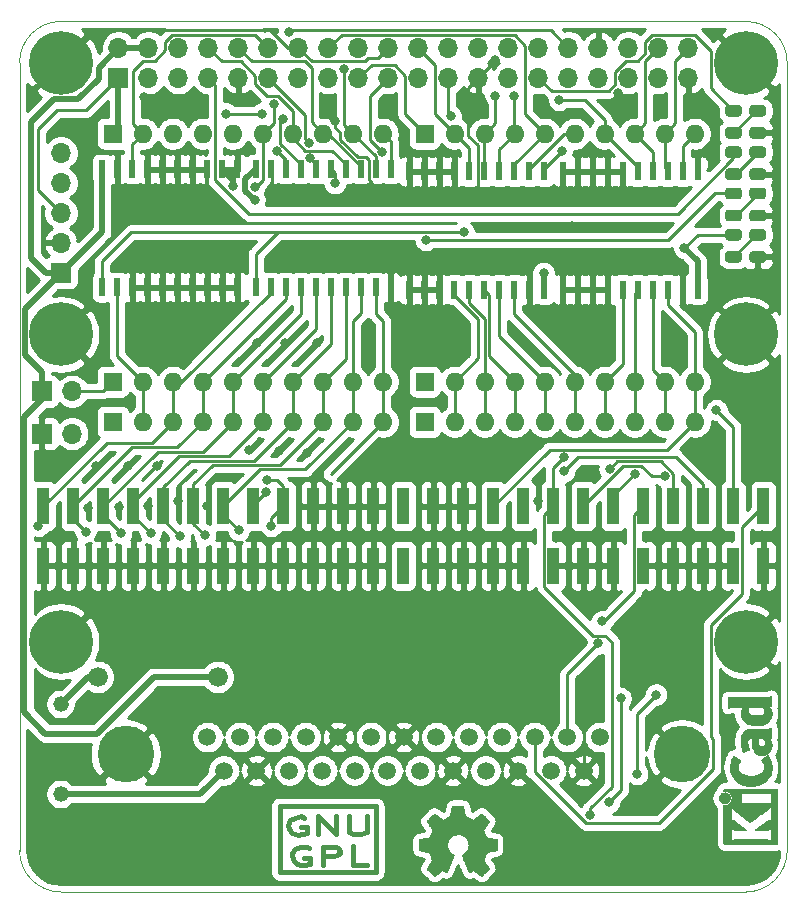
<source format=gbr>
%TF.GenerationSoftware,KiCad,Pcbnew,(5.1.6)-1*%
%TF.CreationDate,2020-06-27T22:48:14-05:00*%
%TF.ProjectId,rascsi_din,72617363-7369-45f6-9469-6e2e6b696361,rev?*%
%TF.SameCoordinates,Original*%
%TF.FileFunction,Copper,L1,Top*%
%TF.FilePolarity,Positive*%
%FSLAX46Y46*%
G04 Gerber Fmt 4.6, Leading zero omitted, Abs format (unit mm)*
G04 Created by KiCad (PCBNEW (5.1.6)-1) date 2020-06-27 22:48:14*
%MOMM*%
%LPD*%
G01*
G04 APERTURE LIST*
%TA.AperFunction,Profile*%
%ADD10C,0.050000*%
%TD*%
%TA.AperFunction,EtchedComponent*%
%ADD11C,0.010000*%
%TD*%
%TA.AperFunction,EtchedComponent*%
%ADD12C,0.381000*%
%TD*%
%TA.AperFunction,ComponentPad*%
%ADD13O,1.600000X1.600000*%
%TD*%
%TA.AperFunction,ComponentPad*%
%ADD14R,1.600000X1.600000*%
%TD*%
%TA.AperFunction,ComponentPad*%
%ADD15C,0.800000*%
%TD*%
%TA.AperFunction,ComponentPad*%
%ADD16C,5.400000*%
%TD*%
%TA.AperFunction,ComponentPad*%
%ADD17O,1.700000X1.700000*%
%TD*%
%TA.AperFunction,ComponentPad*%
%ADD18R,1.700000X1.700000*%
%TD*%
%TA.AperFunction,ComponentPad*%
%ADD19C,4.800000*%
%TD*%
%TA.AperFunction,ComponentPad*%
%ADD20C,1.500000*%
%TD*%
%TA.AperFunction,SMDPad,CuDef*%
%ADD21R,0.600000X1.500000*%
%TD*%
%TA.AperFunction,SMDPad,CuDef*%
%ADD22R,1.000000X3.150000*%
%TD*%
%TA.AperFunction,ComponentPad*%
%ADD23C,1.320800*%
%TD*%
%TA.AperFunction,ComponentPad*%
%ADD24C,1.676400*%
%TD*%
%TA.AperFunction,ViaPad*%
%ADD25C,0.800000*%
%TD*%
%TA.AperFunction,Conductor*%
%ADD26C,0.250000*%
%TD*%
%TA.AperFunction,Conductor*%
%ADD27C,0.500000*%
%TD*%
%TA.AperFunction,Conductor*%
%ADD28C,0.254000*%
%TD*%
G04 APERTURE END LIST*
D10*
X178000000Y-116200000D02*
X236000000Y-116200000D01*
X178000000Y-116200000D02*
G75*
G02*
X174500000Y-112700000I0J3500000D01*
G01*
X239500000Y-112700000D02*
G75*
G02*
X236000000Y-116200000I-3500000J0D01*
G01*
X174500000Y-46000000D02*
X174500000Y-112700000D01*
X239500000Y-46000000D02*
X239500000Y-112700000D01*
X178000000Y-42500000D02*
X236000000Y-42500000D01*
X174500000Y-46000000D02*
G75*
G02*
X178000000Y-42500000I3500000J0D01*
G01*
X236000000Y-42500000D02*
G75*
G02*
X239500000Y-46000000I0J-3500000D01*
G01*
D11*
%TO.C,REF\u002A\u002A*%
G36*
X234189054Y-108846400D02*
G01*
X234302993Y-108835535D01*
X234410616Y-108803918D01*
X234509615Y-108753015D01*
X234597684Y-108684293D01*
X234672516Y-108599219D01*
X234730384Y-108502232D01*
X234770005Y-108395964D01*
X234788573Y-108288950D01*
X234787434Y-108183300D01*
X234767930Y-108081125D01*
X234731406Y-107984534D01*
X234679205Y-107895638D01*
X234612673Y-107816546D01*
X234533152Y-107749369D01*
X234441987Y-107696217D01*
X234340523Y-107659199D01*
X234230102Y-107640427D01*
X234180206Y-107638489D01*
X234092267Y-107638489D01*
X234092267Y-107586560D01*
X234095111Y-107550253D01*
X234106911Y-107523355D01*
X234130649Y-107496249D01*
X234169031Y-107457867D01*
X236360602Y-107457867D01*
X236622739Y-107457876D01*
X236863241Y-107457908D01*
X237083048Y-107457972D01*
X237283101Y-107458076D01*
X237464344Y-107458227D01*
X237627716Y-107458434D01*
X237774160Y-107458706D01*
X237904617Y-107459050D01*
X238020029Y-107459474D01*
X238121338Y-107459987D01*
X238209484Y-107460597D01*
X238285410Y-107461312D01*
X238350057Y-107462140D01*
X238404367Y-107463089D01*
X238449280Y-107464167D01*
X238485740Y-107465383D01*
X238514687Y-107466745D01*
X238537063Y-107468261D01*
X238553809Y-107469938D01*
X238565868Y-107471786D01*
X238574180Y-107473813D01*
X238579687Y-107476025D01*
X238581537Y-107477108D01*
X238588549Y-107481271D01*
X238594996Y-107484805D01*
X238600900Y-107488635D01*
X238606286Y-107493682D01*
X238611178Y-107500871D01*
X238615598Y-107511123D01*
X238619572Y-107525364D01*
X238623121Y-107544514D01*
X238626270Y-107569499D01*
X238629042Y-107601240D01*
X238631461Y-107640662D01*
X238633551Y-107688686D01*
X238635335Y-107746237D01*
X238636837Y-107814237D01*
X238638080Y-107893610D01*
X238639089Y-107985279D01*
X238639885Y-108090166D01*
X238640494Y-108209196D01*
X238640939Y-108343290D01*
X238641243Y-108493373D01*
X238641430Y-108660367D01*
X238641524Y-108845196D01*
X238641548Y-109048783D01*
X238641525Y-109272050D01*
X238641480Y-109515922D01*
X238641437Y-109781321D01*
X238641432Y-109819704D01*
X238641389Y-110086682D01*
X238641318Y-110332002D01*
X238641213Y-110556583D01*
X238641066Y-110761345D01*
X238640869Y-110947206D01*
X238640616Y-111115088D01*
X238640300Y-111265908D01*
X238639913Y-111400587D01*
X238639447Y-111520044D01*
X238638897Y-111625199D01*
X238638253Y-111716971D01*
X238637511Y-111796279D01*
X238636661Y-111864043D01*
X238635697Y-111921182D01*
X238634611Y-111968617D01*
X238633397Y-112007266D01*
X238632047Y-112038049D01*
X238630555Y-112061885D01*
X238628911Y-112079694D01*
X238627111Y-112092395D01*
X238625145Y-112100908D01*
X238623477Y-112105266D01*
X238619906Y-112113728D01*
X238617270Y-112121497D01*
X238614634Y-112128602D01*
X238611062Y-112135073D01*
X238605621Y-112140939D01*
X238597375Y-112146229D01*
X238585390Y-112150974D01*
X238568731Y-112155202D01*
X238546463Y-112158943D01*
X238517652Y-112162227D01*
X238481363Y-112165083D01*
X238436661Y-112167540D01*
X238382611Y-112169629D01*
X238318279Y-112171378D01*
X238242730Y-112172817D01*
X238155030Y-112173976D01*
X238054243Y-112174883D01*
X237939434Y-112175569D01*
X237809670Y-112176063D01*
X237664015Y-112176395D01*
X237501535Y-112176593D01*
X237321295Y-112176687D01*
X237122360Y-112176708D01*
X236903796Y-112176685D01*
X236664668Y-112176646D01*
X236404040Y-112176622D01*
X236361889Y-112176622D01*
X236098992Y-112176636D01*
X235857732Y-112176661D01*
X235637165Y-112176671D01*
X235436352Y-112176642D01*
X235254349Y-112176548D01*
X235090216Y-112176362D01*
X234943011Y-112176059D01*
X234811792Y-112175614D01*
X234701867Y-112175034D01*
X234701867Y-111872197D01*
X234759711Y-111832407D01*
X234775479Y-111821236D01*
X234789441Y-111811166D01*
X234802784Y-111802138D01*
X234816693Y-111794097D01*
X234832356Y-111786986D01*
X234850958Y-111780747D01*
X234873686Y-111775325D01*
X234901727Y-111770662D01*
X234936267Y-111766701D01*
X234978492Y-111763385D01*
X235029589Y-111760659D01*
X235090744Y-111758464D01*
X235163144Y-111756745D01*
X235247975Y-111755444D01*
X235346422Y-111754505D01*
X235459674Y-111753870D01*
X235588916Y-111753484D01*
X235735334Y-111753288D01*
X235900116Y-111753227D01*
X236084447Y-111753243D01*
X236289513Y-111753280D01*
X236412133Y-111753289D01*
X236629082Y-111753265D01*
X236824642Y-111753231D01*
X236999999Y-111753243D01*
X237156341Y-111753358D01*
X237294857Y-111753630D01*
X237416734Y-111754118D01*
X237523160Y-111754876D01*
X237615322Y-111755962D01*
X237694409Y-111757431D01*
X237761608Y-111759340D01*
X237818107Y-111761744D01*
X237865093Y-111764701D01*
X237903755Y-111768266D01*
X237935280Y-111772495D01*
X237960855Y-111777446D01*
X237981670Y-111783173D01*
X237998911Y-111789733D01*
X238013765Y-111797183D01*
X238027422Y-111805579D01*
X238041069Y-111814976D01*
X238055893Y-111825432D01*
X238064783Y-111831523D01*
X238122400Y-111870296D01*
X238122400Y-111338732D01*
X238122365Y-111215483D01*
X238122215Y-111112987D01*
X238121878Y-111029420D01*
X238121286Y-110962956D01*
X238120367Y-110911771D01*
X238119051Y-110874041D01*
X238117269Y-110847940D01*
X238114951Y-110831644D01*
X238112026Y-110823328D01*
X238108424Y-110821168D01*
X238104075Y-110823339D01*
X238102645Y-110824535D01*
X238065573Y-110849685D01*
X238012772Y-110875583D01*
X237950770Y-110899192D01*
X237924357Y-110907461D01*
X237906416Y-110912078D01*
X237885355Y-110915979D01*
X237859089Y-110919248D01*
X237825532Y-110921966D01*
X237782599Y-110924215D01*
X237728204Y-110926077D01*
X237660262Y-110927636D01*
X237576688Y-110928972D01*
X237475395Y-110930169D01*
X237354300Y-110931308D01*
X237309600Y-110931685D01*
X237184449Y-110932702D01*
X237080082Y-110933460D01*
X236994707Y-110933903D01*
X236926533Y-110933970D01*
X236873765Y-110933605D01*
X236834614Y-110932748D01*
X236807285Y-110931341D01*
X236789986Y-110929325D01*
X236780926Y-110926643D01*
X236778312Y-110923236D01*
X236780351Y-110919044D01*
X236784667Y-110914571D01*
X236797602Y-110904216D01*
X236826676Y-110882158D01*
X236869759Y-110849957D01*
X236924718Y-110809174D01*
X236989423Y-110761370D01*
X237061742Y-110708105D01*
X237139544Y-110650940D01*
X237220698Y-110591437D01*
X237303072Y-110531155D01*
X237384536Y-110471655D01*
X237462957Y-110414498D01*
X237536204Y-110361245D01*
X237602147Y-110313457D01*
X237658654Y-110272693D01*
X237703593Y-110240516D01*
X237734834Y-110218485D01*
X237741466Y-110213917D01*
X237778369Y-110190996D01*
X237826359Y-110164188D01*
X237875897Y-110138789D01*
X237882577Y-110135568D01*
X237930772Y-110113890D01*
X237968334Y-110101304D01*
X238004160Y-110095574D01*
X238046200Y-110094456D01*
X238122400Y-110095090D01*
X238122400Y-108940651D01*
X238028669Y-109031815D01*
X237978775Y-109078612D01*
X237922295Y-109128899D01*
X237868026Y-109174944D01*
X237842673Y-109195369D01*
X237803128Y-109225807D01*
X237749916Y-109265862D01*
X237684667Y-109314361D01*
X237609011Y-109370135D01*
X237524577Y-109432011D01*
X237432994Y-109498819D01*
X237335892Y-109569387D01*
X237234901Y-109642545D01*
X237131650Y-109717121D01*
X237027768Y-109791944D01*
X236924885Y-109865843D01*
X236824631Y-109937646D01*
X236728636Y-110006184D01*
X236638527Y-110070284D01*
X236555936Y-110128775D01*
X236482492Y-110180486D01*
X236419824Y-110224247D01*
X236369561Y-110258885D01*
X236333334Y-110283230D01*
X236312771Y-110296111D01*
X236308668Y-110297869D01*
X236297342Y-110289910D01*
X236270162Y-110269115D01*
X236228829Y-110236847D01*
X236175044Y-110194470D01*
X236110506Y-110143347D01*
X236036918Y-110084841D01*
X235955978Y-110020314D01*
X235869388Y-109951131D01*
X235778848Y-109878653D01*
X235686060Y-109804246D01*
X235611702Y-109744517D01*
X235611702Y-108733511D01*
X235624659Y-108727602D01*
X235646908Y-108713272D01*
X235648391Y-108712225D01*
X235678544Y-108693438D01*
X235715375Y-108673791D01*
X235723511Y-108669892D01*
X235731940Y-108666356D01*
X235742059Y-108663230D01*
X235755260Y-108660486D01*
X235772938Y-108658092D01*
X235796484Y-108656019D01*
X235827293Y-108654235D01*
X235866757Y-108652712D01*
X235916269Y-108651419D01*
X235977223Y-108650326D01*
X236051011Y-108649403D01*
X236139028Y-108648619D01*
X236242665Y-108647945D01*
X236363316Y-108647350D01*
X236502374Y-108646805D01*
X236661232Y-108646279D01*
X236840089Y-108645745D01*
X237025207Y-108645206D01*
X237189145Y-108644772D01*
X237333303Y-108644509D01*
X237459079Y-108644484D01*
X237567871Y-108644765D01*
X237661077Y-108645419D01*
X237740097Y-108646514D01*
X237806328Y-108648118D01*
X237861170Y-108650297D01*
X237906021Y-108653119D01*
X237942278Y-108656651D01*
X237971341Y-108660961D01*
X237994609Y-108666117D01*
X238013479Y-108672185D01*
X238029351Y-108679233D01*
X238043622Y-108687329D01*
X238057691Y-108696540D01*
X238070158Y-108705040D01*
X238096452Y-108722176D01*
X238114037Y-108732322D01*
X238117257Y-108733511D01*
X238118334Y-108722604D01*
X238119335Y-108691411D01*
X238120235Y-108642223D01*
X238121010Y-108577333D01*
X238121637Y-108499030D01*
X238122091Y-108409607D01*
X238122349Y-108311356D01*
X238122400Y-108242445D01*
X238122180Y-108137452D01*
X238121548Y-108040610D01*
X238120549Y-107954107D01*
X238119227Y-107880132D01*
X238117626Y-107820874D01*
X238115791Y-107778520D01*
X238113765Y-107755260D01*
X238112493Y-107751378D01*
X238097591Y-107759076D01*
X238089560Y-107767074D01*
X238072434Y-107780246D01*
X238042183Y-107797485D01*
X238017622Y-107809407D01*
X237958711Y-107836045D01*
X236781845Y-107839120D01*
X235604978Y-107842195D01*
X235604978Y-108287853D01*
X235605142Y-108385670D01*
X235605611Y-108476064D01*
X235606347Y-108556630D01*
X235607316Y-108624962D01*
X235608480Y-108678656D01*
X235609803Y-108715305D01*
X235611249Y-108732504D01*
X235611702Y-108733511D01*
X235611702Y-109744517D01*
X235592722Y-109729270D01*
X235500537Y-109655090D01*
X235411204Y-109583069D01*
X235326424Y-109514569D01*
X235247898Y-109450955D01*
X235177326Y-109393588D01*
X235116409Y-109343833D01*
X235066847Y-109303052D01*
X235046178Y-109285888D01*
X234945516Y-109199596D01*
X234862259Y-109122997D01*
X234794438Y-109054183D01*
X234740089Y-108991248D01*
X234732722Y-108981867D01*
X234702117Y-108942356D01*
X234701867Y-110074116D01*
X234749844Y-110068827D01*
X234807188Y-110072130D01*
X234875463Y-110093661D01*
X234955212Y-110133635D01*
X235027495Y-110178943D01*
X235050140Y-110195161D01*
X235087696Y-110223214D01*
X235138021Y-110261430D01*
X235198973Y-110308137D01*
X235268411Y-110361661D01*
X235344194Y-110420331D01*
X235424180Y-110482475D01*
X235506228Y-110546421D01*
X235588196Y-110610495D01*
X235667943Y-110673027D01*
X235743327Y-110732343D01*
X235812207Y-110786771D01*
X235872442Y-110834639D01*
X235921889Y-110874275D01*
X235958408Y-110904006D01*
X235979858Y-110922161D01*
X235983156Y-110925220D01*
X235975149Y-110928079D01*
X235944855Y-110930293D01*
X235892556Y-110931857D01*
X235818531Y-110932767D01*
X235723063Y-110933020D01*
X235606434Y-110932613D01*
X235486445Y-110931704D01*
X235354333Y-110930382D01*
X235242594Y-110928857D01*
X235149025Y-110926881D01*
X235071419Y-110924206D01*
X235007574Y-110920582D01*
X234955283Y-110915761D01*
X234912344Y-110909494D01*
X234876551Y-110901532D01*
X234845700Y-110891627D01*
X234817586Y-110879531D01*
X234790005Y-110864993D01*
X234764966Y-110850311D01*
X234701867Y-110812314D01*
X234701867Y-111872197D01*
X234701867Y-112175034D01*
X234695617Y-112175001D01*
X234593544Y-112174195D01*
X234504633Y-112173170D01*
X234427941Y-112171900D01*
X234362527Y-112170360D01*
X234307449Y-112168524D01*
X234261765Y-112166367D01*
X234224534Y-112163863D01*
X234194813Y-112160987D01*
X234171662Y-112157713D01*
X234154139Y-112154015D01*
X234141301Y-112149869D01*
X234132208Y-112145247D01*
X234125918Y-112140126D01*
X234121488Y-112134478D01*
X234117978Y-112128279D01*
X234114445Y-112121504D01*
X234110876Y-112115508D01*
X234108300Y-112110275D01*
X234105972Y-112102099D01*
X234103878Y-112089886D01*
X234102007Y-112072541D01*
X234100347Y-112048969D01*
X234098884Y-112018077D01*
X234097608Y-111978768D01*
X234096504Y-111929950D01*
X234095561Y-111870527D01*
X234094767Y-111799404D01*
X234094109Y-111715488D01*
X234093575Y-111617683D01*
X234093153Y-111504894D01*
X234092829Y-111376029D01*
X234092592Y-111229991D01*
X234092430Y-111065686D01*
X234092330Y-110882020D01*
X234092280Y-110677897D01*
X234092267Y-110466753D01*
X234092267Y-108846400D01*
X234189054Y-108846400D01*
G37*
X234189054Y-108846400D02*
X234302993Y-108835535D01*
X234410616Y-108803918D01*
X234509615Y-108753015D01*
X234597684Y-108684293D01*
X234672516Y-108599219D01*
X234730384Y-108502232D01*
X234770005Y-108395964D01*
X234788573Y-108288950D01*
X234787434Y-108183300D01*
X234767930Y-108081125D01*
X234731406Y-107984534D01*
X234679205Y-107895638D01*
X234612673Y-107816546D01*
X234533152Y-107749369D01*
X234441987Y-107696217D01*
X234340523Y-107659199D01*
X234230102Y-107640427D01*
X234180206Y-107638489D01*
X234092267Y-107638489D01*
X234092267Y-107586560D01*
X234095111Y-107550253D01*
X234106911Y-107523355D01*
X234130649Y-107496249D01*
X234169031Y-107457867D01*
X236360602Y-107457867D01*
X236622739Y-107457876D01*
X236863241Y-107457908D01*
X237083048Y-107457972D01*
X237283101Y-107458076D01*
X237464344Y-107458227D01*
X237627716Y-107458434D01*
X237774160Y-107458706D01*
X237904617Y-107459050D01*
X238020029Y-107459474D01*
X238121338Y-107459987D01*
X238209484Y-107460597D01*
X238285410Y-107461312D01*
X238350057Y-107462140D01*
X238404367Y-107463089D01*
X238449280Y-107464167D01*
X238485740Y-107465383D01*
X238514687Y-107466745D01*
X238537063Y-107468261D01*
X238553809Y-107469938D01*
X238565868Y-107471786D01*
X238574180Y-107473813D01*
X238579687Y-107476025D01*
X238581537Y-107477108D01*
X238588549Y-107481271D01*
X238594996Y-107484805D01*
X238600900Y-107488635D01*
X238606286Y-107493682D01*
X238611178Y-107500871D01*
X238615598Y-107511123D01*
X238619572Y-107525364D01*
X238623121Y-107544514D01*
X238626270Y-107569499D01*
X238629042Y-107601240D01*
X238631461Y-107640662D01*
X238633551Y-107688686D01*
X238635335Y-107746237D01*
X238636837Y-107814237D01*
X238638080Y-107893610D01*
X238639089Y-107985279D01*
X238639885Y-108090166D01*
X238640494Y-108209196D01*
X238640939Y-108343290D01*
X238641243Y-108493373D01*
X238641430Y-108660367D01*
X238641524Y-108845196D01*
X238641548Y-109048783D01*
X238641525Y-109272050D01*
X238641480Y-109515922D01*
X238641437Y-109781321D01*
X238641432Y-109819704D01*
X238641389Y-110086682D01*
X238641318Y-110332002D01*
X238641213Y-110556583D01*
X238641066Y-110761345D01*
X238640869Y-110947206D01*
X238640616Y-111115088D01*
X238640300Y-111265908D01*
X238639913Y-111400587D01*
X238639447Y-111520044D01*
X238638897Y-111625199D01*
X238638253Y-111716971D01*
X238637511Y-111796279D01*
X238636661Y-111864043D01*
X238635697Y-111921182D01*
X238634611Y-111968617D01*
X238633397Y-112007266D01*
X238632047Y-112038049D01*
X238630555Y-112061885D01*
X238628911Y-112079694D01*
X238627111Y-112092395D01*
X238625145Y-112100908D01*
X238623477Y-112105266D01*
X238619906Y-112113728D01*
X238617270Y-112121497D01*
X238614634Y-112128602D01*
X238611062Y-112135073D01*
X238605621Y-112140939D01*
X238597375Y-112146229D01*
X238585390Y-112150974D01*
X238568731Y-112155202D01*
X238546463Y-112158943D01*
X238517652Y-112162227D01*
X238481363Y-112165083D01*
X238436661Y-112167540D01*
X238382611Y-112169629D01*
X238318279Y-112171378D01*
X238242730Y-112172817D01*
X238155030Y-112173976D01*
X238054243Y-112174883D01*
X237939434Y-112175569D01*
X237809670Y-112176063D01*
X237664015Y-112176395D01*
X237501535Y-112176593D01*
X237321295Y-112176687D01*
X237122360Y-112176708D01*
X236903796Y-112176685D01*
X236664668Y-112176646D01*
X236404040Y-112176622D01*
X236361889Y-112176622D01*
X236098992Y-112176636D01*
X235857732Y-112176661D01*
X235637165Y-112176671D01*
X235436352Y-112176642D01*
X235254349Y-112176548D01*
X235090216Y-112176362D01*
X234943011Y-112176059D01*
X234811792Y-112175614D01*
X234701867Y-112175034D01*
X234701867Y-111872197D01*
X234759711Y-111832407D01*
X234775479Y-111821236D01*
X234789441Y-111811166D01*
X234802784Y-111802138D01*
X234816693Y-111794097D01*
X234832356Y-111786986D01*
X234850958Y-111780747D01*
X234873686Y-111775325D01*
X234901727Y-111770662D01*
X234936267Y-111766701D01*
X234978492Y-111763385D01*
X235029589Y-111760659D01*
X235090744Y-111758464D01*
X235163144Y-111756745D01*
X235247975Y-111755444D01*
X235346422Y-111754505D01*
X235459674Y-111753870D01*
X235588916Y-111753484D01*
X235735334Y-111753288D01*
X235900116Y-111753227D01*
X236084447Y-111753243D01*
X236289513Y-111753280D01*
X236412133Y-111753289D01*
X236629082Y-111753265D01*
X236824642Y-111753231D01*
X236999999Y-111753243D01*
X237156341Y-111753358D01*
X237294857Y-111753630D01*
X237416734Y-111754118D01*
X237523160Y-111754876D01*
X237615322Y-111755962D01*
X237694409Y-111757431D01*
X237761608Y-111759340D01*
X237818107Y-111761744D01*
X237865093Y-111764701D01*
X237903755Y-111768266D01*
X237935280Y-111772495D01*
X237960855Y-111777446D01*
X237981670Y-111783173D01*
X237998911Y-111789733D01*
X238013765Y-111797183D01*
X238027422Y-111805579D01*
X238041069Y-111814976D01*
X238055893Y-111825432D01*
X238064783Y-111831523D01*
X238122400Y-111870296D01*
X238122400Y-111338732D01*
X238122365Y-111215483D01*
X238122215Y-111112987D01*
X238121878Y-111029420D01*
X238121286Y-110962956D01*
X238120367Y-110911771D01*
X238119051Y-110874041D01*
X238117269Y-110847940D01*
X238114951Y-110831644D01*
X238112026Y-110823328D01*
X238108424Y-110821168D01*
X238104075Y-110823339D01*
X238102645Y-110824535D01*
X238065573Y-110849685D01*
X238012772Y-110875583D01*
X237950770Y-110899192D01*
X237924357Y-110907461D01*
X237906416Y-110912078D01*
X237885355Y-110915979D01*
X237859089Y-110919248D01*
X237825532Y-110921966D01*
X237782599Y-110924215D01*
X237728204Y-110926077D01*
X237660262Y-110927636D01*
X237576688Y-110928972D01*
X237475395Y-110930169D01*
X237354300Y-110931308D01*
X237309600Y-110931685D01*
X237184449Y-110932702D01*
X237080082Y-110933460D01*
X236994707Y-110933903D01*
X236926533Y-110933970D01*
X236873765Y-110933605D01*
X236834614Y-110932748D01*
X236807285Y-110931341D01*
X236789986Y-110929325D01*
X236780926Y-110926643D01*
X236778312Y-110923236D01*
X236780351Y-110919044D01*
X236784667Y-110914571D01*
X236797602Y-110904216D01*
X236826676Y-110882158D01*
X236869759Y-110849957D01*
X236924718Y-110809174D01*
X236989423Y-110761370D01*
X237061742Y-110708105D01*
X237139544Y-110650940D01*
X237220698Y-110591437D01*
X237303072Y-110531155D01*
X237384536Y-110471655D01*
X237462957Y-110414498D01*
X237536204Y-110361245D01*
X237602147Y-110313457D01*
X237658654Y-110272693D01*
X237703593Y-110240516D01*
X237734834Y-110218485D01*
X237741466Y-110213917D01*
X237778369Y-110190996D01*
X237826359Y-110164188D01*
X237875897Y-110138789D01*
X237882577Y-110135568D01*
X237930772Y-110113890D01*
X237968334Y-110101304D01*
X238004160Y-110095574D01*
X238046200Y-110094456D01*
X238122400Y-110095090D01*
X238122400Y-108940651D01*
X238028669Y-109031815D01*
X237978775Y-109078612D01*
X237922295Y-109128899D01*
X237868026Y-109174944D01*
X237842673Y-109195369D01*
X237803128Y-109225807D01*
X237749916Y-109265862D01*
X237684667Y-109314361D01*
X237609011Y-109370135D01*
X237524577Y-109432011D01*
X237432994Y-109498819D01*
X237335892Y-109569387D01*
X237234901Y-109642545D01*
X237131650Y-109717121D01*
X237027768Y-109791944D01*
X236924885Y-109865843D01*
X236824631Y-109937646D01*
X236728636Y-110006184D01*
X236638527Y-110070284D01*
X236555936Y-110128775D01*
X236482492Y-110180486D01*
X236419824Y-110224247D01*
X236369561Y-110258885D01*
X236333334Y-110283230D01*
X236312771Y-110296111D01*
X236308668Y-110297869D01*
X236297342Y-110289910D01*
X236270162Y-110269115D01*
X236228829Y-110236847D01*
X236175044Y-110194470D01*
X236110506Y-110143347D01*
X236036918Y-110084841D01*
X235955978Y-110020314D01*
X235869388Y-109951131D01*
X235778848Y-109878653D01*
X235686060Y-109804246D01*
X235611702Y-109744517D01*
X235611702Y-108733511D01*
X235624659Y-108727602D01*
X235646908Y-108713272D01*
X235648391Y-108712225D01*
X235678544Y-108693438D01*
X235715375Y-108673791D01*
X235723511Y-108669892D01*
X235731940Y-108666356D01*
X235742059Y-108663230D01*
X235755260Y-108660486D01*
X235772938Y-108658092D01*
X235796484Y-108656019D01*
X235827293Y-108654235D01*
X235866757Y-108652712D01*
X235916269Y-108651419D01*
X235977223Y-108650326D01*
X236051011Y-108649403D01*
X236139028Y-108648619D01*
X236242665Y-108647945D01*
X236363316Y-108647350D01*
X236502374Y-108646805D01*
X236661232Y-108646279D01*
X236840089Y-108645745D01*
X237025207Y-108645206D01*
X237189145Y-108644772D01*
X237333303Y-108644509D01*
X237459079Y-108644484D01*
X237567871Y-108644765D01*
X237661077Y-108645419D01*
X237740097Y-108646514D01*
X237806328Y-108648118D01*
X237861170Y-108650297D01*
X237906021Y-108653119D01*
X237942278Y-108656651D01*
X237971341Y-108660961D01*
X237994609Y-108666117D01*
X238013479Y-108672185D01*
X238029351Y-108679233D01*
X238043622Y-108687329D01*
X238057691Y-108696540D01*
X238070158Y-108705040D01*
X238096452Y-108722176D01*
X238114037Y-108732322D01*
X238117257Y-108733511D01*
X238118334Y-108722604D01*
X238119335Y-108691411D01*
X238120235Y-108642223D01*
X238121010Y-108577333D01*
X238121637Y-108499030D01*
X238122091Y-108409607D01*
X238122349Y-108311356D01*
X238122400Y-108242445D01*
X238122180Y-108137452D01*
X238121548Y-108040610D01*
X238120549Y-107954107D01*
X238119227Y-107880132D01*
X238117626Y-107820874D01*
X238115791Y-107778520D01*
X238113765Y-107755260D01*
X238112493Y-107751378D01*
X238097591Y-107759076D01*
X238089560Y-107767074D01*
X238072434Y-107780246D01*
X238042183Y-107797485D01*
X238017622Y-107809407D01*
X237958711Y-107836045D01*
X236781845Y-107839120D01*
X235604978Y-107842195D01*
X235604978Y-108287853D01*
X235605142Y-108385670D01*
X235605611Y-108476064D01*
X235606347Y-108556630D01*
X235607316Y-108624962D01*
X235608480Y-108678656D01*
X235609803Y-108715305D01*
X235611249Y-108732504D01*
X235611702Y-108733511D01*
X235611702Y-109744517D01*
X235592722Y-109729270D01*
X235500537Y-109655090D01*
X235411204Y-109583069D01*
X235326424Y-109514569D01*
X235247898Y-109450955D01*
X235177326Y-109393588D01*
X235116409Y-109343833D01*
X235066847Y-109303052D01*
X235046178Y-109285888D01*
X234945516Y-109199596D01*
X234862259Y-109122997D01*
X234794438Y-109054183D01*
X234740089Y-108991248D01*
X234732722Y-108981867D01*
X234702117Y-108942356D01*
X234701867Y-110074116D01*
X234749844Y-110068827D01*
X234807188Y-110072130D01*
X234875463Y-110093661D01*
X234955212Y-110133635D01*
X235027495Y-110178943D01*
X235050140Y-110195161D01*
X235087696Y-110223214D01*
X235138021Y-110261430D01*
X235198973Y-110308137D01*
X235268411Y-110361661D01*
X235344194Y-110420331D01*
X235424180Y-110482475D01*
X235506228Y-110546421D01*
X235588196Y-110610495D01*
X235667943Y-110673027D01*
X235743327Y-110732343D01*
X235812207Y-110786771D01*
X235872442Y-110834639D01*
X235921889Y-110874275D01*
X235958408Y-110904006D01*
X235979858Y-110922161D01*
X235983156Y-110925220D01*
X235975149Y-110928079D01*
X235944855Y-110930293D01*
X235892556Y-110931857D01*
X235818531Y-110932767D01*
X235723063Y-110933020D01*
X235606434Y-110932613D01*
X235486445Y-110931704D01*
X235354333Y-110930382D01*
X235242594Y-110928857D01*
X235149025Y-110926881D01*
X235071419Y-110924206D01*
X235007574Y-110920582D01*
X234955283Y-110915761D01*
X234912344Y-110909494D01*
X234876551Y-110901532D01*
X234845700Y-110891627D01*
X234817586Y-110879531D01*
X234790005Y-110864993D01*
X234764966Y-110850311D01*
X234701867Y-110812314D01*
X234701867Y-111872197D01*
X234701867Y-112175034D01*
X234695617Y-112175001D01*
X234593544Y-112174195D01*
X234504633Y-112173170D01*
X234427941Y-112171900D01*
X234362527Y-112170360D01*
X234307449Y-112168524D01*
X234261765Y-112166367D01*
X234224534Y-112163863D01*
X234194813Y-112160987D01*
X234171662Y-112157713D01*
X234154139Y-112154015D01*
X234141301Y-112149869D01*
X234132208Y-112145247D01*
X234125918Y-112140126D01*
X234121488Y-112134478D01*
X234117978Y-112128279D01*
X234114445Y-112121504D01*
X234110876Y-112115508D01*
X234108300Y-112110275D01*
X234105972Y-112102099D01*
X234103878Y-112089886D01*
X234102007Y-112072541D01*
X234100347Y-112048969D01*
X234098884Y-112018077D01*
X234097608Y-111978768D01*
X234096504Y-111929950D01*
X234095561Y-111870527D01*
X234094767Y-111799404D01*
X234094109Y-111715488D01*
X234093575Y-111617683D01*
X234093153Y-111504894D01*
X234092829Y-111376029D01*
X234092592Y-111229991D01*
X234092430Y-111065686D01*
X234092330Y-110882020D01*
X234092280Y-110677897D01*
X234092267Y-110466753D01*
X234092267Y-108846400D01*
X234189054Y-108846400D01*
G36*
X234649071Y-105571571D02*
G01*
X234670245Y-105411430D01*
X234710385Y-105247490D01*
X234769889Y-105077687D01*
X234849154Y-104899957D01*
X234854699Y-104888690D01*
X234882725Y-104830995D01*
X234906802Y-104779448D01*
X234925249Y-104737809D01*
X234936386Y-104709838D01*
X234938933Y-104700267D01*
X234943941Y-104681050D01*
X234948147Y-104676439D01*
X234958580Y-104681542D01*
X234984868Y-104697582D01*
X235024257Y-104722712D01*
X235073991Y-104755086D01*
X235131315Y-104792857D01*
X235193476Y-104834178D01*
X235257718Y-104877202D01*
X235321285Y-104920083D01*
X235381425Y-104960974D01*
X235435380Y-104998029D01*
X235480397Y-105029400D01*
X235513721Y-105053241D01*
X235532597Y-105067706D01*
X235534787Y-105069691D01*
X235530138Y-105079809D01*
X235512962Y-105102150D01*
X235486440Y-105132720D01*
X235471964Y-105148464D01*
X235396682Y-105244953D01*
X235341241Y-105351664D01*
X235306141Y-105467168D01*
X235291880Y-105590038D01*
X235293051Y-105659439D01*
X235310212Y-105780577D01*
X235346094Y-105889795D01*
X235400959Y-105987418D01*
X235475070Y-106073772D01*
X235568688Y-106149185D01*
X235682076Y-106213982D01*
X235768667Y-106251399D01*
X235904366Y-106295252D01*
X236051850Y-106327572D01*
X236207314Y-106348443D01*
X236366956Y-106357949D01*
X236526973Y-106356173D01*
X236683561Y-106343197D01*
X236832918Y-106319106D01*
X236971240Y-106283982D01*
X237094724Y-106237908D01*
X237128978Y-106221627D01*
X237243064Y-106153380D01*
X237339557Y-106072921D01*
X237417670Y-105981430D01*
X237476617Y-105880089D01*
X237515612Y-105770080D01*
X237533868Y-105652585D01*
X237535211Y-105611117D01*
X237524290Y-105489559D01*
X237491474Y-105369122D01*
X237437439Y-105251334D01*
X237362865Y-105137723D01*
X237284539Y-105046315D01*
X237240008Y-104999785D01*
X237537271Y-104818517D01*
X237611433Y-104773420D01*
X237679646Y-104732181D01*
X237739459Y-104696265D01*
X237788420Y-104667134D01*
X237824079Y-104646250D01*
X237843984Y-104635076D01*
X237847079Y-104633625D01*
X237856718Y-104641854D01*
X237873999Y-104667433D01*
X237897283Y-104707127D01*
X237924934Y-104757703D01*
X237955315Y-104815926D01*
X237986790Y-104878563D01*
X238017722Y-104942379D01*
X238046473Y-105004140D01*
X238071408Y-105060612D01*
X238090889Y-105108562D01*
X238099318Y-105132014D01*
X238137133Y-105265779D01*
X238162136Y-105403673D01*
X238175140Y-105551378D01*
X238177468Y-105678167D01*
X238176373Y-105746122D01*
X238174275Y-105811723D01*
X238171434Y-105869153D01*
X238168106Y-105912597D01*
X238166422Y-105926702D01*
X238137587Y-106065716D01*
X238092468Y-106207243D01*
X238033750Y-106344725D01*
X237964120Y-106471606D01*
X237911441Y-106549111D01*
X237803239Y-106676519D01*
X237676671Y-106794822D01*
X237534866Y-106901828D01*
X237380951Y-106995348D01*
X237218053Y-107073190D01*
X237100756Y-107117044D01*
X236917128Y-107167292D01*
X236722581Y-107200791D01*
X236521325Y-107217551D01*
X236317568Y-107217584D01*
X236115521Y-107200899D01*
X235919392Y-107167507D01*
X235733391Y-107117420D01*
X235721803Y-107113603D01*
X235559750Y-107050719D01*
X235411832Y-106973972D01*
X235273865Y-106880758D01*
X235141661Y-106768473D01*
X235096399Y-106724608D01*
X234972457Y-106588466D01*
X234869915Y-106448509D01*
X234787656Y-106302589D01*
X234724564Y-106148558D01*
X234679523Y-105984268D01*
X234662033Y-105888711D01*
X234646466Y-105729977D01*
X234649071Y-105571571D01*
G37*
X234649071Y-105571571D02*
X234670245Y-105411430D01*
X234710385Y-105247490D01*
X234769889Y-105077687D01*
X234849154Y-104899957D01*
X234854699Y-104888690D01*
X234882725Y-104830995D01*
X234906802Y-104779448D01*
X234925249Y-104737809D01*
X234936386Y-104709838D01*
X234938933Y-104700267D01*
X234943941Y-104681050D01*
X234948147Y-104676439D01*
X234958580Y-104681542D01*
X234984868Y-104697582D01*
X235024257Y-104722712D01*
X235073991Y-104755086D01*
X235131315Y-104792857D01*
X235193476Y-104834178D01*
X235257718Y-104877202D01*
X235321285Y-104920083D01*
X235381425Y-104960974D01*
X235435380Y-104998029D01*
X235480397Y-105029400D01*
X235513721Y-105053241D01*
X235532597Y-105067706D01*
X235534787Y-105069691D01*
X235530138Y-105079809D01*
X235512962Y-105102150D01*
X235486440Y-105132720D01*
X235471964Y-105148464D01*
X235396682Y-105244953D01*
X235341241Y-105351664D01*
X235306141Y-105467168D01*
X235291880Y-105590038D01*
X235293051Y-105659439D01*
X235310212Y-105780577D01*
X235346094Y-105889795D01*
X235400959Y-105987418D01*
X235475070Y-106073772D01*
X235568688Y-106149185D01*
X235682076Y-106213982D01*
X235768667Y-106251399D01*
X235904366Y-106295252D01*
X236051850Y-106327572D01*
X236207314Y-106348443D01*
X236366956Y-106357949D01*
X236526973Y-106356173D01*
X236683561Y-106343197D01*
X236832918Y-106319106D01*
X236971240Y-106283982D01*
X237094724Y-106237908D01*
X237128978Y-106221627D01*
X237243064Y-106153380D01*
X237339557Y-106072921D01*
X237417670Y-105981430D01*
X237476617Y-105880089D01*
X237515612Y-105770080D01*
X237533868Y-105652585D01*
X237535211Y-105611117D01*
X237524290Y-105489559D01*
X237491474Y-105369122D01*
X237437439Y-105251334D01*
X237362865Y-105137723D01*
X237284539Y-105046315D01*
X237240008Y-104999785D01*
X237537271Y-104818517D01*
X237611433Y-104773420D01*
X237679646Y-104732181D01*
X237739459Y-104696265D01*
X237788420Y-104667134D01*
X237824079Y-104646250D01*
X237843984Y-104635076D01*
X237847079Y-104633625D01*
X237856718Y-104641854D01*
X237873999Y-104667433D01*
X237897283Y-104707127D01*
X237924934Y-104757703D01*
X237955315Y-104815926D01*
X237986790Y-104878563D01*
X238017722Y-104942379D01*
X238046473Y-105004140D01*
X238071408Y-105060612D01*
X238090889Y-105108562D01*
X238099318Y-105132014D01*
X238137133Y-105265779D01*
X238162136Y-105403673D01*
X238175140Y-105551378D01*
X238177468Y-105678167D01*
X238176373Y-105746122D01*
X238174275Y-105811723D01*
X238171434Y-105869153D01*
X238168106Y-105912597D01*
X238166422Y-105926702D01*
X238137587Y-106065716D01*
X238092468Y-106207243D01*
X238033750Y-106344725D01*
X237964120Y-106471606D01*
X237911441Y-106549111D01*
X237803239Y-106676519D01*
X237676671Y-106794822D01*
X237534866Y-106901828D01*
X237380951Y-106995348D01*
X237218053Y-107073190D01*
X237100756Y-107117044D01*
X236917128Y-107167292D01*
X236722581Y-107200791D01*
X236521325Y-107217551D01*
X236317568Y-107217584D01*
X236115521Y-107200899D01*
X235919392Y-107167507D01*
X235733391Y-107117420D01*
X235721803Y-107113603D01*
X235559750Y-107050719D01*
X235411832Y-106973972D01*
X235273865Y-106880758D01*
X235141661Y-106768473D01*
X235096399Y-106724608D01*
X234972457Y-106588466D01*
X234869915Y-106448509D01*
X234787656Y-106302589D01*
X234724564Y-106148558D01*
X234679523Y-105984268D01*
X234662033Y-105888711D01*
X234646466Y-105729977D01*
X234649071Y-105571571D01*
G36*
X235566552Y-103226426D02*
G01*
X235586567Y-103074508D01*
X235620202Y-102939244D01*
X235667725Y-102819761D01*
X235729405Y-102715185D01*
X235792965Y-102637576D01*
X235867099Y-102568735D01*
X235946871Y-102514994D01*
X236039091Y-102472090D01*
X236082161Y-102456616D01*
X236121142Y-102443756D01*
X236157289Y-102432554D01*
X236192434Y-102422880D01*
X236228410Y-102414604D01*
X236267050Y-102407597D01*
X236310185Y-102401728D01*
X236359649Y-102396869D01*
X236417273Y-102392890D01*
X236484891Y-102389660D01*
X236564334Y-102387051D01*
X236657436Y-102384933D01*
X236766027Y-102383176D01*
X236891942Y-102381651D01*
X237037012Y-102380228D01*
X237179778Y-102378975D01*
X237335968Y-102377649D01*
X237471239Y-102376444D01*
X237587246Y-102375234D01*
X237685645Y-102373894D01*
X237768093Y-102372300D01*
X237836246Y-102370325D01*
X237891760Y-102367844D01*
X237936292Y-102364731D01*
X237971498Y-102360862D01*
X237999034Y-102356111D01*
X238020556Y-102350352D01*
X238037722Y-102343461D01*
X238052186Y-102335311D01*
X238065606Y-102325777D01*
X238079638Y-102314734D01*
X238085071Y-102310434D01*
X238107910Y-102294614D01*
X238123463Y-102287578D01*
X238123922Y-102287556D01*
X238126121Y-102298433D01*
X238128147Y-102329418D01*
X238129942Y-102378043D01*
X238131451Y-102441837D01*
X238132616Y-102518331D01*
X238133380Y-102605056D01*
X238133686Y-102699543D01*
X238133689Y-102710450D01*
X238133689Y-103133343D01*
X238037622Y-103136605D01*
X237941556Y-103139867D01*
X237992543Y-103201956D01*
X238060057Y-103299286D01*
X238114749Y-103409187D01*
X238144978Y-103495651D01*
X238159666Y-103564722D01*
X238169659Y-103648075D01*
X238174646Y-103737841D01*
X238174313Y-103826155D01*
X238168351Y-103905149D01*
X238162638Y-103941378D01*
X238124776Y-104081397D01*
X238069932Y-104207822D01*
X237998924Y-104319740D01*
X237912568Y-104416238D01*
X237811679Y-104496400D01*
X237697076Y-104559313D01*
X237570984Y-104603688D01*
X237514401Y-104616022D01*
X237452202Y-104623632D01*
X237377363Y-104627261D01*
X237343467Y-104627755D01*
X237340282Y-104627690D01*
X237340282Y-103867752D01*
X237415333Y-103858459D01*
X237479160Y-103830272D01*
X237534798Y-103781803D01*
X237539211Y-103776746D01*
X237574037Y-103728452D01*
X237596620Y-103676743D01*
X237608540Y-103616011D01*
X237611383Y-103540648D01*
X237610978Y-103522541D01*
X237608325Y-103468722D01*
X237602909Y-103428692D01*
X237592745Y-103393676D01*
X237575850Y-103354897D01*
X237570672Y-103344255D01*
X237534844Y-103283604D01*
X237492212Y-103236785D01*
X237476973Y-103224048D01*
X237420462Y-103179378D01*
X237224586Y-103179378D01*
X237145939Y-103179914D01*
X237087988Y-103181604D01*
X237048875Y-103184572D01*
X237026741Y-103188943D01*
X237020274Y-103193028D01*
X237017111Y-103208953D01*
X237014488Y-103242736D01*
X237012655Y-103289660D01*
X237011857Y-103345007D01*
X237011842Y-103353894D01*
X237017096Y-103474670D01*
X237033263Y-103577340D01*
X237060961Y-103663894D01*
X237100808Y-103736319D01*
X237147758Y-103791249D01*
X237205645Y-103835796D01*
X237268693Y-103860520D01*
X237340282Y-103867752D01*
X237340282Y-104627690D01*
X237249712Y-104625822D01*
X237170812Y-104617478D01*
X237099590Y-104601232D01*
X237028864Y-104575595D01*
X236976493Y-104551599D01*
X236881196Y-104492980D01*
X236793170Y-104414883D01*
X236714017Y-104319685D01*
X236645340Y-104209762D01*
X236588741Y-104087490D01*
X236545821Y-103955245D01*
X236530882Y-103890578D01*
X236508777Y-103754396D01*
X236494194Y-103605951D01*
X236487813Y-103454495D01*
X236489445Y-103327936D01*
X236496224Y-103166050D01*
X236437245Y-103173470D01*
X236338092Y-103192762D01*
X236257372Y-103223896D01*
X236194466Y-103267731D01*
X236148756Y-103325129D01*
X236119622Y-103396952D01*
X236106447Y-103484059D01*
X236108611Y-103587314D01*
X236112612Y-103625289D01*
X236137780Y-103766480D01*
X236178814Y-103903293D01*
X236216815Y-103997822D01*
X236236190Y-104042982D01*
X236251760Y-104081415D01*
X236261405Y-104107766D01*
X236263452Y-104115454D01*
X236254374Y-104125198D01*
X236225405Y-104141917D01*
X236176217Y-104165768D01*
X236106484Y-104196907D01*
X236015879Y-104235493D01*
X236000089Y-104242090D01*
X235927772Y-104272147D01*
X235862425Y-104299126D01*
X235806906Y-104321864D01*
X235764072Y-104339194D01*
X235736781Y-104349952D01*
X235727942Y-104353059D01*
X235723187Y-104343060D01*
X235717910Y-104316783D01*
X235714231Y-104288511D01*
X235709474Y-104258354D01*
X235700028Y-104210567D01*
X235686820Y-104149388D01*
X235670776Y-104079054D01*
X235652820Y-104003806D01*
X235645797Y-103975245D01*
X235620209Y-103870184D01*
X235600147Y-103782520D01*
X235584969Y-103707932D01*
X235574035Y-103642097D01*
X235566704Y-103580693D01*
X235562335Y-103519398D01*
X235560287Y-103453890D01*
X235559889Y-103395872D01*
X235566552Y-103226426D01*
G37*
X235566552Y-103226426D02*
X235586567Y-103074508D01*
X235620202Y-102939244D01*
X235667725Y-102819761D01*
X235729405Y-102715185D01*
X235792965Y-102637576D01*
X235867099Y-102568735D01*
X235946871Y-102514994D01*
X236039091Y-102472090D01*
X236082161Y-102456616D01*
X236121142Y-102443756D01*
X236157289Y-102432554D01*
X236192434Y-102422880D01*
X236228410Y-102414604D01*
X236267050Y-102407597D01*
X236310185Y-102401728D01*
X236359649Y-102396869D01*
X236417273Y-102392890D01*
X236484891Y-102389660D01*
X236564334Y-102387051D01*
X236657436Y-102384933D01*
X236766027Y-102383176D01*
X236891942Y-102381651D01*
X237037012Y-102380228D01*
X237179778Y-102378975D01*
X237335968Y-102377649D01*
X237471239Y-102376444D01*
X237587246Y-102375234D01*
X237685645Y-102373894D01*
X237768093Y-102372300D01*
X237836246Y-102370325D01*
X237891760Y-102367844D01*
X237936292Y-102364731D01*
X237971498Y-102360862D01*
X237999034Y-102356111D01*
X238020556Y-102350352D01*
X238037722Y-102343461D01*
X238052186Y-102335311D01*
X238065606Y-102325777D01*
X238079638Y-102314734D01*
X238085071Y-102310434D01*
X238107910Y-102294614D01*
X238123463Y-102287578D01*
X238123922Y-102287556D01*
X238126121Y-102298433D01*
X238128147Y-102329418D01*
X238129942Y-102378043D01*
X238131451Y-102441837D01*
X238132616Y-102518331D01*
X238133380Y-102605056D01*
X238133686Y-102699543D01*
X238133689Y-102710450D01*
X238133689Y-103133343D01*
X238037622Y-103136605D01*
X237941556Y-103139867D01*
X237992543Y-103201956D01*
X238060057Y-103299286D01*
X238114749Y-103409187D01*
X238144978Y-103495651D01*
X238159666Y-103564722D01*
X238169659Y-103648075D01*
X238174646Y-103737841D01*
X238174313Y-103826155D01*
X238168351Y-103905149D01*
X238162638Y-103941378D01*
X238124776Y-104081397D01*
X238069932Y-104207822D01*
X237998924Y-104319740D01*
X237912568Y-104416238D01*
X237811679Y-104496400D01*
X237697076Y-104559313D01*
X237570984Y-104603688D01*
X237514401Y-104616022D01*
X237452202Y-104623632D01*
X237377363Y-104627261D01*
X237343467Y-104627755D01*
X237340282Y-104627690D01*
X237340282Y-103867752D01*
X237415333Y-103858459D01*
X237479160Y-103830272D01*
X237534798Y-103781803D01*
X237539211Y-103776746D01*
X237574037Y-103728452D01*
X237596620Y-103676743D01*
X237608540Y-103616011D01*
X237611383Y-103540648D01*
X237610978Y-103522541D01*
X237608325Y-103468722D01*
X237602909Y-103428692D01*
X237592745Y-103393676D01*
X237575850Y-103354897D01*
X237570672Y-103344255D01*
X237534844Y-103283604D01*
X237492212Y-103236785D01*
X237476973Y-103224048D01*
X237420462Y-103179378D01*
X237224586Y-103179378D01*
X237145939Y-103179914D01*
X237087988Y-103181604D01*
X237048875Y-103184572D01*
X237026741Y-103188943D01*
X237020274Y-103193028D01*
X237017111Y-103208953D01*
X237014488Y-103242736D01*
X237012655Y-103289660D01*
X237011857Y-103345007D01*
X237011842Y-103353894D01*
X237017096Y-103474670D01*
X237033263Y-103577340D01*
X237060961Y-103663894D01*
X237100808Y-103736319D01*
X237147758Y-103791249D01*
X237205645Y-103835796D01*
X237268693Y-103860520D01*
X237340282Y-103867752D01*
X237340282Y-104627690D01*
X237249712Y-104625822D01*
X237170812Y-104617478D01*
X237099590Y-104601232D01*
X237028864Y-104575595D01*
X236976493Y-104551599D01*
X236881196Y-104492980D01*
X236793170Y-104414883D01*
X236714017Y-104319685D01*
X236645340Y-104209762D01*
X236588741Y-104087490D01*
X236545821Y-103955245D01*
X236530882Y-103890578D01*
X236508777Y-103754396D01*
X236494194Y-103605951D01*
X236487813Y-103454495D01*
X236489445Y-103327936D01*
X236496224Y-103166050D01*
X236437245Y-103173470D01*
X236338092Y-103192762D01*
X236257372Y-103223896D01*
X236194466Y-103267731D01*
X236148756Y-103325129D01*
X236119622Y-103396952D01*
X236106447Y-103484059D01*
X236108611Y-103587314D01*
X236112612Y-103625289D01*
X236137780Y-103766480D01*
X236178814Y-103903293D01*
X236216815Y-103997822D01*
X236236190Y-104042982D01*
X236251760Y-104081415D01*
X236261405Y-104107766D01*
X236263452Y-104115454D01*
X236254374Y-104125198D01*
X236225405Y-104141917D01*
X236176217Y-104165768D01*
X236106484Y-104196907D01*
X236015879Y-104235493D01*
X236000089Y-104242090D01*
X235927772Y-104272147D01*
X235862425Y-104299126D01*
X235806906Y-104321864D01*
X235764072Y-104339194D01*
X235736781Y-104349952D01*
X235727942Y-104353059D01*
X235723187Y-104343060D01*
X235717910Y-104316783D01*
X235714231Y-104288511D01*
X235709474Y-104258354D01*
X235700028Y-104210567D01*
X235686820Y-104149388D01*
X235670776Y-104079054D01*
X235652820Y-104003806D01*
X235645797Y-103975245D01*
X235620209Y-103870184D01*
X235600147Y-103782520D01*
X235584969Y-103707932D01*
X235574035Y-103642097D01*
X235566704Y-103580693D01*
X235562335Y-103519398D01*
X235560287Y-103453890D01*
X235559889Y-103395872D01*
X235566552Y-103226426D01*
G36*
X236172245Y-99713493D02*
G01*
X236406662Y-99713474D01*
X236619603Y-99713448D01*
X236812168Y-99713375D01*
X236985459Y-99713218D01*
X237140576Y-99712936D01*
X237278620Y-99712491D01*
X237400692Y-99711844D01*
X237507894Y-99710955D01*
X237601326Y-99709787D01*
X237682090Y-99708299D01*
X237751286Y-99706454D01*
X237810015Y-99704211D01*
X237859379Y-99701531D01*
X237900478Y-99698377D01*
X237934413Y-99694708D01*
X237962286Y-99690487D01*
X237985198Y-99685673D01*
X238004249Y-99680227D01*
X238020540Y-99674112D01*
X238035173Y-99667288D01*
X238049249Y-99659715D01*
X238063868Y-99651355D01*
X238072974Y-99646161D01*
X238133689Y-99611896D01*
X238133689Y-100470045D01*
X238037733Y-100470045D01*
X237994370Y-100470776D01*
X237961205Y-100472728D01*
X237943424Y-100475537D01*
X237941778Y-100476779D01*
X237948662Y-100488201D01*
X237966505Y-100510916D01*
X237985879Y-100533615D01*
X238026614Y-100588200D01*
X238067617Y-100657679D01*
X238105123Y-100734730D01*
X238135364Y-100812035D01*
X238145012Y-100842887D01*
X238159578Y-100911384D01*
X238169539Y-100994236D01*
X238174583Y-101083629D01*
X238174396Y-101171752D01*
X238168666Y-101250793D01*
X238162858Y-101288489D01*
X238124797Y-101426586D01*
X238067073Y-101553887D01*
X237990211Y-101669708D01*
X237894739Y-101773363D01*
X237781179Y-101864167D01*
X237670381Y-101930969D01*
X237553625Y-101985836D01*
X237434276Y-102027837D01*
X237308283Y-102057833D01*
X237171594Y-102076689D01*
X237020158Y-102085268D01*
X236942711Y-102085994D01*
X236885934Y-102083900D01*
X236885934Y-101254783D01*
X236979002Y-101254576D01*
X237066692Y-101251663D01*
X237143772Y-101246000D01*
X237205009Y-101237545D01*
X237217350Y-101234962D01*
X237324633Y-101203160D01*
X237411658Y-101161502D01*
X237478642Y-101109637D01*
X237525805Y-101047219D01*
X237553365Y-100973900D01*
X237561541Y-100889331D01*
X237550551Y-100793165D01*
X237534829Y-100729689D01*
X237516639Y-100680546D01*
X237490791Y-100626417D01*
X237467089Y-100585756D01*
X237420721Y-100515200D01*
X236270530Y-100515200D01*
X236226962Y-100582608D01*
X236186040Y-100661133D01*
X236159389Y-100745319D01*
X236147465Y-100830443D01*
X236150722Y-100911784D01*
X236169615Y-100984620D01*
X236185184Y-101016574D01*
X236228181Y-101074499D01*
X236284953Y-101123456D01*
X236357575Y-101164610D01*
X236448121Y-101199126D01*
X236558666Y-101228167D01*
X236564533Y-101229448D01*
X236626788Y-101239619D01*
X236704594Y-101247261D01*
X236792720Y-101252330D01*
X236885934Y-101254783D01*
X236885934Y-102083900D01*
X236729895Y-102078143D01*
X236534059Y-102056198D01*
X236355332Y-102020214D01*
X236193845Y-101970241D01*
X236049726Y-101906332D01*
X235923106Y-101828538D01*
X235814115Y-101736911D01*
X235722883Y-101631503D01*
X235691932Y-101586338D01*
X235635785Y-101485389D01*
X235596174Y-101382099D01*
X235572014Y-101272011D01*
X235562219Y-101150670D01*
X235563265Y-101058164D01*
X235574231Y-100928510D01*
X235596046Y-100815916D01*
X235629714Y-100717125D01*
X235676236Y-100628879D01*
X235710448Y-100580014D01*
X235732362Y-100550647D01*
X235747333Y-100528957D01*
X235751733Y-100520747D01*
X235740904Y-100519132D01*
X235710251Y-100517841D01*
X235662526Y-100516862D01*
X235600479Y-100516183D01*
X235526862Y-100515790D01*
X235444427Y-100515670D01*
X235355925Y-100515812D01*
X235264107Y-100516203D01*
X235171724Y-100516829D01*
X235081528Y-100517680D01*
X234996271Y-100518740D01*
X234918703Y-100519999D01*
X234851576Y-100521444D01*
X234797641Y-100523062D01*
X234759650Y-100524839D01*
X234752667Y-100525331D01*
X234682251Y-100532908D01*
X234627102Y-100544469D01*
X234579981Y-100562208D01*
X234533647Y-100588318D01*
X234524067Y-100594585D01*
X234487378Y-100619017D01*
X234487378Y-99713689D01*
X236172245Y-99713493D01*
G37*
X236172245Y-99713493D02*
X236406662Y-99713474D01*
X236619603Y-99713448D01*
X236812168Y-99713375D01*
X236985459Y-99713218D01*
X237140576Y-99712936D01*
X237278620Y-99712491D01*
X237400692Y-99711844D01*
X237507894Y-99710955D01*
X237601326Y-99709787D01*
X237682090Y-99708299D01*
X237751286Y-99706454D01*
X237810015Y-99704211D01*
X237859379Y-99701531D01*
X237900478Y-99698377D01*
X237934413Y-99694708D01*
X237962286Y-99690487D01*
X237985198Y-99685673D01*
X238004249Y-99680227D01*
X238020540Y-99674112D01*
X238035173Y-99667288D01*
X238049249Y-99659715D01*
X238063868Y-99651355D01*
X238072974Y-99646161D01*
X238133689Y-99611896D01*
X238133689Y-100470045D01*
X238037733Y-100470045D01*
X237994370Y-100470776D01*
X237961205Y-100472728D01*
X237943424Y-100475537D01*
X237941778Y-100476779D01*
X237948662Y-100488201D01*
X237966505Y-100510916D01*
X237985879Y-100533615D01*
X238026614Y-100588200D01*
X238067617Y-100657679D01*
X238105123Y-100734730D01*
X238135364Y-100812035D01*
X238145012Y-100842887D01*
X238159578Y-100911384D01*
X238169539Y-100994236D01*
X238174583Y-101083629D01*
X238174396Y-101171752D01*
X238168666Y-101250793D01*
X238162858Y-101288489D01*
X238124797Y-101426586D01*
X238067073Y-101553887D01*
X237990211Y-101669708D01*
X237894739Y-101773363D01*
X237781179Y-101864167D01*
X237670381Y-101930969D01*
X237553625Y-101985836D01*
X237434276Y-102027837D01*
X237308283Y-102057833D01*
X237171594Y-102076689D01*
X237020158Y-102085268D01*
X236942711Y-102085994D01*
X236885934Y-102083900D01*
X236885934Y-101254783D01*
X236979002Y-101254576D01*
X237066692Y-101251663D01*
X237143772Y-101246000D01*
X237205009Y-101237545D01*
X237217350Y-101234962D01*
X237324633Y-101203160D01*
X237411658Y-101161502D01*
X237478642Y-101109637D01*
X237525805Y-101047219D01*
X237553365Y-100973900D01*
X237561541Y-100889331D01*
X237550551Y-100793165D01*
X237534829Y-100729689D01*
X237516639Y-100680546D01*
X237490791Y-100626417D01*
X237467089Y-100585756D01*
X237420721Y-100515200D01*
X236270530Y-100515200D01*
X236226962Y-100582608D01*
X236186040Y-100661133D01*
X236159389Y-100745319D01*
X236147465Y-100830443D01*
X236150722Y-100911784D01*
X236169615Y-100984620D01*
X236185184Y-101016574D01*
X236228181Y-101074499D01*
X236284953Y-101123456D01*
X236357575Y-101164610D01*
X236448121Y-101199126D01*
X236558666Y-101228167D01*
X236564533Y-101229448D01*
X236626788Y-101239619D01*
X236704594Y-101247261D01*
X236792720Y-101252330D01*
X236885934Y-101254783D01*
X236885934Y-102083900D01*
X236729895Y-102078143D01*
X236534059Y-102056198D01*
X236355332Y-102020214D01*
X236193845Y-101970241D01*
X236049726Y-101906332D01*
X235923106Y-101828538D01*
X235814115Y-101736911D01*
X235722883Y-101631503D01*
X235691932Y-101586338D01*
X235635785Y-101485389D01*
X235596174Y-101382099D01*
X235572014Y-101272011D01*
X235562219Y-101150670D01*
X235563265Y-101058164D01*
X235574231Y-100928510D01*
X235596046Y-100815916D01*
X235629714Y-100717125D01*
X235676236Y-100628879D01*
X235710448Y-100580014D01*
X235732362Y-100550647D01*
X235747333Y-100528957D01*
X235751733Y-100520747D01*
X235740904Y-100519132D01*
X235710251Y-100517841D01*
X235662526Y-100516862D01*
X235600479Y-100516183D01*
X235526862Y-100515790D01*
X235444427Y-100515670D01*
X235355925Y-100515812D01*
X235264107Y-100516203D01*
X235171724Y-100516829D01*
X235081528Y-100517680D01*
X234996271Y-100518740D01*
X234918703Y-100519999D01*
X234851576Y-100521444D01*
X234797641Y-100523062D01*
X234759650Y-100524839D01*
X234752667Y-100525331D01*
X234682251Y-100532908D01*
X234627102Y-100544469D01*
X234579981Y-100562208D01*
X234533647Y-100588318D01*
X234524067Y-100594585D01*
X234487378Y-100619017D01*
X234487378Y-99713689D01*
X236172245Y-99713493D01*
G36*
X233726571Y-108173043D02*
G01*
X233750809Y-108076768D01*
X233793641Y-107990184D01*
X233853419Y-107915373D01*
X233928494Y-107854418D01*
X234017220Y-107809399D01*
X234113530Y-107783136D01*
X234210795Y-107777286D01*
X234304654Y-107792140D01*
X234392511Y-107825840D01*
X234471770Y-107876528D01*
X234539836Y-107942345D01*
X234594112Y-108021434D01*
X234632002Y-108111934D01*
X234644426Y-108163200D01*
X234651947Y-108207698D01*
X234654919Y-108241999D01*
X234653094Y-108274960D01*
X234646225Y-108315434D01*
X234639250Y-108348531D01*
X234607741Y-108441947D01*
X234556617Y-108525619D01*
X234487429Y-108597665D01*
X234401728Y-108656200D01*
X234374489Y-108670148D01*
X234338122Y-108686586D01*
X234307582Y-108696894D01*
X234275450Y-108702460D01*
X234234307Y-108704669D01*
X234188222Y-108704948D01*
X234103865Y-108700861D01*
X234034586Y-108687446D01*
X233973961Y-108662256D01*
X233915567Y-108622846D01*
X233871302Y-108584298D01*
X233805484Y-108512406D01*
X233760053Y-108437313D01*
X233732850Y-108354562D01*
X233722576Y-108276928D01*
X233726571Y-108173043D01*
G37*
X233726571Y-108173043D02*
X233750809Y-108076768D01*
X233793641Y-107990184D01*
X233853419Y-107915373D01*
X233928494Y-107854418D01*
X234017220Y-107809399D01*
X234113530Y-107783136D01*
X234210795Y-107777286D01*
X234304654Y-107792140D01*
X234392511Y-107825840D01*
X234471770Y-107876528D01*
X234539836Y-107942345D01*
X234594112Y-108021434D01*
X234632002Y-108111934D01*
X234644426Y-108163200D01*
X234651947Y-108207698D01*
X234654919Y-108241999D01*
X234653094Y-108274960D01*
X234646225Y-108315434D01*
X234639250Y-108348531D01*
X234607741Y-108441947D01*
X234556617Y-108525619D01*
X234487429Y-108597665D01*
X234401728Y-108656200D01*
X234374489Y-108670148D01*
X234338122Y-108686586D01*
X234307582Y-108696894D01*
X234275450Y-108702460D01*
X234234307Y-108704669D01*
X234188222Y-108704948D01*
X234103865Y-108700861D01*
X234034586Y-108687446D01*
X233973961Y-108662256D01*
X233915567Y-108622846D01*
X233871302Y-108584298D01*
X233805484Y-108512406D01*
X233760053Y-108437313D01*
X233732850Y-108354562D01*
X233722576Y-108276928D01*
X233726571Y-108173043D01*
G36*
X212155814Y-109368931D02*
G01*
X212239635Y-109813555D01*
X212548920Y-109941053D01*
X212858206Y-110068551D01*
X213229246Y-109816246D01*
X213333157Y-109745996D01*
X213427087Y-109683272D01*
X213506652Y-109630938D01*
X213567470Y-109591857D01*
X213605157Y-109568893D01*
X213615421Y-109563942D01*
X213633910Y-109576676D01*
X213673420Y-109611882D01*
X213729522Y-109665062D01*
X213797787Y-109731718D01*
X213873786Y-109807354D01*
X213953092Y-109887472D01*
X214031275Y-109967574D01*
X214103907Y-110043164D01*
X214166559Y-110109745D01*
X214214803Y-110162818D01*
X214244210Y-110197887D01*
X214251241Y-110209623D01*
X214241123Y-110231260D01*
X214212759Y-110278662D01*
X214169129Y-110347193D01*
X214113218Y-110432215D01*
X214048006Y-110529093D01*
X214010219Y-110584350D01*
X213941343Y-110685248D01*
X213880140Y-110776299D01*
X213829578Y-110852970D01*
X213792628Y-110910728D01*
X213772258Y-110945043D01*
X213769197Y-110952254D01*
X213776136Y-110972748D01*
X213795051Y-111020513D01*
X213823087Y-111088832D01*
X213857391Y-111170989D01*
X213895109Y-111260270D01*
X213933387Y-111349958D01*
X213969370Y-111433338D01*
X214000206Y-111503694D01*
X214023039Y-111554310D01*
X214035017Y-111578471D01*
X214035724Y-111579422D01*
X214054531Y-111584036D01*
X214104618Y-111594328D01*
X214180793Y-111609287D01*
X214277865Y-111627901D01*
X214390643Y-111649159D01*
X214456442Y-111661418D01*
X214576950Y-111684362D01*
X214685797Y-111706195D01*
X214777476Y-111725722D01*
X214846481Y-111741748D01*
X214887304Y-111753079D01*
X214895511Y-111756674D01*
X214903548Y-111781006D01*
X214910033Y-111835959D01*
X214914970Y-111915108D01*
X214918364Y-112012026D01*
X214920218Y-112120287D01*
X214920538Y-112233465D01*
X214919327Y-112345135D01*
X214916590Y-112448868D01*
X214912331Y-112538241D01*
X214906555Y-112606826D01*
X214899267Y-112648197D01*
X214894895Y-112656810D01*
X214868764Y-112667133D01*
X214813393Y-112681892D01*
X214736107Y-112699352D01*
X214644230Y-112717780D01*
X214612158Y-112723741D01*
X214457524Y-112752066D01*
X214335375Y-112774876D01*
X214241673Y-112793080D01*
X214172384Y-112807583D01*
X214123471Y-112819292D01*
X214090897Y-112829115D01*
X214070628Y-112837956D01*
X214058626Y-112846724D01*
X214056947Y-112848457D01*
X214040184Y-112876371D01*
X214014614Y-112930695D01*
X213982788Y-113004777D01*
X213947260Y-113091965D01*
X213910583Y-113185608D01*
X213875311Y-113279052D01*
X213843996Y-113365647D01*
X213819193Y-113438740D01*
X213803454Y-113491678D01*
X213799332Y-113517811D01*
X213799676Y-113518726D01*
X213813641Y-113540086D01*
X213845322Y-113587084D01*
X213891391Y-113654827D01*
X213948518Y-113738423D01*
X214013373Y-113832982D01*
X214031843Y-113859854D01*
X214097699Y-113957275D01*
X214155650Y-114046163D01*
X214202538Y-114121412D01*
X214235207Y-114177920D01*
X214250500Y-114210581D01*
X214251241Y-114214593D01*
X214238392Y-114235684D01*
X214202888Y-114277464D01*
X214149293Y-114335445D01*
X214082171Y-114405135D01*
X214006087Y-114482045D01*
X213925604Y-114561683D01*
X213845287Y-114639561D01*
X213769699Y-114711186D01*
X213703405Y-114772070D01*
X213650969Y-114817721D01*
X213616955Y-114843650D01*
X213607545Y-114847883D01*
X213585643Y-114837912D01*
X213540800Y-114811020D01*
X213480321Y-114771736D01*
X213433789Y-114740117D01*
X213349475Y-114682098D01*
X213249626Y-114613784D01*
X213149473Y-114545579D01*
X213095627Y-114509075D01*
X212913371Y-114385800D01*
X212760381Y-114468520D01*
X212690682Y-114504759D01*
X212631414Y-114532926D01*
X212591311Y-114548991D01*
X212581103Y-114551226D01*
X212568829Y-114534722D01*
X212544613Y-114488082D01*
X212510263Y-114415609D01*
X212467588Y-114321606D01*
X212418394Y-114210374D01*
X212364490Y-114086215D01*
X212307684Y-113953432D01*
X212249782Y-113816327D01*
X212192593Y-113679202D01*
X212137924Y-113546358D01*
X212087584Y-113422098D01*
X212043380Y-113310725D01*
X212007119Y-113216539D01*
X211980609Y-113143844D01*
X211965658Y-113096941D01*
X211963254Y-113080833D01*
X211982311Y-113060286D01*
X212024036Y-113026933D01*
X212079706Y-112987702D01*
X212084378Y-112984599D01*
X212228264Y-112869423D01*
X212344283Y-112735053D01*
X212431430Y-112585784D01*
X212488699Y-112425913D01*
X212515086Y-112259737D01*
X212509585Y-112091552D01*
X212471190Y-111925655D01*
X212398895Y-111766342D01*
X212377626Y-111731487D01*
X212266996Y-111590737D01*
X212136302Y-111477714D01*
X211990064Y-111393003D01*
X211832808Y-111337194D01*
X211669057Y-111310874D01*
X211503333Y-111314630D01*
X211340162Y-111349050D01*
X211184065Y-111414723D01*
X211039567Y-111512235D01*
X210994869Y-111551813D01*
X210881112Y-111675703D01*
X210798218Y-111806124D01*
X210741356Y-111952315D01*
X210709687Y-112097088D01*
X210701869Y-112259860D01*
X210727938Y-112423440D01*
X210785245Y-112582298D01*
X210871144Y-112730906D01*
X210982986Y-112863735D01*
X211118123Y-112975256D01*
X211135883Y-112987011D01*
X211192150Y-113025508D01*
X211234923Y-113058863D01*
X211255372Y-113080160D01*
X211255669Y-113080833D01*
X211251279Y-113103871D01*
X211233876Y-113156157D01*
X211205268Y-113233390D01*
X211167265Y-113331268D01*
X211121674Y-113445491D01*
X211070303Y-113571758D01*
X211014962Y-113705767D01*
X210957458Y-113843218D01*
X210899601Y-113979808D01*
X210843198Y-114111237D01*
X210790058Y-114233205D01*
X210741990Y-114341409D01*
X210700801Y-114431549D01*
X210668301Y-114499323D01*
X210646297Y-114540430D01*
X210637436Y-114551226D01*
X210610360Y-114542819D01*
X210559697Y-114520272D01*
X210494183Y-114487613D01*
X210458159Y-114468520D01*
X210305168Y-114385800D01*
X210122912Y-114509075D01*
X210029875Y-114572228D01*
X209928015Y-114641727D01*
X209832562Y-114707165D01*
X209784750Y-114740117D01*
X209717505Y-114785273D01*
X209660564Y-114821057D01*
X209621354Y-114842938D01*
X209608619Y-114847563D01*
X209590083Y-114835085D01*
X209549059Y-114800252D01*
X209489525Y-114746678D01*
X209415458Y-114677983D01*
X209330835Y-114597781D01*
X209277315Y-114546286D01*
X209183681Y-114454286D01*
X209102759Y-114371999D01*
X209037823Y-114302945D01*
X208992142Y-114250644D01*
X208968989Y-114218616D01*
X208966768Y-114212116D01*
X208977076Y-114187394D01*
X209005561Y-114137405D01*
X209049063Y-114067212D01*
X209104423Y-113981875D01*
X209168480Y-113886456D01*
X209186697Y-113859854D01*
X209253073Y-113763167D01*
X209312622Y-113676117D01*
X209362016Y-113603595D01*
X209397925Y-113550493D01*
X209417019Y-113521703D01*
X209418864Y-113518726D01*
X209416105Y-113495782D01*
X209401462Y-113445336D01*
X209377487Y-113374041D01*
X209346734Y-113288547D01*
X209311756Y-113195507D01*
X209275107Y-113101574D01*
X209239339Y-113013399D01*
X209207006Y-112937634D01*
X209180662Y-112880931D01*
X209162858Y-112849943D01*
X209161593Y-112848457D01*
X209150706Y-112839601D01*
X209132318Y-112830843D01*
X209102394Y-112821277D01*
X209056897Y-112809996D01*
X208991791Y-112796093D01*
X208903039Y-112778663D01*
X208786607Y-112756798D01*
X208638458Y-112729591D01*
X208606382Y-112723741D01*
X208511314Y-112705374D01*
X208428435Y-112687405D01*
X208365070Y-112671569D01*
X208328542Y-112659600D01*
X208323644Y-112656810D01*
X208315573Y-112632072D01*
X208309013Y-112576790D01*
X208303967Y-112497389D01*
X208300441Y-112400296D01*
X208298439Y-112291938D01*
X208297964Y-112178740D01*
X208299023Y-112067128D01*
X208301618Y-111963529D01*
X208305754Y-111874368D01*
X208311437Y-111806072D01*
X208318669Y-111765066D01*
X208323029Y-111756674D01*
X208347302Y-111748208D01*
X208402574Y-111734435D01*
X208483338Y-111716550D01*
X208584088Y-111695748D01*
X208699317Y-111673223D01*
X208762098Y-111661418D01*
X208881213Y-111639151D01*
X208987435Y-111618979D01*
X209075573Y-111601915D01*
X209140434Y-111588969D01*
X209176826Y-111581155D01*
X209182816Y-111579422D01*
X209192939Y-111559890D01*
X209214338Y-111512843D01*
X209244161Y-111445003D01*
X209279555Y-111363091D01*
X209317668Y-111273828D01*
X209355647Y-111183935D01*
X209390640Y-111100135D01*
X209419794Y-111029147D01*
X209440257Y-110977694D01*
X209449177Y-110952497D01*
X209449343Y-110951396D01*
X209439231Y-110931519D01*
X209410883Y-110885777D01*
X209367277Y-110818717D01*
X209311394Y-110734884D01*
X209246213Y-110638826D01*
X209208321Y-110583650D01*
X209139275Y-110482481D01*
X209077950Y-110390630D01*
X209027337Y-110312744D01*
X208990429Y-110253469D01*
X208970218Y-110217451D01*
X208967299Y-110209377D01*
X208979847Y-110190584D01*
X209014537Y-110150457D01*
X209066937Y-110093493D01*
X209132616Y-110024185D01*
X209207144Y-109947031D01*
X209286087Y-109866525D01*
X209365017Y-109787163D01*
X209439500Y-109713440D01*
X209505106Y-109649852D01*
X209557404Y-109600894D01*
X209591961Y-109571061D01*
X209603522Y-109563942D01*
X209622346Y-109573953D01*
X209667369Y-109602078D01*
X209734213Y-109645454D01*
X209818501Y-109701218D01*
X209915856Y-109766506D01*
X209989293Y-109816246D01*
X210360333Y-110068551D01*
X210978905Y-109813555D01*
X211062725Y-109368931D01*
X211146546Y-108924307D01*
X212071994Y-108924307D01*
X212155814Y-109368931D01*
G37*
X212155814Y-109368931D02*
X212239635Y-109813555D01*
X212548920Y-109941053D01*
X212858206Y-110068551D01*
X213229246Y-109816246D01*
X213333157Y-109745996D01*
X213427087Y-109683272D01*
X213506652Y-109630938D01*
X213567470Y-109591857D01*
X213605157Y-109568893D01*
X213615421Y-109563942D01*
X213633910Y-109576676D01*
X213673420Y-109611882D01*
X213729522Y-109665062D01*
X213797787Y-109731718D01*
X213873786Y-109807354D01*
X213953092Y-109887472D01*
X214031275Y-109967574D01*
X214103907Y-110043164D01*
X214166559Y-110109745D01*
X214214803Y-110162818D01*
X214244210Y-110197887D01*
X214251241Y-110209623D01*
X214241123Y-110231260D01*
X214212759Y-110278662D01*
X214169129Y-110347193D01*
X214113218Y-110432215D01*
X214048006Y-110529093D01*
X214010219Y-110584350D01*
X213941343Y-110685248D01*
X213880140Y-110776299D01*
X213829578Y-110852970D01*
X213792628Y-110910728D01*
X213772258Y-110945043D01*
X213769197Y-110952254D01*
X213776136Y-110972748D01*
X213795051Y-111020513D01*
X213823087Y-111088832D01*
X213857391Y-111170989D01*
X213895109Y-111260270D01*
X213933387Y-111349958D01*
X213969370Y-111433338D01*
X214000206Y-111503694D01*
X214023039Y-111554310D01*
X214035017Y-111578471D01*
X214035724Y-111579422D01*
X214054531Y-111584036D01*
X214104618Y-111594328D01*
X214180793Y-111609287D01*
X214277865Y-111627901D01*
X214390643Y-111649159D01*
X214456442Y-111661418D01*
X214576950Y-111684362D01*
X214685797Y-111706195D01*
X214777476Y-111725722D01*
X214846481Y-111741748D01*
X214887304Y-111753079D01*
X214895511Y-111756674D01*
X214903548Y-111781006D01*
X214910033Y-111835959D01*
X214914970Y-111915108D01*
X214918364Y-112012026D01*
X214920218Y-112120287D01*
X214920538Y-112233465D01*
X214919327Y-112345135D01*
X214916590Y-112448868D01*
X214912331Y-112538241D01*
X214906555Y-112606826D01*
X214899267Y-112648197D01*
X214894895Y-112656810D01*
X214868764Y-112667133D01*
X214813393Y-112681892D01*
X214736107Y-112699352D01*
X214644230Y-112717780D01*
X214612158Y-112723741D01*
X214457524Y-112752066D01*
X214335375Y-112774876D01*
X214241673Y-112793080D01*
X214172384Y-112807583D01*
X214123471Y-112819292D01*
X214090897Y-112829115D01*
X214070628Y-112837956D01*
X214058626Y-112846724D01*
X214056947Y-112848457D01*
X214040184Y-112876371D01*
X214014614Y-112930695D01*
X213982788Y-113004777D01*
X213947260Y-113091965D01*
X213910583Y-113185608D01*
X213875311Y-113279052D01*
X213843996Y-113365647D01*
X213819193Y-113438740D01*
X213803454Y-113491678D01*
X213799332Y-113517811D01*
X213799676Y-113518726D01*
X213813641Y-113540086D01*
X213845322Y-113587084D01*
X213891391Y-113654827D01*
X213948518Y-113738423D01*
X214013373Y-113832982D01*
X214031843Y-113859854D01*
X214097699Y-113957275D01*
X214155650Y-114046163D01*
X214202538Y-114121412D01*
X214235207Y-114177920D01*
X214250500Y-114210581D01*
X214251241Y-114214593D01*
X214238392Y-114235684D01*
X214202888Y-114277464D01*
X214149293Y-114335445D01*
X214082171Y-114405135D01*
X214006087Y-114482045D01*
X213925604Y-114561683D01*
X213845287Y-114639561D01*
X213769699Y-114711186D01*
X213703405Y-114772070D01*
X213650969Y-114817721D01*
X213616955Y-114843650D01*
X213607545Y-114847883D01*
X213585643Y-114837912D01*
X213540800Y-114811020D01*
X213480321Y-114771736D01*
X213433789Y-114740117D01*
X213349475Y-114682098D01*
X213249626Y-114613784D01*
X213149473Y-114545579D01*
X213095627Y-114509075D01*
X212913371Y-114385800D01*
X212760381Y-114468520D01*
X212690682Y-114504759D01*
X212631414Y-114532926D01*
X212591311Y-114548991D01*
X212581103Y-114551226D01*
X212568829Y-114534722D01*
X212544613Y-114488082D01*
X212510263Y-114415609D01*
X212467588Y-114321606D01*
X212418394Y-114210374D01*
X212364490Y-114086215D01*
X212307684Y-113953432D01*
X212249782Y-113816327D01*
X212192593Y-113679202D01*
X212137924Y-113546358D01*
X212087584Y-113422098D01*
X212043380Y-113310725D01*
X212007119Y-113216539D01*
X211980609Y-113143844D01*
X211965658Y-113096941D01*
X211963254Y-113080833D01*
X211982311Y-113060286D01*
X212024036Y-113026933D01*
X212079706Y-112987702D01*
X212084378Y-112984599D01*
X212228264Y-112869423D01*
X212344283Y-112735053D01*
X212431430Y-112585784D01*
X212488699Y-112425913D01*
X212515086Y-112259737D01*
X212509585Y-112091552D01*
X212471190Y-111925655D01*
X212398895Y-111766342D01*
X212377626Y-111731487D01*
X212266996Y-111590737D01*
X212136302Y-111477714D01*
X211990064Y-111393003D01*
X211832808Y-111337194D01*
X211669057Y-111310874D01*
X211503333Y-111314630D01*
X211340162Y-111349050D01*
X211184065Y-111414723D01*
X211039567Y-111512235D01*
X210994869Y-111551813D01*
X210881112Y-111675703D01*
X210798218Y-111806124D01*
X210741356Y-111952315D01*
X210709687Y-112097088D01*
X210701869Y-112259860D01*
X210727938Y-112423440D01*
X210785245Y-112582298D01*
X210871144Y-112730906D01*
X210982986Y-112863735D01*
X211118123Y-112975256D01*
X211135883Y-112987011D01*
X211192150Y-113025508D01*
X211234923Y-113058863D01*
X211255372Y-113080160D01*
X211255669Y-113080833D01*
X211251279Y-113103871D01*
X211233876Y-113156157D01*
X211205268Y-113233390D01*
X211167265Y-113331268D01*
X211121674Y-113445491D01*
X211070303Y-113571758D01*
X211014962Y-113705767D01*
X210957458Y-113843218D01*
X210899601Y-113979808D01*
X210843198Y-114111237D01*
X210790058Y-114233205D01*
X210741990Y-114341409D01*
X210700801Y-114431549D01*
X210668301Y-114499323D01*
X210646297Y-114540430D01*
X210637436Y-114551226D01*
X210610360Y-114542819D01*
X210559697Y-114520272D01*
X210494183Y-114487613D01*
X210458159Y-114468520D01*
X210305168Y-114385800D01*
X210122912Y-114509075D01*
X210029875Y-114572228D01*
X209928015Y-114641727D01*
X209832562Y-114707165D01*
X209784750Y-114740117D01*
X209717505Y-114785273D01*
X209660564Y-114821057D01*
X209621354Y-114842938D01*
X209608619Y-114847563D01*
X209590083Y-114835085D01*
X209549059Y-114800252D01*
X209489525Y-114746678D01*
X209415458Y-114677983D01*
X209330835Y-114597781D01*
X209277315Y-114546286D01*
X209183681Y-114454286D01*
X209102759Y-114371999D01*
X209037823Y-114302945D01*
X208992142Y-114250644D01*
X208968989Y-114218616D01*
X208966768Y-114212116D01*
X208977076Y-114187394D01*
X209005561Y-114137405D01*
X209049063Y-114067212D01*
X209104423Y-113981875D01*
X209168480Y-113886456D01*
X209186697Y-113859854D01*
X209253073Y-113763167D01*
X209312622Y-113676117D01*
X209362016Y-113603595D01*
X209397925Y-113550493D01*
X209417019Y-113521703D01*
X209418864Y-113518726D01*
X209416105Y-113495782D01*
X209401462Y-113445336D01*
X209377487Y-113374041D01*
X209346734Y-113288547D01*
X209311756Y-113195507D01*
X209275107Y-113101574D01*
X209239339Y-113013399D01*
X209207006Y-112937634D01*
X209180662Y-112880931D01*
X209162858Y-112849943D01*
X209161593Y-112848457D01*
X209150706Y-112839601D01*
X209132318Y-112830843D01*
X209102394Y-112821277D01*
X209056897Y-112809996D01*
X208991791Y-112796093D01*
X208903039Y-112778663D01*
X208786607Y-112756798D01*
X208638458Y-112729591D01*
X208606382Y-112723741D01*
X208511314Y-112705374D01*
X208428435Y-112687405D01*
X208365070Y-112671569D01*
X208328542Y-112659600D01*
X208323644Y-112656810D01*
X208315573Y-112632072D01*
X208309013Y-112576790D01*
X208303967Y-112497389D01*
X208300441Y-112400296D01*
X208298439Y-112291938D01*
X208297964Y-112178740D01*
X208299023Y-112067128D01*
X208301618Y-111963529D01*
X208305754Y-111874368D01*
X208311437Y-111806072D01*
X208318669Y-111765066D01*
X208323029Y-111756674D01*
X208347302Y-111748208D01*
X208402574Y-111734435D01*
X208483338Y-111716550D01*
X208584088Y-111695748D01*
X208699317Y-111673223D01*
X208762098Y-111661418D01*
X208881213Y-111639151D01*
X208987435Y-111618979D01*
X209075573Y-111601915D01*
X209140434Y-111588969D01*
X209176826Y-111581155D01*
X209182816Y-111579422D01*
X209192939Y-111559890D01*
X209214338Y-111512843D01*
X209244161Y-111445003D01*
X209279555Y-111363091D01*
X209317668Y-111273828D01*
X209355647Y-111183935D01*
X209390640Y-111100135D01*
X209419794Y-111029147D01*
X209440257Y-110977694D01*
X209449177Y-110952497D01*
X209449343Y-110951396D01*
X209439231Y-110931519D01*
X209410883Y-110885777D01*
X209367277Y-110818717D01*
X209311394Y-110734884D01*
X209246213Y-110638826D01*
X209208321Y-110583650D01*
X209139275Y-110482481D01*
X209077950Y-110390630D01*
X209027337Y-110312744D01*
X208990429Y-110253469D01*
X208970218Y-110217451D01*
X208967299Y-110209377D01*
X208979847Y-110190584D01*
X209014537Y-110150457D01*
X209066937Y-110093493D01*
X209132616Y-110024185D01*
X209207144Y-109947031D01*
X209286087Y-109866525D01*
X209365017Y-109787163D01*
X209439500Y-109713440D01*
X209505106Y-109649852D01*
X209557404Y-109600894D01*
X209591961Y-109571061D01*
X209603522Y-109563942D01*
X209622346Y-109573953D01*
X209667369Y-109602078D01*
X209734213Y-109645454D01*
X209818501Y-109701218D01*
X209915856Y-109766506D01*
X209989293Y-109816246D01*
X210360333Y-110068551D01*
X210978905Y-109813555D01*
X211062725Y-109368931D01*
X211146546Y-108924307D01*
X212071994Y-108924307D01*
X212155814Y-109368931D01*
D12*
X202700580Y-112299720D02*
X202700580Y-113899920D01*
X202700580Y-113899920D02*
X203899460Y-113899920D01*
X200201220Y-113899920D02*
X200201220Y-112398780D01*
X200201220Y-112398780D02*
X201100380Y-112398780D01*
X201100380Y-112398780D02*
X201301040Y-112398780D01*
X201301040Y-112398780D02*
X201499160Y-112500380D01*
X201499160Y-112500380D02*
X201600760Y-112701040D01*
X201600760Y-112701040D02*
X201600760Y-112899160D01*
X201600760Y-112899160D02*
X201400100Y-113099820D01*
X201400100Y-113099820D02*
X201100380Y-113198880D01*
X201100380Y-113198880D02*
X200201220Y-113198880D01*
X198999800Y-112500380D02*
X198799140Y-112398780D01*
X198799140Y-112398780D02*
X198298760Y-112398780D01*
X198298760Y-112398780D02*
X197999040Y-112500380D01*
X197999040Y-112500380D02*
X197800920Y-112599440D01*
X197800920Y-112599440D02*
X197600260Y-112899160D01*
X197600260Y-112899160D02*
X197600260Y-113198880D01*
X197600260Y-113198880D02*
X197699320Y-113600200D01*
X197699320Y-113600200D02*
X197999040Y-113800860D01*
X197999040Y-113800860D02*
X198298760Y-113899920D01*
X198298760Y-113899920D02*
X198601020Y-113899920D01*
X198601020Y-113899920D02*
X199098860Y-113800860D01*
X199098860Y-113800860D02*
X199098860Y-113300480D01*
X199098860Y-113300480D02*
X198601020Y-113300480D01*
X202400860Y-109800360D02*
X202400860Y-111100840D01*
X202400860Y-111100840D02*
X202700580Y-111298960D01*
X202700580Y-111298960D02*
X203000300Y-111298960D01*
X203000300Y-111298960D02*
X203399080Y-111298960D01*
X203399080Y-111298960D02*
X203698800Y-111199900D01*
X203698800Y-111199900D02*
X203899460Y-111100840D01*
X203899460Y-111100840D02*
X203899460Y-109800360D01*
X199799900Y-111298960D02*
X199799900Y-109800360D01*
X199799900Y-109800360D02*
X201301040Y-111298960D01*
X201301040Y-111298960D02*
X201301040Y-109800360D01*
X198601020Y-109899420D02*
X198298760Y-109800360D01*
X198298760Y-109800360D02*
X197800920Y-109899420D01*
X197800920Y-109899420D02*
X197399600Y-110100080D01*
X197399600Y-110100080D02*
X197198940Y-110498860D01*
X197198940Y-110498860D02*
X197300540Y-110900180D01*
X197300540Y-110900180D02*
X197600260Y-111199900D01*
X197600260Y-111199900D02*
X198100640Y-111400560D01*
X198100640Y-111400560D02*
X198799140Y-111199900D01*
X198799140Y-111199900D02*
X198799140Y-110699520D01*
X198799140Y-110699520D02*
X198298760Y-110699520D01*
X196536000Y-108952000D02*
X204664000Y-108952000D01*
X204664000Y-108952000D02*
X204664000Y-114540000D01*
X204664000Y-114540000D02*
X196536000Y-114540000D01*
X196536000Y-114540000D02*
X196536000Y-108952000D01*
%TD*%
D13*
%TO.P,RN5,10*%
%TO.N,C-ATN*%
X231660000Y-72990000D03*
%TO.P,RN5,9*%
%TO.N,C-ACK*%
X229120000Y-72990000D03*
%TO.P,RN5,8*%
%TO.N,C-RST*%
X226580000Y-72990000D03*
%TO.P,RN5,7*%
%TO.N,C-SEL*%
X224040000Y-72990000D03*
%TO.P,RN5,6*%
%TO.N,C-BSY*%
X221500000Y-72990000D03*
%TO.P,RN5,5*%
%TO.N,C-MSG*%
X218960000Y-72990000D03*
%TO.P,RN5,4*%
%TO.N,C-C_D*%
X216420000Y-72990000D03*
%TO.P,RN5,3*%
%TO.N,C-REQ*%
X213880000Y-72990000D03*
%TO.P,RN5,2*%
%TO.N,C-I_O*%
X211340000Y-72990000D03*
D14*
%TO.P,RN5,1*%
%TO.N,Net-(JP2-Pad2)*%
X208800000Y-72990000D03*
%TD*%
D15*
%TO.P,H2,1*%
%TO.N,GND*%
X237431891Y-44568109D03*
X236000000Y-43975000D03*
X234568109Y-44568109D03*
X233975000Y-46000000D03*
X234568109Y-47431891D03*
X236000000Y-48025000D03*
X237431891Y-47431891D03*
X238025000Y-46000000D03*
D16*
X236000000Y-46000000D03*
%TD*%
D15*
%TO.P,H1,1*%
%TO.N,GND*%
X179431891Y-44568109D03*
X178000000Y-43975000D03*
X176568109Y-44568109D03*
X175975000Y-46000000D03*
X176568109Y-47431891D03*
X178000000Y-48025000D03*
X179431891Y-47431891D03*
X180025000Y-46000000D03*
D16*
X178000000Y-46000000D03*
%TD*%
D17*
%TO.P,J4,5*%
%TO.N,PI_SDA*%
X178010000Y-53620000D03*
%TO.P,J4,4*%
%TO.N,PI_SCL*%
X178010000Y-56160000D03*
%TO.P,J4,3*%
%TO.N,+3V3*%
X178010000Y-58700000D03*
%TO.P,J4,2*%
%TO.N,GND*%
X178010000Y-61240000D03*
D18*
%TO.P,J4,1*%
%TO.N,+5V*%
X178010000Y-63780000D03*
%TD*%
D17*
%TO.P,JP2,2*%
%TO.N,Net-(JP2-Pad2)*%
X178940000Y-73800000D03*
D18*
%TO.P,JP2,1*%
%TO.N,+5V*%
X176400000Y-73800000D03*
%TD*%
D17*
%TO.P,JP1,2*%
%TO.N,Net-(JP1-Pad2)*%
X178940000Y-77400000D03*
D18*
%TO.P,JP1,1*%
%TO.N,GND*%
X176400000Y-77400000D03*
%TD*%
D15*
%TO.P,H6,1*%
%TO.N,GND*%
X237431891Y-93568109D03*
X236000000Y-92975000D03*
X234568109Y-93568109D03*
X233975000Y-95000000D03*
X234568109Y-96431891D03*
X236000000Y-97025000D03*
X237431891Y-96431891D03*
X238025000Y-95000000D03*
D16*
X236000000Y-95000000D03*
%TD*%
D15*
%TO.P,H5,1*%
%TO.N,GND*%
X179431891Y-93568109D03*
X178000000Y-92975000D03*
X176568109Y-93568109D03*
X175975000Y-95000000D03*
X176568109Y-96431891D03*
X178000000Y-97025000D03*
X179431891Y-96431891D03*
X180025000Y-95000000D03*
D16*
X178000000Y-95000000D03*
%TD*%
D15*
%TO.P,H4,1*%
%TO.N,GND*%
X237431891Y-67568109D03*
X236000000Y-66975000D03*
X234568109Y-67568109D03*
X233975000Y-69000000D03*
X234568109Y-70431891D03*
X236000000Y-71025000D03*
X237431891Y-70431891D03*
X238025000Y-69000000D03*
D16*
X236000000Y-69000000D03*
%TD*%
D15*
%TO.P,H3,1*%
%TO.N,GND*%
X179431891Y-67568109D03*
X178000000Y-66975000D03*
X176568109Y-67568109D03*
X175975000Y-69000000D03*
X176568109Y-70431891D03*
X178000000Y-71025000D03*
X179431891Y-70431891D03*
X180025000Y-69000000D03*
D16*
X178000000Y-69000000D03*
%TD*%
D19*
%TO.P,J2,MH2*%
%TO.N,GND*%
X183480000Y-104510000D03*
%TO.P,J2,MH1*%
X230580000Y-104510000D03*
D20*
%TO.P,J2,25*%
%TO.N,TERMPOW*%
X191795000Y-105930000D03*
%TO.P,J2,24*%
%TO.N,GND*%
X194565000Y-105930000D03*
%TO.P,J2,23*%
%TO.N,C-D4*%
X197335000Y-105930000D03*
%TO.P,J2,22*%
%TO.N,C-D2*%
X200105000Y-105930000D03*
%TO.P,J2,21*%
%TO.N,C-D1*%
X202875000Y-105930000D03*
%TO.P,J2,20*%
%TO.N,C-DP*%
X205645000Y-105930000D03*
%TO.P,J2,19*%
%TO.N,C-SEL*%
X208415000Y-105930000D03*
%TO.P,J2,18*%
%TO.N,GND*%
X211185000Y-105930000D03*
%TO.P,J2,17*%
%TO.N,C-ATN*%
X213955000Y-105930000D03*
%TO.P,J2,16*%
%TO.N,GND*%
X216725000Y-105930000D03*
%TO.P,J2,15*%
%TO.N,C-C_D*%
X219495000Y-105930000D03*
%TO.P,J2,14*%
%TO.N,GND*%
X222265000Y-105930000D03*
%TO.P,J2,13*%
%TO.N,C-D7*%
X190410000Y-103090000D03*
%TO.P,J2,12*%
%TO.N,C-D6*%
X193180000Y-103090000D03*
%TO.P,J2,11*%
%TO.N,C-D5*%
X195950000Y-103090000D03*
%TO.P,J2,10*%
%TO.N,C-D3*%
X198720000Y-103090000D03*
%TO.P,J2,9*%
%TO.N,GND*%
X201490000Y-103090000D03*
%TO.P,J2,8*%
%TO.N,C-D0*%
X204260000Y-103090000D03*
%TO.P,J2,7*%
%TO.N,GND*%
X207030000Y-103090000D03*
%TO.P,J2,6*%
%TO.N,C-BSY*%
X209800000Y-103090000D03*
%TO.P,J2,5*%
%TO.N,C-ACK*%
X212570000Y-103090000D03*
%TO.P,J2,4*%
%TO.N,C-RST*%
X215340000Y-103090000D03*
%TO.P,J2,3*%
%TO.N,C-I_O*%
X218110000Y-103090000D03*
%TO.P,J2,2*%
%TO.N,C-MSG*%
X220880000Y-103090000D03*
%TO.P,J2,1*%
%TO.N,C-REQ*%
X223650000Y-103090000D03*
%TD*%
%TO.P,R4,2*%
%TO.N,Net-(D5-Pad2)*%
%TA.AperFunction,SMDPad,CuDef*%
G36*
G01*
X234493750Y-58450000D02*
X235406250Y-58450000D01*
G75*
G02*
X235650000Y-58693750I0J-243750D01*
G01*
X235650000Y-59181250D01*
G75*
G02*
X235406250Y-59425000I-243750J0D01*
G01*
X234493750Y-59425000D01*
G75*
G02*
X234250000Y-59181250I0J243750D01*
G01*
X234250000Y-58693750D01*
G75*
G02*
X234493750Y-58450000I243750J0D01*
G01*
G37*
%TD.AperFunction*%
%TO.P,R4,1*%
%TO.N,+3V3*%
%TA.AperFunction,SMDPad,CuDef*%
G36*
G01*
X234493750Y-56575000D02*
X235406250Y-56575000D01*
G75*
G02*
X235650000Y-56818750I0J-243750D01*
G01*
X235650000Y-57306250D01*
G75*
G02*
X235406250Y-57550000I-243750J0D01*
G01*
X234493750Y-57550000D01*
G75*
G02*
X234250000Y-57306250I0J243750D01*
G01*
X234250000Y-56818750D01*
G75*
G02*
X234493750Y-56575000I243750J0D01*
G01*
G37*
%TD.AperFunction*%
%TD*%
%TO.P,R3,2*%
%TO.N,Net-(D4-Pad2)*%
%TA.AperFunction,SMDPad,CuDef*%
G36*
G01*
X234493750Y-61950000D02*
X235406250Y-61950000D01*
G75*
G02*
X235650000Y-62193750I0J-243750D01*
G01*
X235650000Y-62681250D01*
G75*
G02*
X235406250Y-62925000I-243750J0D01*
G01*
X234493750Y-62925000D01*
G75*
G02*
X234250000Y-62681250I0J243750D01*
G01*
X234250000Y-62193750D01*
G75*
G02*
X234493750Y-61950000I243750J0D01*
G01*
G37*
%TD.AperFunction*%
%TO.P,R3,1*%
%TO.N,+5V*%
%TA.AperFunction,SMDPad,CuDef*%
G36*
G01*
X234493750Y-60075000D02*
X235406250Y-60075000D01*
G75*
G02*
X235650000Y-60318750I0J-243750D01*
G01*
X235650000Y-60806250D01*
G75*
G02*
X235406250Y-61050000I-243750J0D01*
G01*
X234493750Y-61050000D01*
G75*
G02*
X234250000Y-60806250I0J243750D01*
G01*
X234250000Y-60318750D01*
G75*
G02*
X234493750Y-60075000I243750J0D01*
G01*
G37*
%TD.AperFunction*%
%TD*%
%TO.P,R2,2*%
%TO.N,Net-(D3-Pad2)*%
%TA.AperFunction,SMDPad,CuDef*%
G36*
G01*
X234493750Y-51450000D02*
X235406250Y-51450000D01*
G75*
G02*
X235650000Y-51693750I0J-243750D01*
G01*
X235650000Y-52181250D01*
G75*
G02*
X235406250Y-52425000I-243750J0D01*
G01*
X234493750Y-52425000D01*
G75*
G02*
X234250000Y-52181250I0J243750D01*
G01*
X234250000Y-51693750D01*
G75*
G02*
X234493750Y-51450000I243750J0D01*
G01*
G37*
%TD.AperFunction*%
%TO.P,R2,1*%
%TO.N,DBG_LED*%
%TA.AperFunction,SMDPad,CuDef*%
G36*
G01*
X234493750Y-49575000D02*
X235406250Y-49575000D01*
G75*
G02*
X235650000Y-49818750I0J-243750D01*
G01*
X235650000Y-50306250D01*
G75*
G02*
X235406250Y-50550000I-243750J0D01*
G01*
X234493750Y-50550000D01*
G75*
G02*
X234250000Y-50306250I0J243750D01*
G01*
X234250000Y-49818750D01*
G75*
G02*
X234493750Y-49575000I243750J0D01*
G01*
G37*
%TD.AperFunction*%
%TD*%
%TO.P,R1,2*%
%TO.N,Net-(D2-Pad2)*%
%TA.AperFunction,SMDPad,CuDef*%
G36*
G01*
X234493750Y-54950000D02*
X235406250Y-54950000D01*
G75*
G02*
X235650000Y-55193750I0J-243750D01*
G01*
X235650000Y-55681250D01*
G75*
G02*
X235406250Y-55925000I-243750J0D01*
G01*
X234493750Y-55925000D01*
G75*
G02*
X234250000Y-55681250I0J243750D01*
G01*
X234250000Y-55193750D01*
G75*
G02*
X234493750Y-54950000I243750J0D01*
G01*
G37*
%TD.AperFunction*%
%TO.P,R1,1*%
%TO.N,ACT*%
%TA.AperFunction,SMDPad,CuDef*%
G36*
G01*
X234493750Y-53075000D02*
X235406250Y-53075000D01*
G75*
G02*
X235650000Y-53318750I0J-243750D01*
G01*
X235650000Y-53806250D01*
G75*
G02*
X235406250Y-54050000I-243750J0D01*
G01*
X234493750Y-54050000D01*
G75*
G02*
X234250000Y-53806250I0J243750D01*
G01*
X234250000Y-53318750D01*
G75*
G02*
X234493750Y-53075000I243750J0D01*
G01*
G37*
%TD.AperFunction*%
%TD*%
%TO.P,D5,2*%
%TO.N,Net-(D5-Pad2)*%
%TA.AperFunction,SMDPad,CuDef*%
G36*
G01*
X237456250Y-57550000D02*
X236543750Y-57550000D01*
G75*
G02*
X236300000Y-57306250I0J243750D01*
G01*
X236300000Y-56818750D01*
G75*
G02*
X236543750Y-56575000I243750J0D01*
G01*
X237456250Y-56575000D01*
G75*
G02*
X237700000Y-56818750I0J-243750D01*
G01*
X237700000Y-57306250D01*
G75*
G02*
X237456250Y-57550000I-243750J0D01*
G01*
G37*
%TD.AperFunction*%
%TO.P,D5,1*%
%TO.N,GND*%
%TA.AperFunction,SMDPad,CuDef*%
G36*
G01*
X237456250Y-59425000D02*
X236543750Y-59425000D01*
G75*
G02*
X236300000Y-59181250I0J243750D01*
G01*
X236300000Y-58693750D01*
G75*
G02*
X236543750Y-58450000I243750J0D01*
G01*
X237456250Y-58450000D01*
G75*
G02*
X237700000Y-58693750I0J-243750D01*
G01*
X237700000Y-59181250D01*
G75*
G02*
X237456250Y-59425000I-243750J0D01*
G01*
G37*
%TD.AperFunction*%
%TD*%
%TO.P,D4,2*%
%TO.N,Net-(D4-Pad2)*%
%TA.AperFunction,SMDPad,CuDef*%
G36*
G01*
X237456250Y-61050000D02*
X236543750Y-61050000D01*
G75*
G02*
X236300000Y-60806250I0J243750D01*
G01*
X236300000Y-60318750D01*
G75*
G02*
X236543750Y-60075000I243750J0D01*
G01*
X237456250Y-60075000D01*
G75*
G02*
X237700000Y-60318750I0J-243750D01*
G01*
X237700000Y-60806250D01*
G75*
G02*
X237456250Y-61050000I-243750J0D01*
G01*
G37*
%TD.AperFunction*%
%TO.P,D4,1*%
%TO.N,GND*%
%TA.AperFunction,SMDPad,CuDef*%
G36*
G01*
X237456250Y-62925000D02*
X236543750Y-62925000D01*
G75*
G02*
X236300000Y-62681250I0J243750D01*
G01*
X236300000Y-62193750D01*
G75*
G02*
X236543750Y-61950000I243750J0D01*
G01*
X237456250Y-61950000D01*
G75*
G02*
X237700000Y-62193750I0J-243750D01*
G01*
X237700000Y-62681250D01*
G75*
G02*
X237456250Y-62925000I-243750J0D01*
G01*
G37*
%TD.AperFunction*%
%TD*%
%TO.P,D3,2*%
%TO.N,Net-(D3-Pad2)*%
%TA.AperFunction,SMDPad,CuDef*%
G36*
G01*
X237456250Y-50550000D02*
X236543750Y-50550000D01*
G75*
G02*
X236300000Y-50306250I0J243750D01*
G01*
X236300000Y-49818750D01*
G75*
G02*
X236543750Y-49575000I243750J0D01*
G01*
X237456250Y-49575000D01*
G75*
G02*
X237700000Y-49818750I0J-243750D01*
G01*
X237700000Y-50306250D01*
G75*
G02*
X237456250Y-50550000I-243750J0D01*
G01*
G37*
%TD.AperFunction*%
%TO.P,D3,1*%
%TO.N,GND*%
%TA.AperFunction,SMDPad,CuDef*%
G36*
G01*
X237456250Y-52425000D02*
X236543750Y-52425000D01*
G75*
G02*
X236300000Y-52181250I0J243750D01*
G01*
X236300000Y-51693750D01*
G75*
G02*
X236543750Y-51450000I243750J0D01*
G01*
X237456250Y-51450000D01*
G75*
G02*
X237700000Y-51693750I0J-243750D01*
G01*
X237700000Y-52181250D01*
G75*
G02*
X237456250Y-52425000I-243750J0D01*
G01*
G37*
%TD.AperFunction*%
%TD*%
%TO.P,D2,2*%
%TO.N,Net-(D2-Pad2)*%
%TA.AperFunction,SMDPad,CuDef*%
G36*
G01*
X237456250Y-54050000D02*
X236543750Y-54050000D01*
G75*
G02*
X236300000Y-53806250I0J243750D01*
G01*
X236300000Y-53318750D01*
G75*
G02*
X236543750Y-53075000I243750J0D01*
G01*
X237456250Y-53075000D01*
G75*
G02*
X237700000Y-53318750I0J-243750D01*
G01*
X237700000Y-53806250D01*
G75*
G02*
X237456250Y-54050000I-243750J0D01*
G01*
G37*
%TD.AperFunction*%
%TO.P,D2,1*%
%TO.N,GND*%
%TA.AperFunction,SMDPad,CuDef*%
G36*
G01*
X237456250Y-55925000D02*
X236543750Y-55925000D01*
G75*
G02*
X236300000Y-55681250I0J243750D01*
G01*
X236300000Y-55193750D01*
G75*
G02*
X236543750Y-54950000I243750J0D01*
G01*
X237456250Y-54950000D01*
G75*
G02*
X237700000Y-55193750I0J-243750D01*
G01*
X237700000Y-55681250D01*
G75*
G02*
X237456250Y-55925000I-243750J0D01*
G01*
G37*
%TD.AperFunction*%
%TD*%
D21*
%TO.P,U4,20*%
%TO.N,+5V*%
X231915000Y-65200000D03*
%TO.P,U4,19*%
%TO.N,GND*%
X230645000Y-65200000D03*
%TO.P,U4,18*%
%TO.N,C-ATN*%
X229375000Y-65200000D03*
%TO.P,U4,17*%
%TO.N,C-ACK*%
X228105000Y-65200000D03*
%TO.P,U4,16*%
%TO.N,C-RST*%
X226835000Y-65200000D03*
%TO.P,U4,15*%
%TO.N,C-SEL*%
X225565000Y-65200000D03*
%TO.P,U4,14*%
%TO.N,GND*%
X224295000Y-65200000D03*
%TO.P,U4,13*%
X223025000Y-65200000D03*
%TO.P,U4,12*%
X221755000Y-65200000D03*
%TO.P,U4,11*%
X220485000Y-65200000D03*
%TO.P,U4,10*%
X220485000Y-55200000D03*
%TO.P,U4,9*%
X221755000Y-55200000D03*
%TO.P,U4,8*%
X223025000Y-55200000D03*
%TO.P,U4,7*%
X224295000Y-55200000D03*
%TO.P,U4,6*%
X225565000Y-55200000D03*
%TO.P,U4,5*%
%TO.N,PI-SEL*%
X226835000Y-55200000D03*
%TO.P,U4,4*%
%TO.N,PI-RST*%
X228105000Y-55200000D03*
%TO.P,U4,3*%
%TO.N,PI-ACK*%
X229375000Y-55200000D03*
%TO.P,U4,2*%
%TO.N,PI-ATN*%
X230645000Y-55200000D03*
%TO.P,U4,1*%
%TO.N,GND*%
X231915000Y-55200000D03*
%TD*%
%TO.P,U3,20*%
%TO.N,+5V*%
X218915000Y-65200000D03*
%TO.P,U3,19*%
%TO.N,GND*%
X217645000Y-65200000D03*
%TO.P,U3,18*%
%TO.N,C-BSY*%
X216375000Y-65200000D03*
%TO.P,U3,17*%
%TO.N,C-MSG*%
X215105000Y-65200000D03*
%TO.P,U3,16*%
%TO.N,C-C_D*%
X213835000Y-65200000D03*
%TO.P,U3,15*%
%TO.N,C-REQ*%
X212565000Y-65200000D03*
%TO.P,U3,14*%
%TO.N,C-I_O*%
X211295000Y-65200000D03*
%TO.P,U3,13*%
%TO.N,GND*%
X210025000Y-65200000D03*
%TO.P,U3,12*%
X208755000Y-65200000D03*
%TO.P,U3,11*%
X207485000Y-65200000D03*
%TO.P,U3,10*%
X207485000Y-55200000D03*
%TO.P,U3,9*%
X208755000Y-55200000D03*
%TO.P,U3,8*%
X210025000Y-55200000D03*
%TO.P,U3,7*%
X211295000Y-55200000D03*
%TO.P,U3,6*%
%TO.N,PI-I_O*%
X212565000Y-55200000D03*
%TO.P,U3,5*%
%TO.N,PI-REQ*%
X213835000Y-55200000D03*
%TO.P,U3,4*%
%TO.N,PI-C_D*%
X215105000Y-55200000D03*
%TO.P,U3,3*%
%TO.N,PI-MSG*%
X216375000Y-55200000D03*
%TO.P,U3,2*%
%TO.N,PI-BSY*%
X217645000Y-55200000D03*
%TO.P,U3,1*%
%TO.N,PI-ACK*%
X218915000Y-55200000D03*
%TD*%
%TO.P,U2,20*%
%TO.N,+5V*%
X194485000Y-55000000D03*
%TO.P,U2,19*%
%TO.N,GND*%
X195755000Y-55000000D03*
%TO.P,U2,18*%
%TO.N,PI-D0*%
X197025000Y-55000000D03*
%TO.P,U2,17*%
%TO.N,PI-D1*%
X198295000Y-55000000D03*
%TO.P,U2,16*%
%TO.N,PI-D2*%
X199565000Y-55000000D03*
%TO.P,U2,15*%
%TO.N,PI-D3*%
X200835000Y-55000000D03*
%TO.P,U2,14*%
%TO.N,PI-D4*%
X202105000Y-55000000D03*
%TO.P,U2,13*%
%TO.N,PI-D5*%
X203375000Y-55000000D03*
%TO.P,U2,12*%
%TO.N,PI-D6*%
X204645000Y-55000000D03*
%TO.P,U2,11*%
%TO.N,PI-D7*%
X205915000Y-55000000D03*
%TO.P,U2,10*%
%TO.N,GND*%
X205915000Y-65000000D03*
%TO.P,U2,9*%
%TO.N,C-D7*%
X204645000Y-65000000D03*
%TO.P,U2,8*%
%TO.N,C-D6*%
X203375000Y-65000000D03*
%TO.P,U2,7*%
%TO.N,C-D5*%
X202105000Y-65000000D03*
%TO.P,U2,6*%
%TO.N,C-D4*%
X200835000Y-65000000D03*
%TO.P,U2,5*%
%TO.N,C-D3*%
X199565000Y-65000000D03*
%TO.P,U2,4*%
%TO.N,C-D2*%
X198295000Y-65000000D03*
%TO.P,U2,3*%
%TO.N,C-D1*%
X197025000Y-65000000D03*
%TO.P,U2,2*%
%TO.N,C-D0*%
X195755000Y-65000000D03*
%TO.P,U2,1*%
%TO.N,PI-I_O*%
X194485000Y-65000000D03*
%TD*%
%TO.P,U1,20*%
%TO.N,+5V*%
X181485000Y-55000000D03*
%TO.P,U1,19*%
%TO.N,GND*%
X182755000Y-55000000D03*
%TO.P,U1,18*%
%TO.N,PI-DP*%
X184025000Y-55000000D03*
%TO.P,U1,17*%
%TO.N,GND*%
X185295000Y-55000000D03*
%TO.P,U1,16*%
X186565000Y-55000000D03*
%TO.P,U1,15*%
X187835000Y-55000000D03*
%TO.P,U1,14*%
X189105000Y-55000000D03*
%TO.P,U1,13*%
X190375000Y-55000000D03*
%TO.P,U1,12*%
X191645000Y-55000000D03*
%TO.P,U1,11*%
X192915000Y-55000000D03*
%TO.P,U1,10*%
X192915000Y-65000000D03*
%TO.P,U1,9*%
X191645000Y-65000000D03*
%TO.P,U1,8*%
X190375000Y-65000000D03*
%TO.P,U1,7*%
X189105000Y-65000000D03*
%TO.P,U1,6*%
X187835000Y-65000000D03*
%TO.P,U1,5*%
X186565000Y-65000000D03*
%TO.P,U1,4*%
X185295000Y-65000000D03*
%TO.P,U1,3*%
X184025000Y-65000000D03*
%TO.P,U1,2*%
%TO.N,C-DP*%
X182755000Y-65000000D03*
%TO.P,U1,1*%
%TO.N,PI-I_O*%
X181485000Y-65000000D03*
%TD*%
D13*
%TO.P,RN6,10*%
%TO.N,C-ATN*%
X231660000Y-76400000D03*
%TO.P,RN6,9*%
%TO.N,C-ACK*%
X229120000Y-76400000D03*
%TO.P,RN6,8*%
%TO.N,C-RST*%
X226580000Y-76400000D03*
%TO.P,RN6,7*%
%TO.N,C-SEL*%
X224040000Y-76400000D03*
%TO.P,RN6,6*%
%TO.N,C-BSY*%
X221500000Y-76400000D03*
%TO.P,RN6,5*%
%TO.N,C-MSG*%
X218960000Y-76400000D03*
%TO.P,RN6,4*%
%TO.N,C-C_D*%
X216420000Y-76400000D03*
%TO.P,RN6,3*%
%TO.N,C-REQ*%
X213880000Y-76400000D03*
%TO.P,RN6,2*%
%TO.N,C-I_O*%
X211340000Y-76400000D03*
D14*
%TO.P,RN6,1*%
%TO.N,Net-(JP1-Pad2)*%
X208800000Y-76400000D03*
%TD*%
D13*
%TO.P,RN4,10*%
%TO.N,C-D7*%
X205260000Y-76400000D03*
%TO.P,RN4,9*%
%TO.N,C-D6*%
X202720000Y-76400000D03*
%TO.P,RN4,8*%
%TO.N,C-D5*%
X200180000Y-76400000D03*
%TO.P,RN4,7*%
%TO.N,C-D4*%
X197640000Y-76400000D03*
%TO.P,RN4,6*%
%TO.N,C-D3*%
X195100000Y-76400000D03*
%TO.P,RN4,5*%
%TO.N,C-D2*%
X192560000Y-76400000D03*
%TO.P,RN4,4*%
%TO.N,C-D1*%
X190020000Y-76400000D03*
%TO.P,RN4,3*%
%TO.N,C-D0*%
X187480000Y-76400000D03*
%TO.P,RN4,2*%
%TO.N,C-DP*%
X184940000Y-76400000D03*
D14*
%TO.P,RN4,1*%
%TO.N,Net-(JP1-Pad2)*%
X182400000Y-76400000D03*
%TD*%
D13*
%TO.P,RN3,10*%
%TO.N,C-D7*%
X205260000Y-73000000D03*
%TO.P,RN3,9*%
%TO.N,C-D6*%
X202720000Y-73000000D03*
%TO.P,RN3,8*%
%TO.N,C-D5*%
X200180000Y-73000000D03*
%TO.P,RN3,7*%
%TO.N,C-D4*%
X197640000Y-73000000D03*
%TO.P,RN3,6*%
%TO.N,C-D3*%
X195100000Y-73000000D03*
%TO.P,RN3,5*%
%TO.N,C-D2*%
X192560000Y-73000000D03*
%TO.P,RN3,4*%
%TO.N,C-D1*%
X190020000Y-73000000D03*
%TO.P,RN3,3*%
%TO.N,C-D0*%
X187480000Y-73000000D03*
%TO.P,RN3,2*%
%TO.N,C-DP*%
X184940000Y-73000000D03*
D14*
%TO.P,RN3,1*%
%TO.N,Net-(JP2-Pad2)*%
X182400000Y-73000000D03*
%TD*%
D13*
%TO.P,RN2,10*%
%TO.N,PI-ATN*%
X231660000Y-52000000D03*
%TO.P,RN2,9*%
%TO.N,PI-ACK*%
X229120000Y-52000000D03*
%TO.P,RN2,8*%
%TO.N,PI-RST*%
X226580000Y-52000000D03*
%TO.P,RN2,7*%
%TO.N,PI-SEL*%
X224040000Y-52000000D03*
%TO.P,RN2,6*%
%TO.N,PI-BSY*%
X221500000Y-52000000D03*
%TO.P,RN2,5*%
%TO.N,PI-MSG*%
X218960000Y-52000000D03*
%TO.P,RN2,4*%
%TO.N,PI-C_D*%
X216420000Y-52000000D03*
%TO.P,RN2,3*%
%TO.N,PI-REQ*%
X213880000Y-52000000D03*
%TO.P,RN2,2*%
%TO.N,PI-I_O*%
X211340000Y-52000000D03*
D14*
%TO.P,RN2,1*%
%TO.N,+3V3*%
X208800000Y-52000000D03*
%TD*%
D13*
%TO.P,RN1,10*%
%TO.N,PI-D7*%
X205260000Y-52000000D03*
%TO.P,RN1,9*%
%TO.N,PI-D6*%
X202720000Y-52000000D03*
%TO.P,RN1,8*%
%TO.N,PI-D5*%
X200180000Y-52000000D03*
%TO.P,RN1,7*%
%TO.N,PI-D4*%
X197640000Y-52000000D03*
%TO.P,RN1,6*%
%TO.N,PI-D3*%
X195100000Y-52000000D03*
%TO.P,RN1,5*%
%TO.N,PI-D2*%
X192560000Y-52000000D03*
%TO.P,RN1,4*%
%TO.N,PI-D1*%
X190020000Y-52000000D03*
%TO.P,RN1,3*%
%TO.N,PI-D0*%
X187480000Y-52000000D03*
%TO.P,RN1,2*%
%TO.N,PI-DP*%
X184940000Y-52000000D03*
D14*
%TO.P,RN1,1*%
%TO.N,+3V3*%
X182400000Y-52000000D03*
%TD*%
D22*
%TO.P,J3,50*%
%TO.N,C-I_O*%
X237470000Y-83530000D03*
%TO.P,J3,49*%
%TO.N,GND*%
X237470000Y-88580000D03*
%TO.P,J3,48*%
%TO.N,C-REQ*%
X234930000Y-83530000D03*
%TO.P,J3,47*%
%TO.N,GND*%
X234930000Y-88580000D03*
%TO.P,J3,46*%
%TO.N,C-C_D*%
X232390000Y-83530000D03*
%TO.P,J3,45*%
%TO.N,GND*%
X232390000Y-88580000D03*
%TO.P,J3,44*%
%TO.N,C-SEL*%
X229850000Y-83530000D03*
%TO.P,J3,43*%
%TO.N,GND*%
X229850000Y-88580000D03*
%TO.P,J3,42*%
%TO.N,C-MSG*%
X227310000Y-83530000D03*
%TO.P,J3,41*%
%TO.N,GND*%
X227310000Y-88580000D03*
%TO.P,J3,40*%
%TO.N,C-RST*%
X224770000Y-83530000D03*
%TO.P,J3,39*%
%TO.N,GND*%
X224770000Y-88580000D03*
%TO.P,J3,38*%
%TO.N,C-ACK*%
X222230000Y-83530000D03*
%TO.P,J3,37*%
%TO.N,GND*%
X222230000Y-88580000D03*
%TO.P,J3,36*%
%TO.N,C-BSY*%
X219690000Y-83530000D03*
%TO.P,J3,35*%
%TO.N,GND*%
X219690000Y-88580000D03*
%TO.P,J3,34*%
%TO.N,Net-(J3-Pad34)*%
X217150000Y-83530000D03*
%TO.P,J3,33*%
%TO.N,GND*%
X217150000Y-88580000D03*
%TO.P,J3,32*%
%TO.N,C-ATN*%
X214610000Y-83530000D03*
%TO.P,J3,31*%
%TO.N,GND*%
X214610000Y-88580000D03*
%TO.P,J3,30*%
X212070000Y-83530000D03*
%TO.P,J3,29*%
X212070000Y-88580000D03*
%TO.P,J3,28*%
X209530000Y-83530000D03*
%TO.P,J3,27*%
X209530000Y-88580000D03*
%TO.P,J3,26*%
%TO.N,Net-(J3-Pad26)*%
X206990000Y-83530000D03*
%TO.P,J3,25*%
%TO.N,Net-(J3-Pad25)*%
X206990000Y-88580000D03*
%TO.P,J3,24*%
%TO.N,GND*%
X204450000Y-83530000D03*
%TO.P,J3,23*%
X204450000Y-88580000D03*
%TO.P,J3,22*%
X201910000Y-83530000D03*
%TO.P,J3,21*%
X201910000Y-88580000D03*
%TO.P,J3,20*%
X199370000Y-83530000D03*
%TO.P,J3,19*%
X199370000Y-88580000D03*
%TO.P,J3,18*%
%TO.N,C-DP*%
X196830000Y-83530000D03*
%TO.P,J3,17*%
%TO.N,GND*%
X196830000Y-88580000D03*
%TO.P,J3,16*%
%TO.N,C-D7*%
X194290000Y-83530000D03*
%TO.P,J3,15*%
%TO.N,GND*%
X194290000Y-88580000D03*
%TO.P,J3,14*%
%TO.N,C-D6*%
X191750000Y-83530000D03*
%TO.P,J3,13*%
%TO.N,GND*%
X191750000Y-88580000D03*
%TO.P,J3,12*%
%TO.N,C-D5*%
X189210000Y-83530000D03*
%TO.P,J3,11*%
%TO.N,GND*%
X189210000Y-88580000D03*
%TO.P,J3,10*%
%TO.N,C-D4*%
X186670000Y-83530000D03*
%TO.P,J3,9*%
%TO.N,GND*%
X186670000Y-88580000D03*
%TO.P,J3,8*%
%TO.N,C-D3*%
X184130000Y-83530000D03*
%TO.P,J3,7*%
%TO.N,GND*%
X184130000Y-88580000D03*
%TO.P,J3,6*%
%TO.N,C-D2*%
X181590000Y-83530000D03*
%TO.P,J3,5*%
%TO.N,GND*%
X181590000Y-88580000D03*
%TO.P,J3,4*%
%TO.N,C-D1*%
X179050000Y-83530000D03*
%TO.P,J3,3*%
%TO.N,GND*%
X179050000Y-88580000D03*
%TO.P,J3,2*%
%TO.N,C-D0*%
X176510000Y-83530000D03*
%TO.P,J3,1*%
%TO.N,GND*%
X176510000Y-88580000D03*
%TD*%
D17*
%TO.P,J1,40*%
%TO.N,PI-ACK*%
X231140000Y-44730000D03*
%TO.P,J1,39*%
%TO.N,GND*%
X231140000Y-47270000D03*
%TO.P,J1,38*%
%TO.N,PI-RST*%
X228600000Y-44730000D03*
%TO.P,J1,37*%
%TO.N,PI-BSY*%
X228600000Y-47270000D03*
%TO.P,J1,36*%
%TO.N,PI-D6*%
X226060000Y-44730000D03*
%TO.P,J1,35*%
%TO.N,PI-ATN*%
X226060000Y-47270000D03*
%TO.P,J1,34*%
%TO.N,GND*%
X223520000Y-44730000D03*
%TO.P,J1,33*%
%TO.N,PI-D3*%
X223520000Y-47270000D03*
%TO.P,J1,32*%
%TO.N,PI-D2*%
X220980000Y-44730000D03*
%TO.P,J1,31*%
%TO.N,Net-(J1-Pad31)*%
X220980000Y-47270000D03*
%TO.P,J1,30*%
%TO.N,GND*%
X218440000Y-44730000D03*
%TO.P,J1,29*%
%TO.N,DBG_LED*%
X218440000Y-47270000D03*
%TO.P,J1,28*%
%TO.N,Net-(J1-Pad28)*%
X215900000Y-44730000D03*
%TO.P,J1,27*%
%TO.N,Net-(J1-Pad27)*%
X215900000Y-47270000D03*
%TO.P,J1,26*%
%TO.N,Net-(J1-Pad26)*%
X213360000Y-44730000D03*
%TO.P,J1,25*%
%TO.N,GND*%
X213360000Y-47270000D03*
%TO.P,J1,24*%
%TO.N,Net-(J1-Pad24)*%
X210820000Y-44730000D03*
%TO.P,J1,23*%
%TO.N,PI-D1*%
X210820000Y-47270000D03*
%TO.P,J1,22*%
%TO.N,PI-I_O*%
X208280000Y-44730000D03*
%TO.P,J1,21*%
%TO.N,Net-(J1-Pad21)*%
X208280000Y-47270000D03*
%TO.P,J1,20*%
%TO.N,GND*%
X205740000Y-44730000D03*
%TO.P,J1,19*%
%TO.N,PI-D0*%
X205740000Y-47270000D03*
%TO.P,J1,18*%
%TO.N,PI-C_D*%
X203200000Y-44730000D03*
%TO.P,J1,17*%
%TO.N,+3V3*%
X203200000Y-47270000D03*
%TO.P,J1,16*%
%TO.N,PI-MSG*%
X200660000Y-44730000D03*
%TO.P,J1,15*%
%TO.N,PI-REQ*%
X200660000Y-47270000D03*
%TO.P,J1,14*%
%TO.N,GND*%
X198120000Y-44730000D03*
%TO.P,J1,13*%
%TO.N,PI-SEL*%
X198120000Y-47270000D03*
%TO.P,J1,12*%
%TO.N,PI-DP*%
X195580000Y-44730000D03*
%TO.P,J1,11*%
%TO.N,PI-D7*%
X195580000Y-47270000D03*
%TO.P,J1,10*%
%TO.N,PI-D5*%
X193040000Y-44730000D03*
%TO.P,J1,9*%
%TO.N,GND*%
X193040000Y-47270000D03*
%TO.P,J1,8*%
%TO.N,PI-D4*%
X190500000Y-44730000D03*
%TO.P,J1,7*%
%TO.N,ACT*%
X190500000Y-47270000D03*
%TO.P,J1,6*%
%TO.N,GND*%
X187960000Y-44730000D03*
%TO.P,J1,5*%
%TO.N,PI_SCL*%
X187960000Y-47270000D03*
%TO.P,J1,4*%
%TO.N,+5V*%
X185420000Y-44730000D03*
%TO.P,J1,3*%
%TO.N,PI_SDA*%
X185420000Y-47270000D03*
%TO.P,J1,2*%
%TO.N,+5V*%
X182880000Y-44730000D03*
D18*
%TO.P,J1,1*%
%TO.N,+3V3*%
X182880000Y-47270000D03*
%TD*%
D23*
%TO.P,FUSE1A1,2*%
%TO.N,Net-(D1-PadC)*%
X177980000Y-100290000D03*
%TO.P,FUSE1A1,1*%
%TO.N,TERMPOW*%
X177980000Y-107910000D03*
%TD*%
D24*
%TO.P,D1,C*%
%TO.N,Net-(D1-PadC)*%
X181120000Y-98000000D03*
%TO.P,D1,A*%
%TO.N,+5V*%
X191280000Y-98000000D03*
%TD*%
D25*
%TO.N,GND*%
X201200000Y-50900000D03*
X220200000Y-50700000D03*
X225200000Y-48600000D03*
X228900000Y-49700000D03*
X188500000Y-63000000D03*
X188400000Y-68000000D03*
X208800000Y-67400000D03*
X208700000Y-62700000D03*
X221800000Y-67500000D03*
X221700000Y-62700000D03*
X214200000Y-57500000D03*
X214800000Y-45800000D03*
X192600000Y-56400000D03*
X186100000Y-53200000D03*
X215800000Y-86100000D03*
X221100000Y-86100000D03*
X223500000Y-86100000D03*
X215900000Y-90700000D03*
X218400000Y-83100000D03*
X228300000Y-86000000D03*
X233700000Y-86100000D03*
X208200000Y-86000000D03*
X191800000Y-91300000D03*
X191600000Y-100300000D03*
X222400000Y-98900000D03*
X203900000Y-69700000D03*
X199700000Y-69700000D03*
X197000000Y-69700000D03*
X194600000Y-69700000D03*
X217400000Y-69700000D03*
X229700000Y-69700000D03*
X232900000Y-59400000D03*
X175700000Y-64500000D03*
X181000000Y-80100000D03*
X183700000Y-80100000D03*
X186100000Y-80100000D03*
X190400000Y-83500000D03*
X203900000Y-79500000D03*
X196500000Y-78900000D03*
X193900000Y-78800000D03*
X198800000Y-79000000D03*
X187900000Y-49700000D03*
X219500000Y-104200000D03*
X222265000Y-104135000D03*
X237400000Y-86000000D03*
X225900000Y-50400000D03*
X207000000Y-51900000D03*
X187900000Y-83100000D03*
X185400000Y-83500000D03*
X182900000Y-83600000D03*
X180300000Y-83700000D03*
X222700000Y-80500000D03*
X220200000Y-77600000D03*
X210200000Y-74700000D03*
X199400000Y-107700000D03*
X185000000Y-48900000D03*
X221300000Y-59800000D03*
%TO.N,+3V3*%
X208900000Y-61000000D03*
%TO.N,+5V*%
X230800000Y-61700000D03*
X218880000Y-63780000D03*
X194400000Y-57600000D03*
%TO.N,C-REQ*%
X233500000Y-75400000D03*
%TO.N,C-MSG*%
X223800000Y-93300000D03*
X223500000Y-95152000D03*
%TO.N,C-BSY*%
X222800000Y-109700000D03*
X220600000Y-79400000D03*
%TO.N,C-SEL*%
X224400000Y-108600000D03*
X225400000Y-99800000D03*
X224468966Y-80368966D03*
%TO.N,C-RST*%
X226580000Y-80780000D03*
%TO.N,C-ACK*%
X226800000Y-106200000D03*
X228400000Y-99500000D03*
X229120000Y-81020000D03*
%TO.N,C-DP*%
X195800000Y-85200000D03*
X195488966Y-81288966D03*
%TO.N,C-D0*%
X176100000Y-85200000D03*
%TO.N,C-D1*%
X180100000Y-85700000D03*
%TO.N,C-D2*%
X183100000Y-85800000D03*
%TO.N,C-D3*%
X185600000Y-85800000D03*
%TO.N,C-D4*%
X188100000Y-86100000D03*
%TO.N,C-D5*%
X190200000Y-86000000D03*
%TO.N,C-D6*%
X193061034Y-85561034D03*
%TO.N,C-D7*%
X195400000Y-82300000D03*
%TO.N,C-C_D*%
X220610000Y-80590000D03*
%TO.N,PI-D7*%
X198992971Y-52775153D03*
%TO.N,PI-D6*%
X202000000Y-46500000D03*
%TO.N,PI-D3*%
X196031034Y-49468966D03*
X194400000Y-56500000D03*
X201200000Y-56200000D03*
%TO.N,PI-D2*%
X197300000Y-43400000D03*
X199093540Y-54079154D03*
%TO.N,PI-D1*%
X211000000Y-50500000D03*
X196800000Y-50800000D03*
X195000000Y-50300000D03*
X192000000Y-50300000D03*
%TO.N,PI-D0*%
X196300000Y-53500000D03*
X205175555Y-53546033D03*
%TO.N,PI-C_D*%
X216400000Y-48770990D03*
%TO.N,PI-REQ*%
X214800000Y-48770990D03*
%TO.N,PI-I_O*%
X212100000Y-60329010D03*
%TO.N,PI-ACK*%
X220400000Y-53500000D03*
%TO.N,PI-SEL*%
X220200000Y-49148000D03*
%TD*%
D26*
%TO.N,GND*%
X212510001Y-48119999D02*
X212510001Y-52186963D01*
X213360000Y-47270000D02*
X212510001Y-48119999D01*
X212510001Y-52186963D02*
X213282999Y-52959961D01*
X213282999Y-56582999D02*
X214200000Y-57500000D01*
X213282999Y-52959961D02*
X213282999Y-56582999D01*
X214800000Y-45830000D02*
X213360000Y-47270000D01*
X214800000Y-45800000D02*
X214800000Y-45830000D01*
D27*
X192600000Y-55955000D02*
X191645000Y-55000000D01*
X192600000Y-56400000D02*
X192600000Y-55955000D01*
X192600000Y-55315000D02*
X192915000Y-55000000D01*
X192600000Y-56400000D02*
X192600000Y-55315000D01*
D26*
X180749011Y-43250989D02*
X178000000Y-46000000D01*
X195731951Y-43250989D02*
X180749011Y-43250989D01*
X197210962Y-44730000D02*
X195731951Y-43250989D01*
X198120000Y-44730000D02*
X197210962Y-44730000D01*
X222265000Y-105930000D02*
X222265000Y-104135000D01*
X222265000Y-99035000D02*
X222400000Y-98900000D01*
X199222001Y-45832001D02*
X198120000Y-44730000D01*
X203980963Y-45579999D02*
X203728961Y-45832001D01*
X203728961Y-45832001D02*
X199222001Y-45832001D01*
X204890001Y-45579999D02*
X203980963Y-45579999D01*
X205740000Y-44730000D02*
X204890001Y-45579999D01*
X222265000Y-104135000D02*
X222265000Y-99035000D01*
X205641398Y-57500000D02*
X214200000Y-57500000D01*
X204092999Y-55951601D02*
X205641398Y-57500000D01*
X204092999Y-54214397D02*
X204092999Y-55951601D01*
X203876601Y-53997999D02*
X204092999Y-54214397D01*
X203161037Y-53997999D02*
X203876601Y-53997999D01*
X201667999Y-52504961D02*
X203161037Y-53997999D01*
X201667999Y-51933684D02*
X201667999Y-52504961D01*
X201200000Y-51465685D02*
X201667999Y-51933684D01*
X201200000Y-50900000D02*
X201200000Y-51465685D01*
D27*
%TO.N,+3V3*%
X182880000Y-51520000D02*
X182400000Y-52000000D01*
X182880000Y-47270000D02*
X182880000Y-51520000D01*
D26*
X182880000Y-47270000D02*
X180150000Y-50000000D01*
X180150000Y-50000000D02*
X177700000Y-50000000D01*
X177700000Y-50000000D02*
X176100000Y-51600000D01*
X176100000Y-56790000D02*
X178010000Y-58700000D01*
X176100000Y-51600000D02*
X176100000Y-56790000D01*
X207177999Y-47077037D02*
X206268961Y-46167999D01*
X204302001Y-46167999D02*
X203200000Y-47270000D01*
X206268961Y-46167999D02*
X204302001Y-46167999D01*
X207177999Y-50377999D02*
X207177999Y-47077037D01*
X208800000Y-52000000D02*
X207177999Y-50377999D01*
X234950000Y-57062500D02*
X233370672Y-57062500D01*
X229433172Y-61000000D02*
X208900000Y-61000000D01*
X233370672Y-57062500D02*
X229433172Y-61000000D01*
D27*
%TO.N,+5V*%
X176400000Y-73800000D02*
X176400000Y-72200000D01*
X174922999Y-66867001D02*
X178010000Y-63780000D01*
X174922999Y-70722999D02*
X174922999Y-66867001D01*
X176400000Y-72200000D02*
X174922999Y-70722999D01*
X178010000Y-63780000D02*
X176780000Y-63780000D01*
X176780000Y-63780000D02*
X175500000Y-62500000D01*
X175500000Y-62500000D02*
X175500000Y-51000000D01*
X175500000Y-51000000D02*
X177422999Y-49077001D01*
X179476961Y-49077001D02*
X181200000Y-47353962D01*
X177422999Y-49077001D02*
X179476961Y-49077001D01*
X181200000Y-46410000D02*
X182880000Y-44730000D01*
X181200000Y-47353962D02*
X181200000Y-46410000D01*
X182880000Y-44730000D02*
X185420000Y-44730000D01*
X176400000Y-73800000D02*
X176400000Y-74500000D01*
X174902010Y-75997990D02*
X174902010Y-101002010D01*
X176400000Y-74500000D02*
X174902010Y-75997990D01*
X181080038Y-102800000D02*
X185880038Y-98000000D01*
X185880038Y-98000000D02*
X191280000Y-98000000D01*
X176700000Y-102800000D02*
X181080038Y-102800000D01*
X174902010Y-101002010D02*
X176700000Y-102800000D01*
X230800000Y-61700000D02*
X231915000Y-62815000D01*
X231915000Y-62815000D02*
X231915000Y-65200000D01*
X218915000Y-63815000D02*
X218880000Y-63780000D01*
X218915000Y-65200000D02*
X218915000Y-63815000D01*
X181485000Y-60305000D02*
X178010000Y-63780000D01*
X181485000Y-55000000D02*
X181485000Y-60305000D01*
X193622999Y-56822999D02*
X194400000Y-57600000D01*
X194485000Y-55000000D02*
X193622999Y-55862001D01*
X193622999Y-55862001D02*
X193622999Y-56822999D01*
D26*
X231937500Y-60562500D02*
X230800000Y-61700000D01*
X234950000Y-60562500D02*
X231937500Y-60562500D01*
%TO.N,C-REQ*%
X213880000Y-72990000D02*
X213880000Y-67680000D01*
X212565000Y-66365000D02*
X212565000Y-65200000D01*
X213880000Y-67680000D02*
X212565000Y-66365000D01*
X213880000Y-76400000D02*
X213880000Y-72990000D01*
X234930000Y-83530000D02*
X234930000Y-76830000D01*
X234930000Y-76830000D02*
X233500000Y-75400000D01*
%TO.N,C-MSG*%
X215105000Y-69135000D02*
X215105000Y-65200000D01*
X218960000Y-72990000D02*
X215105000Y-69135000D01*
X218960000Y-76400000D02*
X218960000Y-72990000D01*
X227310000Y-83530000D02*
X227310000Y-84690000D01*
X226557999Y-84282001D02*
X226557999Y-90742001D01*
X227310000Y-83530000D02*
X226557999Y-84282001D01*
X226557999Y-90742001D02*
X224000000Y-93300000D01*
X224000000Y-93300000D02*
X223800000Y-93300000D01*
X220880000Y-97772000D02*
X220880000Y-103090000D01*
X223500000Y-95152000D02*
X220880000Y-97772000D01*
%TO.N,C-BSY*%
X216375000Y-66200000D02*
X216375000Y-65200000D01*
X221500000Y-72990000D02*
X221500000Y-72400000D01*
X216375000Y-67275000D02*
X216375000Y-66200000D01*
X221500000Y-72400000D02*
X216375000Y-67275000D01*
X221500000Y-76400000D02*
X221500000Y-72990000D01*
X224652001Y-107282314D02*
X224652001Y-95052001D01*
X222800000Y-109700000D02*
X222800000Y-109134315D01*
X222800000Y-109134315D02*
X224652001Y-107282314D01*
X219690000Y-80310000D02*
X219690000Y-83530000D01*
X220600000Y-79400000D02*
X219690000Y-80310000D01*
X223081398Y-94500000D02*
X224100000Y-94500000D01*
X218937999Y-90356601D02*
X223081398Y-94500000D01*
X218937999Y-84282001D02*
X218937999Y-90356601D01*
X219690000Y-83530000D02*
X218937999Y-84282001D01*
X224652001Y-95052001D02*
X224100000Y-94500000D01*
%TO.N,C-SEL*%
X225565000Y-71465000D02*
X225565000Y-65200000D01*
X224040000Y-72990000D02*
X225565000Y-71465000D01*
X224040000Y-76400000D02*
X224040000Y-72990000D01*
X224400000Y-108600000D02*
X225400000Y-107600000D01*
X225400000Y-107600000D02*
X225400000Y-99800000D01*
X229850000Y-83530000D02*
X229850000Y-80950000D01*
X229850000Y-80950000D02*
X229850000Y-80785038D01*
X228815952Y-79750990D02*
X225086942Y-79750990D01*
X225086942Y-79750990D02*
X224468966Y-80368966D01*
X229850000Y-80785038D02*
X228815952Y-79750990D01*
%TO.N,C-RST*%
X226580000Y-65455000D02*
X226835000Y-65200000D01*
X226580000Y-72990000D02*
X226580000Y-65455000D01*
X226580000Y-76400000D02*
X226580000Y-72990000D01*
X224770000Y-82590000D02*
X226580000Y-80780000D01*
X224770000Y-83530000D02*
X224770000Y-82590000D01*
%TO.N,C-ACK*%
X228105000Y-71975000D02*
X228105000Y-65200000D01*
X229120000Y-72990000D02*
X228105000Y-71975000D01*
X229120000Y-76400000D02*
X229120000Y-72990000D01*
X226800000Y-106200000D02*
X226800000Y-101100000D01*
X226800000Y-101100000D02*
X228400000Y-99500000D01*
X225632001Y-80127999D02*
X227127999Y-80127999D01*
X222230000Y-83530000D02*
X225632001Y-80127999D01*
X228020000Y-81020000D02*
X229120000Y-81020000D01*
X227127999Y-80127999D02*
X228020000Y-81020000D01*
%TO.N,C-ATN*%
X231660000Y-72990000D02*
X231660000Y-68760000D01*
X229375000Y-66475000D02*
X229375000Y-65200000D01*
X231660000Y-68760000D02*
X229375000Y-66475000D01*
X231660000Y-76400000D02*
X231660000Y-72990000D01*
X219392001Y-78747999D02*
X214610000Y-83530000D01*
X229312001Y-78747999D02*
X219392001Y-78747999D01*
X231660000Y-76400000D02*
X229312001Y-78747999D01*
%TO.N,C-DP*%
X184940000Y-76400000D02*
X184940000Y-73000000D01*
X182755000Y-70815000D02*
X182755000Y-65000000D01*
X184940000Y-73000000D02*
X182755000Y-70815000D01*
X195800000Y-84560000D02*
X196830000Y-83530000D01*
X195800000Y-85200000D02*
X195800000Y-84560000D01*
X195488966Y-81288966D02*
X196288966Y-81288966D01*
X196830000Y-81830000D02*
X196830000Y-83530000D01*
X196288966Y-81288966D02*
X196830000Y-81830000D01*
%TO.N,C-D0*%
X187480000Y-76400000D02*
X187480000Y-73000000D01*
X195755000Y-65450000D02*
X195755000Y-65000000D01*
X188205000Y-73000000D02*
X195755000Y-65450000D01*
X187480000Y-73000000D02*
X188205000Y-73000000D01*
X185711030Y-78168970D02*
X187480000Y-76400000D01*
X181871030Y-78168970D02*
X185711030Y-78168970D01*
X176510000Y-83530000D02*
X181871030Y-78168970D01*
X176100000Y-83940000D02*
X176510000Y-83530000D01*
X176100000Y-85200000D02*
X176100000Y-83940000D01*
%TO.N,C-D1*%
X190020000Y-76400000D02*
X190020000Y-73000000D01*
X197025000Y-65995000D02*
X197025000Y-65000000D01*
X190020000Y-73000000D02*
X197025000Y-65995000D01*
X179050000Y-83530000D02*
X184034020Y-78545980D01*
X187874020Y-78545980D02*
X190020000Y-76400000D01*
X184034020Y-78545980D02*
X187874020Y-78545980D01*
X179050000Y-84650000D02*
X179050000Y-83530000D01*
X180100000Y-85700000D02*
X179050000Y-84650000D01*
%TO.N,C-D2*%
X192560000Y-76400000D02*
X192560000Y-73000000D01*
X198295000Y-67265000D02*
X198295000Y-65000000D01*
X192560000Y-73000000D02*
X198295000Y-67265000D01*
X181590000Y-83530000D02*
X186197010Y-78922990D01*
X190037010Y-78922990D02*
X192560000Y-76400000D01*
X186197010Y-78922990D02*
X190037010Y-78922990D01*
X181590000Y-84290000D02*
X181590000Y-83530000D01*
X183100000Y-85800000D02*
X181590000Y-84290000D01*
%TO.N,C-D3*%
X195100000Y-76400000D02*
X195100000Y-73000000D01*
X199565000Y-68535000D02*
X199565000Y-65000000D01*
X195100000Y-73000000D02*
X199565000Y-68535000D01*
X184130000Y-83530000D02*
X184130000Y-83170000D01*
X184130000Y-83170000D02*
X188000000Y-79300000D01*
X192200000Y-79300000D02*
X195100000Y-76400000D01*
X188000000Y-79300000D02*
X192200000Y-79300000D01*
X184130000Y-83530000D02*
X184130000Y-84330000D01*
X184130000Y-84330000D02*
X185600000Y-85800000D01*
%TO.N,C-D4*%
X197640000Y-76400000D02*
X197640000Y-73000000D01*
X200835000Y-69805000D02*
X200835000Y-65000000D01*
X197640000Y-73000000D02*
X200835000Y-69805000D01*
X186670000Y-83530000D02*
X186670000Y-81930000D01*
X194362990Y-79677010D02*
X197640000Y-76400000D01*
X188922990Y-79677010D02*
X194362990Y-79677010D01*
X186670000Y-81930000D02*
X188922990Y-79677010D01*
X186670000Y-83530000D02*
X186670000Y-84670000D01*
X186670000Y-84670000D02*
X188100000Y-86100000D01*
%TO.N,C-D5*%
X200180000Y-76400000D02*
X200180000Y-73000000D01*
X202105000Y-71075000D02*
X202105000Y-65000000D01*
X200180000Y-73000000D02*
X202105000Y-71075000D01*
X190860980Y-80054020D02*
X196525980Y-80054020D01*
X189210000Y-81705000D02*
X190860980Y-80054020D01*
X196525980Y-80054020D02*
X200180000Y-76400000D01*
X189210000Y-83530000D02*
X189210000Y-81705000D01*
X189210000Y-83530000D02*
X189210000Y-85010000D01*
X189210000Y-85010000D02*
X190200000Y-86000000D01*
%TO.N,C-D6*%
X202720000Y-76400000D02*
X202720000Y-73000000D01*
X202720000Y-73000000D02*
X202720000Y-67880000D01*
X203375000Y-67225000D02*
X203375000Y-65000000D01*
X202720000Y-67880000D02*
X203375000Y-67225000D01*
X198688971Y-80431029D02*
X202720000Y-76400000D01*
X194848971Y-80431029D02*
X198688971Y-80431029D01*
X191750000Y-83530000D02*
X194848971Y-80431029D01*
X191750000Y-84250000D02*
X191750000Y-83530000D01*
X193061034Y-85561034D02*
X191750000Y-84250000D01*
%TO.N,C-D7*%
X205260000Y-76400000D02*
X205260000Y-73000000D01*
X205260000Y-73000000D02*
X205260000Y-67860000D01*
X204645000Y-67245000D02*
X204645000Y-65000000D01*
X205260000Y-67860000D02*
X204645000Y-67245000D01*
X200851961Y-80808039D02*
X205260000Y-76400000D01*
X194290000Y-83530000D02*
X194290000Y-83410000D01*
X194290000Y-83410000D02*
X195400000Y-82300000D01*
D27*
%TO.N,Net-(D1-PadC)*%
X180270000Y-98000000D02*
X177980000Y-100290000D01*
X181120000Y-98000000D02*
X180270000Y-98000000D01*
D26*
%TO.N,C-I_O*%
X211340000Y-72990000D02*
X213300000Y-71030000D01*
X213300000Y-71030000D02*
X213300000Y-67700000D01*
X211295000Y-65695000D02*
X211295000Y-65200000D01*
X213300000Y-67700000D02*
X211295000Y-65695000D01*
X211340000Y-72990000D02*
X211340000Y-76400000D01*
X228662961Y-110352001D02*
X222434039Y-110352001D01*
X222434039Y-110352001D02*
X218110000Y-106027962D01*
X233232001Y-105782961D02*
X228662961Y-110352001D01*
X233232001Y-103237039D02*
X233232001Y-105782961D01*
X218110000Y-106027962D02*
X218110000Y-103090000D01*
X233047999Y-93583039D02*
X233047999Y-103053037D01*
X233047999Y-103053037D02*
X233232001Y-103237039D01*
X235682001Y-90949037D02*
X233047999Y-93583039D01*
X235682001Y-85317999D02*
X235682001Y-90949037D01*
X237470000Y-83530000D02*
X235682001Y-85317999D01*
%TO.N,C-C_D*%
X216420000Y-72990000D02*
X214257010Y-70827010D01*
X214257010Y-65622010D02*
X213835000Y-65200000D01*
X214257010Y-70827010D02*
X214257010Y-65622010D01*
X216420000Y-76400000D02*
X216420000Y-72990000D01*
X221826020Y-79373980D02*
X220610000Y-80590000D01*
X230058980Y-79373980D02*
X221826020Y-79373980D01*
X232390000Y-81705000D02*
X230058980Y-79373980D01*
X232390000Y-83530000D02*
X232390000Y-81705000D01*
D27*
%TO.N,TERMPOW*%
X189815000Y-107910000D02*
X191795000Y-105930000D01*
X177980000Y-107910000D02*
X189815000Y-107910000D01*
D26*
%TO.N,ACT*%
X234950000Y-54036388D02*
X234950000Y-53562500D01*
X190500000Y-47270000D02*
X191092999Y-47862999D01*
X191092999Y-47862999D02*
X191092999Y-55951601D01*
X230222990Y-58763398D02*
X234950000Y-54036388D01*
X195620699Y-58779301D02*
X193920699Y-58779301D01*
X195636602Y-58763398D02*
X195620699Y-58779301D01*
X230222990Y-58763398D02*
X195636602Y-58763398D01*
X191092999Y-55951601D02*
X193920699Y-58779301D01*
%TO.N,PI-D7*%
X198692001Y-52474183D02*
X198992971Y-52775153D01*
X195580000Y-47270000D02*
X198692001Y-50382001D01*
X198692001Y-50382001D02*
X198692001Y-52474183D01*
X205915000Y-52655000D02*
X205260000Y-52000000D01*
X205915000Y-55000000D02*
X205915000Y-52655000D01*
%TO.N,PI-D6*%
X204645000Y-53925000D02*
X202720000Y-52000000D01*
X204645000Y-55000000D02*
X204645000Y-53925000D01*
X202000000Y-51280000D02*
X202720000Y-52000000D01*
X202000000Y-46500000D02*
X202000000Y-51280000D01*
%TO.N,PI-D5*%
X198632001Y-45832001D02*
X194142001Y-45832001D01*
X194142001Y-45832001D02*
X193040000Y-44730000D01*
X199222001Y-46422001D02*
X198632001Y-45832001D01*
X199222001Y-51042001D02*
X199222001Y-46422001D01*
X200180000Y-52000000D02*
X199222001Y-51042001D01*
X200825000Y-52000000D02*
X200180000Y-52000000D01*
X203375000Y-55000000D02*
X203375000Y-54550000D01*
X203375000Y-54766398D02*
X200608602Y-52000000D01*
X200608602Y-52000000D02*
X200180000Y-52000000D01*
X203375000Y-55000000D02*
X203375000Y-54766398D01*
%TO.N,PI-D4*%
X191602001Y-45832001D02*
X190500000Y-44730000D01*
X193232963Y-45832001D02*
X191602001Y-45832001D01*
X194477999Y-47077037D02*
X193232963Y-45832001D01*
X197640000Y-50112970D02*
X197640000Y-52000000D01*
X195496003Y-48816965D02*
X196343995Y-48816965D01*
X194477999Y-47798961D02*
X195496003Y-48816965D01*
X196343995Y-48816965D02*
X197640000Y-50112970D01*
X194477999Y-47077037D02*
X194477999Y-47798961D01*
X198680010Y-53427154D02*
X197640000Y-52387144D01*
X197640000Y-52387144D02*
X197640000Y-52000000D01*
X200982154Y-53427154D02*
X198680010Y-53427154D01*
X202105000Y-54550000D02*
X200982154Y-53427154D01*
X202105000Y-55000000D02*
X202105000Y-54550000D01*
%TO.N,PI-D3*%
X196031034Y-51068966D02*
X195100000Y-52000000D01*
X196031034Y-49468966D02*
X196031034Y-51068966D01*
X194488602Y-56500000D02*
X194400000Y-56500000D01*
X195100000Y-52000000D02*
X195100000Y-55888602D01*
X195100000Y-55888602D02*
X194488602Y-56500000D01*
X201200000Y-55365000D02*
X200835000Y-55000000D01*
X201200000Y-56200000D02*
X201200000Y-55365000D01*
%TO.N,PI-D2*%
X199565000Y-55000000D02*
X199565000Y-54550614D01*
X199565000Y-54550614D02*
X199093540Y-54079154D01*
X219500989Y-43250989D02*
X220980000Y-44730000D01*
X197449011Y-43250989D02*
X197300000Y-43400000D01*
X219500989Y-43250989D02*
X197449011Y-43250989D01*
%TO.N,PI-D1*%
X210820000Y-47270000D02*
X210820000Y-50320000D01*
X210820000Y-50320000D02*
X211000000Y-50500000D01*
X196587999Y-51012001D02*
X196800000Y-50800000D01*
X196587999Y-52842999D02*
X196587999Y-51012001D01*
X198295000Y-55000000D02*
X198295000Y-54550000D01*
X198295000Y-54550000D02*
X196587999Y-52842999D01*
X195000000Y-50300000D02*
X192000000Y-50300000D01*
%TO.N,PI-D0*%
X197025000Y-55000000D02*
X197025000Y-54225000D01*
X197025000Y-54225000D02*
X196300000Y-53500000D01*
X204207999Y-52578477D02*
X205175555Y-53546033D01*
X205740000Y-47270000D02*
X204207999Y-48802001D01*
X204207999Y-48802001D02*
X204207999Y-52578477D01*
%TO.N,PI-DP*%
X184140001Y-51200001D02*
X184140001Y-46659999D01*
X184940000Y-52000000D02*
X184140001Y-51200001D01*
X194477999Y-43627999D02*
X195580000Y-44730000D01*
X187431039Y-43627999D02*
X194477999Y-43627999D01*
X186857999Y-44201039D02*
X187431039Y-43627999D01*
X186857999Y-44922963D02*
X186857999Y-44201039D01*
X184967999Y-45832001D02*
X185948961Y-45832001D01*
X185948961Y-45832001D02*
X186857999Y-44922963D01*
X184140001Y-46659999D02*
X184967999Y-45832001D01*
X184025000Y-52915000D02*
X184940000Y-52000000D01*
X184025000Y-55000000D02*
X184025000Y-52915000D01*
%TO.N,PI-BSY*%
X217645000Y-54966398D02*
X220611398Y-52000000D01*
X220611398Y-52000000D02*
X221500000Y-52000000D01*
X217645000Y-55200000D02*
X217645000Y-54966398D01*
%TO.N,PI-MSG*%
X217337999Y-50377999D02*
X218960000Y-52000000D01*
X217337999Y-44537037D02*
X217337999Y-50377999D01*
X216428961Y-43627999D02*
X217337999Y-44537037D01*
X201762001Y-43627999D02*
X216428961Y-43627999D01*
X200660000Y-44730000D02*
X201762001Y-43627999D01*
X216375000Y-54585000D02*
X218960000Y-52000000D01*
X216375000Y-55200000D02*
X216375000Y-54585000D01*
%TO.N,PI-C_D*%
X216400000Y-51980000D02*
X216420000Y-52000000D01*
X216400000Y-48770990D02*
X216400000Y-51980000D01*
X215105000Y-53315000D02*
X215105000Y-55200000D01*
X216420000Y-52000000D02*
X215105000Y-53315000D01*
%TO.N,PI-REQ*%
X213835000Y-52045000D02*
X213880000Y-52000000D01*
X213835000Y-55200000D02*
X213835000Y-52045000D01*
X214800000Y-51080000D02*
X213880000Y-52000000D01*
X214800000Y-48770990D02*
X214800000Y-51080000D01*
%TO.N,PI-I_O*%
X209717999Y-50377999D02*
X211340000Y-52000000D01*
X209717999Y-46167999D02*
X209717999Y-50377999D01*
X208280000Y-44730000D02*
X209717999Y-46167999D01*
X212565000Y-53225000D02*
X211340000Y-52000000D01*
X212565000Y-55200000D02*
X212565000Y-53225000D01*
X181485000Y-65000000D02*
X181485000Y-62815000D01*
X181485000Y-62815000D02*
X183970990Y-60329010D01*
X194485000Y-65000000D02*
X194485000Y-62215000D01*
X194485000Y-62215000D02*
X196370990Y-60329010D01*
X183970990Y-60329010D02*
X196370990Y-60329010D01*
X196370990Y-60329010D02*
X212100000Y-60329010D01*
%TO.N,PI-ATN*%
X230645000Y-53015000D02*
X230645000Y-55200000D01*
X231660000Y-52000000D02*
X230645000Y-53015000D01*
%TO.N,PI-ACK*%
X230037999Y-51082001D02*
X229120000Y-52000000D01*
X230037999Y-45832001D02*
X230037999Y-51082001D01*
X231140000Y-44730000D02*
X230037999Y-45832001D01*
X229120000Y-54945000D02*
X229375000Y-55200000D01*
X229120000Y-52000000D02*
X229120000Y-54945000D01*
X218915000Y-55200000D02*
X218915000Y-54985000D01*
X218915000Y-54985000D02*
X220400000Y-53500000D01*
%TO.N,PI-RST*%
X227497999Y-51082001D02*
X226580000Y-52000000D01*
X227497999Y-45832001D02*
X227497999Y-51082001D01*
X228600000Y-44730000D02*
X227497999Y-45832001D01*
X228105000Y-53525000D02*
X228105000Y-55200000D01*
X226580000Y-52000000D02*
X228105000Y-53525000D01*
%TO.N,PI-SEL*%
X226835000Y-54795000D02*
X226835000Y-55200000D01*
X224040000Y-52000000D02*
X226835000Y-54795000D01*
X220200000Y-49148000D02*
X222348000Y-49148000D01*
X224040000Y-50840000D02*
X224040000Y-52000000D01*
X222348000Y-49148000D02*
X224040000Y-50840000D01*
%TO.N,Net-(D2-Pad2)*%
X235125000Y-55437500D02*
X234950000Y-55437500D01*
X237000000Y-53562500D02*
X235125000Y-55437500D01*
%TO.N,Net-(D3-Pad2)*%
X236825000Y-50062500D02*
X237000000Y-50062500D01*
X234950000Y-51937500D02*
X236825000Y-50062500D01*
%TO.N,Net-(D4-Pad2)*%
X236825000Y-60562500D02*
X237000000Y-60562500D01*
X234950000Y-62437500D02*
X236825000Y-60562500D01*
%TO.N,Net-(D5-Pad2)*%
X235125000Y-58937500D02*
X234950000Y-58937500D01*
X237000000Y-57062500D02*
X235125000Y-58937500D01*
%TO.N,DBG_LED*%
X233047999Y-48160499D02*
X234950000Y-50062500D01*
X231668961Y-43627999D02*
X233047999Y-45007037D01*
X227497999Y-44201039D02*
X228071039Y-43627999D01*
X233047999Y-45007037D02*
X233047999Y-48160499D01*
X227497999Y-45202001D02*
X227497999Y-44201039D01*
X226867999Y-45832001D02*
X227497999Y-45202001D01*
X225867037Y-45832001D02*
X226867999Y-45832001D01*
X224957999Y-46741039D02*
X225867037Y-45832001D01*
X224957999Y-47798961D02*
X224957999Y-46741039D01*
X224384959Y-48372001D02*
X224957999Y-47798961D01*
X219542001Y-48372001D02*
X224384959Y-48372001D01*
X228071039Y-43627999D02*
X231668961Y-43627999D01*
X218440000Y-47270000D02*
X219542001Y-48372001D01*
%TO.N,Net-(JP2-Pad2)*%
X181600000Y-73800000D02*
X182400000Y-73000000D01*
X178940000Y-73800000D02*
X181600000Y-73800000D01*
%TD*%
D28*
%TO.N,GND*%
G36*
X234142008Y-43211096D02*
G01*
X234134411Y-43216172D01*
X233834231Y-43654626D01*
X236000000Y-45820395D01*
X236014143Y-45806253D01*
X236193748Y-45985858D01*
X236179605Y-46000000D01*
X238345374Y-48165769D01*
X238783828Y-47865589D01*
X238840000Y-47760842D01*
X238840000Y-67237917D01*
X238788904Y-67142008D01*
X238783828Y-67134411D01*
X238345374Y-66834231D01*
X236179605Y-69000000D01*
X238345374Y-71165769D01*
X238783828Y-70865589D01*
X238840000Y-70760842D01*
X238840001Y-93237918D01*
X238788904Y-93142008D01*
X238783828Y-93134411D01*
X238345374Y-92834231D01*
X236179605Y-95000000D01*
X238345374Y-97165769D01*
X238783828Y-96865589D01*
X238840001Y-96760841D01*
X238840001Y-106892795D01*
X238826501Y-106885531D01*
X238818232Y-106882143D01*
X238812725Y-106879931D01*
X238800751Y-106876433D01*
X238795146Y-106873808D01*
X238794308Y-106873601D01*
X238789581Y-106871422D01*
X238765922Y-106865723D01*
X238734477Y-106854212D01*
X238725810Y-106852035D01*
X238717498Y-106850008D01*
X238703431Y-106848005D01*
X238692830Y-106844908D01*
X238685092Y-106844220D01*
X238671638Y-106840586D01*
X238662814Y-106839171D01*
X238650755Y-106837323D01*
X238638486Y-106836656D01*
X238626467Y-106834075D01*
X238617582Y-106833123D01*
X238600836Y-106831446D01*
X238594988Y-106831434D01*
X238589236Y-106830391D01*
X238580324Y-106829725D01*
X238557949Y-106828209D01*
X238555810Y-106828273D01*
X238553690Y-106827934D01*
X238544767Y-106827452D01*
X238516008Y-106826099D01*
X238516002Y-106826098D01*
X238515920Y-106826095D01*
X238515820Y-106826090D01*
X238515812Y-106826090D01*
X238507073Y-106825739D01*
X238496690Y-106825393D01*
X238505871Y-106808557D01*
X238520833Y-106787313D01*
X238525187Y-106779509D01*
X238594816Y-106652628D01*
X238605435Y-106627800D01*
X238618750Y-106604293D01*
X238622317Y-106596099D01*
X238681035Y-106458618D01*
X238688858Y-106433847D01*
X238699458Y-106410131D01*
X238702231Y-106401636D01*
X238747350Y-106260109D01*
X238753393Y-106231880D01*
X238762372Y-106204438D01*
X238764248Y-106195701D01*
X238793083Y-106056687D01*
X238795534Y-106033826D01*
X238800788Y-106011439D01*
X238801909Y-106002573D01*
X238803593Y-105988468D01*
X238803785Y-105979349D01*
X238805492Y-105970386D01*
X238806236Y-105961481D01*
X238809564Y-105918037D01*
X238809475Y-105913844D01*
X238810149Y-105909696D01*
X238810652Y-105900774D01*
X238813493Y-105843345D01*
X238813439Y-105842224D01*
X238813600Y-105841110D01*
X238813948Y-105832181D01*
X238816046Y-105766579D01*
X238816006Y-105765973D01*
X238816084Y-105765367D01*
X238816290Y-105756433D01*
X238817385Y-105688478D01*
X238816848Y-105681913D01*
X238817462Y-105675353D01*
X238817360Y-105666417D01*
X238815032Y-105539629D01*
X238812971Y-105521954D01*
X238813396Y-105504156D01*
X238812674Y-105495249D01*
X238799670Y-105347544D01*
X238795082Y-105323104D01*
X238793401Y-105298293D01*
X238791868Y-105289489D01*
X238766865Y-105151596D01*
X238759662Y-105126272D01*
X238755368Y-105100292D01*
X238752997Y-105091676D01*
X238715182Y-104957911D01*
X238708683Y-104941314D01*
X238704562Y-104923976D01*
X238701598Y-104915546D01*
X238693169Y-104892093D01*
X238689468Y-104884288D01*
X238687128Y-104875969D01*
X238683822Y-104867667D01*
X238664341Y-104819717D01*
X238661961Y-104815186D01*
X238660428Y-104810301D01*
X238656875Y-104802101D01*
X238631940Y-104745629D01*
X238631007Y-104743975D01*
X238630400Y-104742167D01*
X238626685Y-104734039D01*
X238597934Y-104672279D01*
X238597659Y-104671814D01*
X238597477Y-104671298D01*
X238593635Y-104663230D01*
X238569946Y-104614357D01*
X238610339Y-104550692D01*
X238630824Y-104510128D01*
X238653453Y-104470698D01*
X238657066Y-104462525D01*
X238711910Y-104336100D01*
X238724781Y-104296134D01*
X238740195Y-104257067D01*
X238742587Y-104248457D01*
X238780449Y-104108438D01*
X238785419Y-104078839D01*
X238793373Y-104049886D01*
X238794826Y-104041069D01*
X238800539Y-104004839D01*
X238801800Y-103983366D01*
X238805802Y-103962221D01*
X238806536Y-103953315D01*
X238812498Y-103874321D01*
X238812084Y-103855855D01*
X238814213Y-103837504D01*
X238814308Y-103828568D01*
X238814641Y-103740254D01*
X238813277Y-103725783D01*
X238814094Y-103711265D01*
X238813661Y-103702340D01*
X238808674Y-103612574D01*
X238806233Y-103596768D01*
X238806111Y-103580772D01*
X238805109Y-103571893D01*
X238795116Y-103488539D01*
X238789852Y-103464671D01*
X238787466Y-103440355D01*
X238785668Y-103431602D01*
X238770980Y-103362531D01*
X238760058Y-103328111D01*
X238752011Y-103292890D01*
X238751643Y-103291814D01*
X238759703Y-103266406D01*
X238761167Y-103253356D01*
X238764623Y-103240684D01*
X238768117Y-103191397D01*
X238773627Y-103142279D01*
X238773689Y-103133343D01*
X238773689Y-102710450D01*
X238773688Y-102710439D01*
X238773689Y-102710274D01*
X238773686Y-102699367D01*
X238773676Y-102699269D01*
X238773683Y-102697470D01*
X238773377Y-102602983D01*
X238773361Y-102602830D01*
X238773355Y-102599418D01*
X238772591Y-102512693D01*
X238772575Y-102512541D01*
X238772542Y-102508585D01*
X238771377Y-102432091D01*
X238771359Y-102431934D01*
X238771272Y-102426703D01*
X238769763Y-102362909D01*
X238769759Y-102362880D01*
X238769506Y-102354433D01*
X238767711Y-102305808D01*
X238767089Y-102301215D01*
X238767304Y-102296581D01*
X238766783Y-102287660D01*
X238764757Y-102256675D01*
X238758514Y-102218721D01*
X238755140Y-102180381D01*
X238753430Y-102171610D01*
X238751231Y-102160733D01*
X238748294Y-102151146D01*
X238747703Y-102146425D01*
X238747086Y-102144563D01*
X238746124Y-102137672D01*
X238729494Y-102089767D01*
X238714650Y-102041304D01*
X238709951Y-102032551D01*
X238708397Y-102027864D01*
X238707386Y-102026079D01*
X238705162Y-102019674D01*
X238679541Y-101975906D01*
X238655569Y-101931254D01*
X238649380Y-101923727D01*
X238646812Y-101919196D01*
X238645349Y-101917498D01*
X238642060Y-101911879D01*
X238614605Y-101880894D01*
X238622261Y-101866476D01*
X238646202Y-101826302D01*
X238649949Y-101818189D01*
X238707673Y-101690888D01*
X238722386Y-101647649D01*
X238739358Y-101605235D01*
X238741792Y-101596636D01*
X238779853Y-101458539D01*
X238785422Y-101426326D01*
X238793972Y-101394769D01*
X238795394Y-101385947D01*
X238801202Y-101348251D01*
X238802377Y-101326952D01*
X238806283Y-101305976D01*
X238806991Y-101297068D01*
X238812721Y-101218027D01*
X238812263Y-101199984D01*
X238814314Y-101182046D01*
X238814395Y-101173110D01*
X238814582Y-101084987D01*
X238813218Y-101070764D01*
X238814008Y-101056499D01*
X238813567Y-101047574D01*
X238808523Y-100958181D01*
X238806094Y-100942542D01*
X238805968Y-100926721D01*
X238804963Y-100917842D01*
X238795002Y-100834989D01*
X238789755Y-100811232D01*
X238787378Y-100787017D01*
X238785580Y-100778264D01*
X238771014Y-100709767D01*
X238763302Y-100685462D01*
X238758449Y-100660416D01*
X238755841Y-100651869D01*
X238750080Y-100633446D01*
X238759703Y-100603108D01*
X238759953Y-100600880D01*
X238760617Y-100598735D01*
X238766909Y-100538868D01*
X238773627Y-100478981D01*
X238773657Y-100474666D01*
X238773673Y-100474513D01*
X238773659Y-100474360D01*
X238773689Y-100470045D01*
X238773689Y-99611896D01*
X238770070Y-99574990D01*
X238769398Y-99537908D01*
X238763989Y-99512973D01*
X238761500Y-99487586D01*
X238750782Y-99452088D01*
X238742920Y-99415841D01*
X238732771Y-99392430D01*
X238725398Y-99368011D01*
X238707990Y-99335271D01*
X238693237Y-99301241D01*
X238678736Y-99280250D01*
X238666759Y-99257725D01*
X238643322Y-99228988D01*
X238622241Y-99198474D01*
X238603935Y-99180696D01*
X238587814Y-99160930D01*
X238559248Y-99137298D01*
X238532636Y-99111454D01*
X238511224Y-99097569D01*
X238491572Y-99081312D01*
X238458959Y-99063678D01*
X238427835Y-99043496D01*
X238404134Y-99034035D01*
X238381699Y-99021904D01*
X238346286Y-99010942D01*
X238311830Y-98997187D01*
X238286740Y-98992509D01*
X238262379Y-98984968D01*
X238225513Y-98981093D01*
X238189040Y-98974293D01*
X238163518Y-98974577D01*
X238138157Y-98971912D01*
X238101240Y-98975272D01*
X238064142Y-98975685D01*
X238039168Y-98980920D01*
X238013765Y-98983232D01*
X237978182Y-98993705D01*
X237941892Y-99001312D01*
X237918422Y-99011293D01*
X237893941Y-99018498D01*
X237861074Y-99035680D01*
X237826948Y-99050193D01*
X237819136Y-99054531D01*
X237802977Y-99063651D01*
X237780461Y-99064873D01*
X237730554Y-99066779D01*
X237667568Y-99068458D01*
X237591501Y-99069860D01*
X237501241Y-99070988D01*
X237396337Y-99071858D01*
X237276054Y-99072496D01*
X237138773Y-99072938D01*
X236984811Y-99073218D01*
X236811588Y-99073375D01*
X236811587Y-99073375D01*
X236619360Y-99073448D01*
X236406584Y-99073474D01*
X236172193Y-99073493D01*
X236172171Y-99073493D01*
X234487304Y-99073689D01*
X234427375Y-99079572D01*
X234367454Y-99085025D01*
X234365265Y-99085669D01*
X234362995Y-99085892D01*
X234305393Y-99103291D01*
X234247630Y-99120291D01*
X234245607Y-99121349D01*
X234243424Y-99122008D01*
X234190226Y-99150301D01*
X234136938Y-99178160D01*
X234135164Y-99179586D01*
X234133145Y-99180660D01*
X234086461Y-99218744D01*
X234039593Y-99256426D01*
X234038125Y-99258175D01*
X234036359Y-99259616D01*
X233998035Y-99305953D01*
X233959305Y-99352110D01*
X233958205Y-99354112D01*
X233956752Y-99355868D01*
X233928171Y-99408742D01*
X233899131Y-99461566D01*
X233898440Y-99463745D01*
X233897357Y-99465748D01*
X233879570Y-99523233D01*
X233861364Y-99580626D01*
X233861110Y-99582891D01*
X233860435Y-99585072D01*
X233854149Y-99644941D01*
X233847440Y-99704753D01*
X233847410Y-99709137D01*
X233847393Y-99709295D01*
X233847407Y-99709453D01*
X233847378Y-99713689D01*
X233847378Y-100619017D01*
X233853291Y-100679316D01*
X233858841Y-100739605D01*
X233859381Y-100741434D01*
X233859567Y-100743327D01*
X233877052Y-100801240D01*
X233894234Y-100859392D01*
X233895119Y-100861081D01*
X233895669Y-100862902D01*
X233924108Y-100916389D01*
X233952220Y-100970023D01*
X233953411Y-100971501D01*
X233954308Y-100973188D01*
X233992617Y-101020158D01*
X234030588Y-101067284D01*
X234032050Y-101068508D01*
X234033253Y-101069983D01*
X234079887Y-101108562D01*
X234126357Y-101147471D01*
X234128028Y-101148387D01*
X234129495Y-101149601D01*
X234182755Y-101178399D01*
X234235876Y-101207529D01*
X234237693Y-101208103D01*
X234239368Y-101209009D01*
X234297191Y-101226908D01*
X234354976Y-101245172D01*
X234356871Y-101245383D01*
X234358688Y-101245945D01*
X234418824Y-101252265D01*
X234479118Y-101258964D01*
X234481020Y-101258802D01*
X234482910Y-101259001D01*
X234543126Y-101253521D01*
X234603575Y-101248381D01*
X234605408Y-101247853D01*
X234607302Y-101247681D01*
X234665454Y-101230566D01*
X234723606Y-101213824D01*
X234725294Y-101212954D01*
X234727126Y-101212415D01*
X234780793Y-101184358D01*
X234823045Y-101162588D01*
X234868006Y-101161239D01*
X234923699Y-101160040D01*
X234924415Y-101168300D01*
X234923637Y-101193253D01*
X234924294Y-101202165D01*
X234934089Y-101323506D01*
X234940985Y-101361776D01*
X234945036Y-101400459D01*
X234946891Y-101409201D01*
X234971051Y-101519289D01*
X234984498Y-101560729D01*
X234995467Y-101602896D01*
X234998608Y-101611261D01*
X235038219Y-101714551D01*
X235056462Y-101751011D01*
X235072186Y-101788633D01*
X235076475Y-101796472D01*
X235132623Y-101897422D01*
X235147068Y-101918296D01*
X235159000Y-101940717D01*
X235164000Y-101948123D01*
X235194952Y-101993288D01*
X235215275Y-102017488D01*
X235233165Y-102043542D01*
X235238966Y-102050340D01*
X235330198Y-102155747D01*
X235351191Y-102175686D01*
X235331544Y-102197878D01*
X235303535Y-102225194D01*
X235297826Y-102232068D01*
X235234265Y-102309677D01*
X235209524Y-102346752D01*
X235182740Y-102382382D01*
X235178147Y-102390047D01*
X235116467Y-102494623D01*
X235097544Y-102535329D01*
X235076397Y-102574950D01*
X235073037Y-102583231D01*
X235025514Y-102702714D01*
X235014794Y-102739879D01*
X235001332Y-102776147D01*
X234999116Y-102784804D01*
X234965481Y-102920068D01*
X234960881Y-102951355D01*
X234953279Y-102982060D01*
X234952050Y-102990911D01*
X234932035Y-103142829D01*
X234931207Y-103167723D01*
X234927459Y-103192352D01*
X234927046Y-103201279D01*
X234920383Y-103370725D01*
X234920987Y-103381046D01*
X234919905Y-103391326D01*
X234919904Y-103400262D01*
X234920302Y-103458280D01*
X234920652Y-103461611D01*
X234920382Y-103464955D01*
X234920600Y-103473889D01*
X234922648Y-103539397D01*
X234923719Y-103547654D01*
X234923381Y-103555983D01*
X234923955Y-103564901D01*
X234928324Y-103626196D01*
X234930142Y-103636857D01*
X234930219Y-103647683D01*
X234931217Y-103656564D01*
X234938548Y-103717967D01*
X234940740Y-103727931D01*
X234941280Y-103738128D01*
X234942683Y-103746953D01*
X234953617Y-103812788D01*
X234955467Y-103819677D01*
X234956101Y-103826782D01*
X234957822Y-103835551D01*
X234973000Y-103910139D01*
X234973969Y-103913287D01*
X234974342Y-103916569D01*
X234976275Y-103925294D01*
X234996332Y-104012934D01*
X234998386Y-104021631D01*
X235002860Y-104040001D01*
X234989049Y-104037748D01*
X234957248Y-104038823D01*
X234925477Y-104036840D01*
X234894971Y-104040927D01*
X234864214Y-104041966D01*
X234833219Y-104049199D01*
X234801676Y-104053425D01*
X234772545Y-104063359D01*
X234742576Y-104070353D01*
X234713581Y-104083467D01*
X234683455Y-104093740D01*
X234656808Y-104109143D01*
X234628768Y-104121825D01*
X234602869Y-104140323D01*
X234575316Y-104156250D01*
X234552172Y-104176532D01*
X234527126Y-104194421D01*
X234505313Y-104217597D01*
X234481378Y-104238573D01*
X234475310Y-104245133D01*
X234471104Y-104249744D01*
X234455866Y-104270135D01*
X234454036Y-104272080D01*
X234438286Y-104288731D01*
X234418521Y-104320110D01*
X234396335Y-104349799D01*
X234385321Y-104372818D01*
X234371715Y-104394419D01*
X234358421Y-104429038D01*
X234342424Y-104462472D01*
X234336091Y-104487189D01*
X234334829Y-104490476D01*
X234324234Y-104514390D01*
X234304933Y-104555715D01*
X234279727Y-104607603D01*
X234274928Y-104617354D01*
X234272230Y-104624531D01*
X234268346Y-104631141D01*
X234264649Y-104639277D01*
X234185384Y-104817006D01*
X234178440Y-104837836D01*
X234168914Y-104857619D01*
X234165901Y-104866032D01*
X234106397Y-105035835D01*
X234100096Y-105061657D01*
X234090933Y-105086619D01*
X234088747Y-105095284D01*
X234048607Y-105259225D01*
X234044303Y-105289248D01*
X234037000Y-105318688D01*
X234035767Y-105327538D01*
X234014593Y-105487680D01*
X234013502Y-105520017D01*
X234009366Y-105552114D01*
X234009158Y-105561048D01*
X234006553Y-105719454D01*
X234009159Y-105751440D01*
X234008711Y-105783543D01*
X234009522Y-105792442D01*
X234025089Y-105951175D01*
X234029404Y-105972964D01*
X234030943Y-105995136D01*
X234032491Y-106003937D01*
X234049981Y-106099494D01*
X234056384Y-106121864D01*
X234059996Y-106144849D01*
X234062298Y-106153483D01*
X234107339Y-106317773D01*
X234119602Y-106349833D01*
X234128991Y-106382852D01*
X234132321Y-106391144D01*
X234195413Y-106545176D01*
X234211965Y-106576472D01*
X234225806Y-106609061D01*
X234230140Y-106616876D01*
X234312399Y-106762796D01*
X234331695Y-106790342D01*
X234347477Y-106817867D01*
X234169031Y-106817867D01*
X234110232Y-106823632D01*
X234051302Y-106828788D01*
X234048067Y-106829728D01*
X234044721Y-106830056D01*
X233988188Y-106847124D01*
X233931355Y-106863636D01*
X233928364Y-106865186D01*
X233925146Y-106866158D01*
X233872913Y-106893931D01*
X233820462Y-106921119D01*
X233817838Y-106923213D01*
X233814860Y-106924797D01*
X233769020Y-106962184D01*
X233722845Y-106999044D01*
X233718158Y-107003666D01*
X233718065Y-107003742D01*
X233717994Y-107003828D01*
X233716482Y-107005319D01*
X233678101Y-107043701D01*
X233667478Y-107056633D01*
X233655112Y-107067921D01*
X233649178Y-107074602D01*
X233625440Y-107101708D01*
X233607459Y-107126814D01*
X233587091Y-107150010D01*
X233571185Y-107177463D01*
X233552712Y-107203257D01*
X233539955Y-107231366D01*
X233524474Y-107258086D01*
X233520827Y-107266244D01*
X233509028Y-107293142D01*
X233501608Y-107315861D01*
X233501092Y-107316998D01*
X233500722Y-107318574D01*
X233496533Y-107331401D01*
X233481400Y-107368709D01*
X233477184Y-107390645D01*
X233474600Y-107398556D01*
X233450013Y-107418519D01*
X233448816Y-107419702D01*
X233447423Y-107420634D01*
X233404419Y-107463597D01*
X233361190Y-107506337D01*
X233360250Y-107507724D01*
X233359059Y-107508914D01*
X233353432Y-107515856D01*
X233293654Y-107590668D01*
X233292717Y-107592109D01*
X233291530Y-107593342D01*
X233258717Y-107644412D01*
X233225577Y-107695391D01*
X233224940Y-107696982D01*
X233224012Y-107698426D01*
X233219994Y-107706408D01*
X233177162Y-107792992D01*
X233176784Y-107793992D01*
X233176224Y-107794897D01*
X233154655Y-107852489D01*
X233132968Y-107909819D01*
X233132793Y-107910865D01*
X233132417Y-107911868D01*
X233130175Y-107920519D01*
X233105937Y-108016794D01*
X233096771Y-108077901D01*
X233087449Y-108139522D01*
X233087415Y-108140281D01*
X233087409Y-108140318D01*
X233087411Y-108140360D01*
X233087044Y-108148449D01*
X233083049Y-108252334D01*
X233086006Y-108302135D01*
X233086997Y-108352026D01*
X233088108Y-108360893D01*
X233098382Y-108438527D01*
X233110881Y-108492076D01*
X233122127Y-108545920D01*
X233124859Y-108554429D01*
X233152062Y-108637180D01*
X233154273Y-108642194D01*
X233155557Y-108647511D01*
X233179437Y-108699255D01*
X233202462Y-108751467D01*
X233205603Y-108755953D01*
X233207896Y-108760922D01*
X233212468Y-108768600D01*
X233257899Y-108843693D01*
X233292966Y-108890612D01*
X233327446Y-108937941D01*
X233332633Y-108943686D01*
X233332675Y-108943743D01*
X233332722Y-108943786D01*
X233333434Y-108944574D01*
X233399252Y-109016465D01*
X233422847Y-109037655D01*
X233444298Y-109061024D01*
X233450996Y-109066939D01*
X233452267Y-109068046D01*
X233452267Y-110466792D01*
X233452280Y-110677936D01*
X233452281Y-110677944D01*
X233452280Y-110678054D01*
X233452330Y-110882177D01*
X233452331Y-110882189D01*
X233452330Y-110882368D01*
X233452430Y-111066034D01*
X233452432Y-111066050D01*
X233452430Y-111066317D01*
X233452592Y-111230622D01*
X233452595Y-111230652D01*
X233452593Y-111231030D01*
X233452830Y-111377067D01*
X233452833Y-111377101D01*
X233452831Y-111377638D01*
X233453155Y-111506503D01*
X233453159Y-111506547D01*
X233453157Y-111507289D01*
X233453579Y-111620078D01*
X233453586Y-111620152D01*
X233453585Y-111621177D01*
X233454119Y-111718982D01*
X233454128Y-111719066D01*
X233454129Y-111720506D01*
X233454787Y-111804423D01*
X233454798Y-111804531D01*
X233454807Y-111806548D01*
X233455601Y-111877671D01*
X233455616Y-111877811D01*
X233455642Y-111880682D01*
X233456585Y-111940105D01*
X233456603Y-111940261D01*
X233456668Y-111944420D01*
X233457772Y-111993237D01*
X233457788Y-111993366D01*
X233457945Y-111999532D01*
X233459221Y-112038841D01*
X233459259Y-112039131D01*
X233459240Y-112039424D01*
X233459601Y-112048353D01*
X233461064Y-112079245D01*
X233461482Y-112082108D01*
X233461362Y-112085010D01*
X233461928Y-112093928D01*
X233463588Y-112117500D01*
X233464834Y-112124842D01*
X233464802Y-112132288D01*
X233465698Y-112141179D01*
X233467569Y-112158525D01*
X233470733Y-112173725D01*
X233471634Y-112189222D01*
X233473083Y-112198040D01*
X233475177Y-112210253D01*
X233483103Y-112239168D01*
X233488050Y-112268752D01*
X233490438Y-112277364D01*
X233492766Y-112285540D01*
X233501983Y-112308946D01*
X233504886Y-112321360D01*
X233506780Y-112325544D01*
X233508198Y-112330715D01*
X233517171Y-112348690D01*
X233530209Y-112384886D01*
X233534100Y-112392931D01*
X233536676Y-112398164D01*
X233537878Y-112400102D01*
X233538531Y-112401760D01*
X233541997Y-112407161D01*
X233542893Y-112409477D01*
X233546969Y-112417429D01*
X233550503Y-112424204D01*
X233553610Y-112428963D01*
X233556409Y-112435144D01*
X233556460Y-112435231D01*
X233556708Y-112435812D01*
X233561057Y-112443619D01*
X233564567Y-112449818D01*
X233589584Y-112485387D01*
X233612444Y-112522389D01*
X233617910Y-112529458D01*
X233622340Y-112535106D01*
X233625211Y-112538109D01*
X233627487Y-112541581D01*
X233633207Y-112547412D01*
X233636424Y-112551986D01*
X233656505Y-112571163D01*
X233668353Y-112583241D01*
X233708650Y-112625396D01*
X233712044Y-112627781D01*
X233714955Y-112630748D01*
X233721846Y-112636438D01*
X233728136Y-112641559D01*
X233729104Y-112642201D01*
X233729927Y-112643011D01*
X233781203Y-112676751D01*
X233790850Y-112683148D01*
X233810853Y-112697202D01*
X233813313Y-112698292D01*
X233822291Y-112704695D01*
X233825581Y-112706180D01*
X233832232Y-112710591D01*
X233833298Y-112711029D01*
X233834270Y-112711669D01*
X233842208Y-112715773D01*
X233851301Y-112720395D01*
X233884894Y-112733522D01*
X233894679Y-112739062D01*
X233908671Y-112743694D01*
X233936132Y-112756092D01*
X233944617Y-112758897D01*
X233957455Y-112763043D01*
X233964204Y-112764514D01*
X233967640Y-112765857D01*
X233982836Y-112768576D01*
X233985757Y-112769213D01*
X234013256Y-112778316D01*
X234021986Y-112780222D01*
X234039509Y-112783920D01*
X234056573Y-112785809D01*
X234073206Y-112790095D01*
X234082045Y-112791408D01*
X234105196Y-112794682D01*
X234114840Y-112795094D01*
X234124282Y-112797089D01*
X234133170Y-112798011D01*
X234162891Y-112800887D01*
X234167818Y-112800881D01*
X234172676Y-112801759D01*
X234181587Y-112802420D01*
X234218818Y-112804924D01*
X234220747Y-112804865D01*
X234222657Y-112805171D01*
X234231581Y-112805655D01*
X234277196Y-112807809D01*
X234277198Y-112807809D01*
X234277222Y-112807810D01*
X234277265Y-112807812D01*
X234277268Y-112807812D01*
X234286127Y-112808169D01*
X234341205Y-112810005D01*
X234341345Y-112809996D01*
X234347464Y-112810183D01*
X234412878Y-112811723D01*
X234413041Y-112811711D01*
X234417344Y-112811812D01*
X234494037Y-112813082D01*
X234494182Y-112813070D01*
X234497255Y-112813127D01*
X234586166Y-112814152D01*
X234586281Y-112814142D01*
X234588491Y-112814175D01*
X234690563Y-112814981D01*
X234690655Y-112814973D01*
X234692238Y-112814992D01*
X234698488Y-112815025D01*
X234698490Y-112815025D01*
X234808416Y-112815605D01*
X234808488Y-112815598D01*
X234809622Y-112815610D01*
X234940841Y-112816055D01*
X234940887Y-112816051D01*
X234941694Y-112816058D01*
X235088898Y-112816361D01*
X235088935Y-112816357D01*
X235089491Y-112816362D01*
X235253624Y-112816548D01*
X235253652Y-112816545D01*
X235254018Y-112816548D01*
X235436021Y-112816642D01*
X235436037Y-112816640D01*
X235436260Y-112816642D01*
X235637073Y-112816671D01*
X235637081Y-112816670D01*
X235637194Y-112816671D01*
X235857761Y-112816661D01*
X235857798Y-112816661D01*
X236099058Y-112816636D01*
X236361923Y-112816622D01*
X236403981Y-112816622D01*
X236664563Y-112816646D01*
X236664564Y-112816646D01*
X236903692Y-112816685D01*
X236903729Y-112816685D01*
X237122293Y-112816708D01*
X237122302Y-112816707D01*
X237122428Y-112816708D01*
X237321363Y-112816687D01*
X237321379Y-112816685D01*
X237321629Y-112816687D01*
X237501869Y-112816593D01*
X237501894Y-112816591D01*
X237502315Y-112816593D01*
X237664795Y-112816395D01*
X237664844Y-112816390D01*
X237665474Y-112816393D01*
X237811128Y-112816061D01*
X237811187Y-112816055D01*
X237812106Y-112816058D01*
X237941870Y-112815564D01*
X237941942Y-112815557D01*
X237943258Y-112815558D01*
X238058067Y-112814872D01*
X238058174Y-112814861D01*
X238060002Y-112814857D01*
X238160789Y-112813950D01*
X238160919Y-112813936D01*
X238163487Y-112813920D01*
X238251188Y-112812761D01*
X238251338Y-112812744D01*
X238254918Y-112812701D01*
X238330467Y-112811262D01*
X238330623Y-112811244D01*
X238335672Y-112811142D01*
X238400005Y-112809393D01*
X238400101Y-112809381D01*
X238407328Y-112809152D01*
X238461378Y-112807063D01*
X238462116Y-112806962D01*
X238462859Y-112807004D01*
X238471785Y-112806575D01*
X238516486Y-112804118D01*
X238519555Y-112803646D01*
X238522663Y-112803749D01*
X238531577Y-112803110D01*
X238567866Y-112800254D01*
X238574501Y-112799072D01*
X238581247Y-112799060D01*
X238590133Y-112798110D01*
X238618944Y-112794825D01*
X238631172Y-112792203D01*
X238643674Y-112791518D01*
X238652496Y-112790098D01*
X238674764Y-112786357D01*
X238690378Y-112782133D01*
X238692113Y-112782012D01*
X238698414Y-112780300D01*
X238717493Y-112777673D01*
X238726170Y-112775535D01*
X238742828Y-112771307D01*
X238777291Y-112758872D01*
X238812650Y-112749266D01*
X238820981Y-112746034D01*
X238832779Y-112741363D01*
X238782808Y-113251010D01*
X238622783Y-113781036D01*
X238362860Y-114269880D01*
X238012935Y-114698931D01*
X237586335Y-115051845D01*
X237099320Y-115315173D01*
X236570422Y-115478894D01*
X235989040Y-115540000D01*
X178032279Y-115540000D01*
X177448990Y-115482808D01*
X176918964Y-115322783D01*
X176430120Y-115062860D01*
X176001069Y-114712935D01*
X175648155Y-114286335D01*
X175384827Y-113799320D01*
X175221106Y-113270422D01*
X175160000Y-112689040D01*
X175160000Y-107782414D01*
X176684600Y-107782414D01*
X176684600Y-108037586D01*
X176734381Y-108287854D01*
X176832031Y-108523602D01*
X176973797Y-108735769D01*
X177154231Y-108916203D01*
X177366398Y-109057969D01*
X177602146Y-109155619D01*
X177852414Y-109205400D01*
X178107586Y-109205400D01*
X178357854Y-109155619D01*
X178593602Y-109057969D01*
X178752195Y-108952000D01*
X195706506Y-108952000D01*
X195710501Y-108992563D01*
X195710500Y-114499447D01*
X195706506Y-114540000D01*
X195722444Y-114701826D01*
X195769647Y-114857434D01*
X195846301Y-115000842D01*
X195949459Y-115126541D01*
X196075158Y-115229699D01*
X196218566Y-115306353D01*
X196374174Y-115353556D01*
X196449300Y-115360955D01*
X196536000Y-115369494D01*
X196576553Y-115365500D01*
X204623447Y-115365500D01*
X204664000Y-115369494D01*
X204750701Y-115360955D01*
X204825826Y-115353556D01*
X204981434Y-115306353D01*
X205124842Y-115229699D01*
X205250541Y-115126541D01*
X205353699Y-115000842D01*
X205430353Y-114857434D01*
X205477556Y-114701826D01*
X205493494Y-114540000D01*
X205489500Y-114499447D01*
X205489500Y-112181426D01*
X207657970Y-112181426D01*
X207658445Y-112294624D01*
X207658455Y-112294720D01*
X207658445Y-112294825D01*
X207658548Y-112303760D01*
X207660550Y-112412118D01*
X207660694Y-112413348D01*
X207660600Y-112414590D01*
X207660863Y-112423523D01*
X207664389Y-112520616D01*
X207664956Y-112524818D01*
X207664751Y-112529058D01*
X207665255Y-112537980D01*
X207670301Y-112617380D01*
X207672397Y-112630271D01*
X207672481Y-112643325D01*
X207673472Y-112652206D01*
X207680032Y-112707488D01*
X207692569Y-112764665D01*
X207704424Y-112822065D01*
X207706767Y-112829419D01*
X207706784Y-112829496D01*
X207706812Y-112829561D01*
X207707137Y-112830580D01*
X207715208Y-112855318D01*
X207732826Y-112895510D01*
X207748089Y-112936698D01*
X207757860Y-112952623D01*
X207765353Y-112969716D01*
X207790438Y-113005715D01*
X207813414Y-113043160D01*
X207826094Y-113056885D01*
X207836763Y-113072196D01*
X207868374Y-113102649D01*
X207898175Y-113134906D01*
X207913269Y-113145899D01*
X207926717Y-113158855D01*
X207963641Y-113182588D01*
X207999139Y-113208442D01*
X208006873Y-113212918D01*
X208011772Y-113215708D01*
X208022914Y-113220684D01*
X208031791Y-113226390D01*
X208065204Y-113239572D01*
X208066343Y-113240081D01*
X208120788Y-113264942D01*
X208125678Y-113266582D01*
X208125820Y-113266645D01*
X208125968Y-113266679D01*
X208129261Y-113267783D01*
X208165789Y-113279752D01*
X208183870Y-113283774D01*
X208201241Y-113290246D01*
X208209896Y-113292472D01*
X208273261Y-113308308D01*
X208278797Y-113309129D01*
X208284107Y-113310919D01*
X208292827Y-113312873D01*
X208375707Y-113330842D01*
X208378479Y-113331164D01*
X208381150Y-113331998D01*
X208389912Y-113333754D01*
X208484980Y-113352121D01*
X208485102Y-113352132D01*
X208491553Y-113353355D01*
X208523162Y-113359120D01*
X208669653Y-113386022D01*
X208701428Y-113391990D01*
X208712358Y-113420003D01*
X208659065Y-113497633D01*
X208659044Y-113497670D01*
X208658645Y-113498245D01*
X208640428Y-113524847D01*
X208640359Y-113524973D01*
X208637112Y-113529737D01*
X208573056Y-113625156D01*
X208572787Y-113625656D01*
X208572421Y-113626102D01*
X208567506Y-113633565D01*
X208512146Y-113718902D01*
X208511157Y-113720813D01*
X208509824Y-113722507D01*
X208505064Y-113730070D01*
X208461562Y-113800262D01*
X208458314Y-113806867D01*
X208453980Y-113812815D01*
X208449502Y-113820548D01*
X208421017Y-113870537D01*
X208406792Y-113902375D01*
X208389864Y-113932870D01*
X208386368Y-113941094D01*
X208376060Y-113965816D01*
X208370854Y-113982807D01*
X208370063Y-113984578D01*
X208369332Y-113987775D01*
X208364449Y-114003715D01*
X208350149Y-114040706D01*
X208346190Y-114063310D01*
X208339470Y-114085243D01*
X208335441Y-114124678D01*
X208328599Y-114163739D01*
X208329106Y-114186681D01*
X208326774Y-114209502D01*
X208330482Y-114248977D01*
X208331357Y-114288615D01*
X208336308Y-114311014D01*
X208338454Y-114333861D01*
X208343591Y-114351131D01*
X208344556Y-114358916D01*
X208351645Y-114380398D01*
X208358316Y-114410576D01*
X208361146Y-114419052D01*
X208363368Y-114425552D01*
X208370190Y-114440547D01*
X208374068Y-114453582D01*
X208378701Y-114462382D01*
X208383700Y-114477530D01*
X208400746Y-114507704D01*
X208415096Y-114539244D01*
X208430379Y-114560540D01*
X208432257Y-114564107D01*
X208433424Y-114565550D01*
X208445136Y-114586282D01*
X208450321Y-114593561D01*
X208473474Y-114625588D01*
X208490030Y-114644326D01*
X208504285Y-114664886D01*
X208510117Y-114671657D01*
X208555798Y-114723958D01*
X208561122Y-114728969D01*
X208565510Y-114734826D01*
X208571586Y-114741378D01*
X208636522Y-114810432D01*
X208638553Y-114812207D01*
X208640220Y-114814332D01*
X208646442Y-114820747D01*
X208727364Y-114903034D01*
X208728153Y-114903693D01*
X208728803Y-114904493D01*
X208735133Y-114910800D01*
X208828767Y-115002800D01*
X208828862Y-115002876D01*
X208833576Y-115007475D01*
X208887096Y-115058970D01*
X208887214Y-115059063D01*
X208890583Y-115062301D01*
X208975207Y-115142503D01*
X208975297Y-115142573D01*
X208980247Y-115147228D01*
X209054313Y-115215923D01*
X209054587Y-115216132D01*
X209054816Y-115216389D01*
X209061417Y-115222412D01*
X209120950Y-115275986D01*
X209124784Y-115278811D01*
X209128051Y-115282282D01*
X209134822Y-115288113D01*
X209175846Y-115322945D01*
X209201507Y-115340736D01*
X209225308Y-115360955D01*
X209232686Y-115365997D01*
X209251222Y-115378475D01*
X209272487Y-115389948D01*
X209278495Y-115394113D01*
X209287381Y-115397983D01*
X209292030Y-115400491D01*
X209331677Y-115424541D01*
X209346899Y-115430093D01*
X209361150Y-115437782D01*
X209405451Y-115451451D01*
X209449021Y-115467344D01*
X209465026Y-115469833D01*
X209480504Y-115474609D01*
X209526628Y-115479414D01*
X209572443Y-115486540D01*
X209588624Y-115485873D01*
X209604738Y-115487552D01*
X209650925Y-115483306D01*
X209697243Y-115481397D01*
X209712986Y-115477600D01*
X209729119Y-115476117D01*
X209773597Y-115462982D01*
X209802394Y-115456037D01*
X209810218Y-115454436D01*
X209811821Y-115453763D01*
X209818668Y-115452112D01*
X209827088Y-115449120D01*
X209839823Y-115444495D01*
X209845673Y-115441697D01*
X209848911Y-115440741D01*
X209861874Y-115433949D01*
X209882132Y-115424261D01*
X209925395Y-115406107D01*
X209933229Y-115401807D01*
X209972439Y-115379926D01*
X209982486Y-115372953D01*
X209993504Y-115367639D01*
X210001103Y-115362936D01*
X210058044Y-115327152D01*
X210062186Y-115323945D01*
X210066841Y-115321524D01*
X210074294Y-115316593D01*
X210141540Y-115271437D01*
X210141602Y-115271386D01*
X210147936Y-115267085D01*
X210195288Y-115234451D01*
X210289272Y-115170020D01*
X210351088Y-115127843D01*
X210381640Y-115138001D01*
X210412064Y-115151325D01*
X210420580Y-115154034D01*
X210447656Y-115162441D01*
X210467369Y-115166505D01*
X210468668Y-115166937D01*
X210470718Y-115167196D01*
X210508174Y-115174918D01*
X210568560Y-115187509D01*
X210569282Y-115187516D01*
X210569989Y-115187662D01*
X210631361Y-115188143D01*
X210693460Y-115188770D01*
X210694178Y-115188635D01*
X210694891Y-115188641D01*
X210755166Y-115177197D01*
X210816226Y-115165746D01*
X210816897Y-115165478D01*
X210817605Y-115165343D01*
X210874710Y-115142328D01*
X210932182Y-115119315D01*
X210932790Y-115118920D01*
X210933457Y-115118651D01*
X210985034Y-115084963D01*
X211036911Y-115051245D01*
X211037429Y-115050741D01*
X211038032Y-115050347D01*
X211081911Y-115007452D01*
X211126424Y-114964132D01*
X211127299Y-114963081D01*
X211127349Y-114963032D01*
X211127393Y-114962968D01*
X211132141Y-114957264D01*
X211141002Y-114946468D01*
X211173300Y-114898181D01*
X211206273Y-114850313D01*
X211210441Y-114842654D01*
X211210447Y-114842646D01*
X211210450Y-114842638D01*
X211210545Y-114842464D01*
X211232549Y-114801357D01*
X211236290Y-114792352D01*
X211241461Y-114784083D01*
X211245380Y-114776053D01*
X211277881Y-114708278D01*
X211278383Y-114706901D01*
X211279138Y-114705642D01*
X211282908Y-114697540D01*
X211324097Y-114607400D01*
X211324136Y-114607288D01*
X211326875Y-114601235D01*
X211374943Y-114493032D01*
X211374995Y-114492874D01*
X211376788Y-114488836D01*
X211429929Y-114366868D01*
X211429976Y-114366722D01*
X211431327Y-114363634D01*
X211487730Y-114232204D01*
X211487771Y-114232076D01*
X211488913Y-114229430D01*
X211546770Y-114092840D01*
X211546809Y-114092715D01*
X211547872Y-114090223D01*
X211605376Y-113952772D01*
X211605415Y-113952644D01*
X211606506Y-113950054D01*
X211609301Y-113943285D01*
X211659095Y-114062678D01*
X211659160Y-114062799D01*
X211660203Y-114065317D01*
X211718105Y-114202422D01*
X211718167Y-114202537D01*
X211719269Y-114205162D01*
X211776075Y-114337945D01*
X211776146Y-114338074D01*
X211777430Y-114341089D01*
X211831334Y-114465247D01*
X211831408Y-114465381D01*
X211833082Y-114469237D01*
X211882276Y-114580469D01*
X211882344Y-114580589D01*
X211884828Y-114586164D01*
X211927503Y-114680167D01*
X211927901Y-114680857D01*
X211928163Y-114681618D01*
X211931935Y-114689719D01*
X211966285Y-114762192D01*
X211969971Y-114768337D01*
X211972548Y-114775036D01*
X211976611Y-114782995D01*
X212000827Y-114829635D01*
X212026387Y-114868936D01*
X212049997Y-114909440D01*
X212055280Y-114916648D01*
X212067554Y-114933152D01*
X212100979Y-114969965D01*
X212132918Y-115008096D01*
X212142903Y-115016138D01*
X212151518Y-115025627D01*
X212191452Y-115055244D01*
X212230193Y-115086448D01*
X212241552Y-115092399D01*
X212251844Y-115100032D01*
X212296775Y-115121331D01*
X212340835Y-115144414D01*
X212353127Y-115148044D01*
X212364712Y-115153535D01*
X212412936Y-115165703D01*
X212460628Y-115179785D01*
X212473393Y-115180958D01*
X212485822Y-115184094D01*
X212535492Y-115186664D01*
X212585011Y-115191214D01*
X212597758Y-115189886D01*
X212610561Y-115190548D01*
X212659778Y-115183422D01*
X212686575Y-115180629D01*
X212700583Y-115179593D01*
X212703048Y-115178913D01*
X212709243Y-115178267D01*
X212717986Y-115176416D01*
X212728194Y-115174181D01*
X212731903Y-115172979D01*
X212734178Y-115172650D01*
X212748255Y-115167682D01*
X212774274Y-115159253D01*
X212820987Y-115146360D01*
X212829305Y-115143094D01*
X212867432Y-115127820D01*
X212888864Y-115142416D01*
X212987296Y-115209760D01*
X213070985Y-115267349D01*
X213071121Y-115267424D01*
X213074088Y-115269470D01*
X213120619Y-115301089D01*
X213122544Y-115302138D01*
X213124239Y-115303531D01*
X213131699Y-115308451D01*
X213192178Y-115347735D01*
X213198422Y-115350972D01*
X213204015Y-115355241D01*
X213211647Y-115359890D01*
X213256490Y-115386782D01*
X213285139Y-115400355D01*
X213312359Y-115416632D01*
X213320467Y-115420391D01*
X213342369Y-115430362D01*
X213358778Y-115435973D01*
X213374233Y-115443841D01*
X213417760Y-115456141D01*
X213460556Y-115470775D01*
X213477743Y-115473092D01*
X213494432Y-115477808D01*
X213539524Y-115481420D01*
X213584343Y-115487462D01*
X213601649Y-115486397D01*
X213618940Y-115487782D01*
X213663863Y-115482568D01*
X213709013Y-115479789D01*
X213725793Y-115475380D01*
X213743013Y-115473381D01*
X213769584Y-115464840D01*
X213773068Y-115464318D01*
X213787294Y-115459219D01*
X213829818Y-115448045D01*
X213845413Y-115440465D01*
X213861926Y-115435157D01*
X213870101Y-115431548D01*
X213879511Y-115427315D01*
X213884859Y-115424250D01*
X213890650Y-115422174D01*
X213923405Y-115402556D01*
X213942157Y-115393442D01*
X213953231Y-115385060D01*
X213987878Y-115365201D01*
X213992522Y-115361162D01*
X213997807Y-115357996D01*
X214004951Y-115352628D01*
X214038965Y-115326699D01*
X214050954Y-115315551D01*
X214064428Y-115306241D01*
X214071209Y-115300420D01*
X214123645Y-115254769D01*
X214126421Y-115251830D01*
X214129687Y-115249442D01*
X214136311Y-115243443D01*
X214202605Y-115182559D01*
X214202955Y-115182168D01*
X214203376Y-115181850D01*
X214209905Y-115175749D01*
X214285493Y-115104124D01*
X214285554Y-115104054D01*
X214290805Y-115099032D01*
X214371122Y-115021154D01*
X214371207Y-115021054D01*
X214375758Y-115016613D01*
X214456241Y-114936975D01*
X214456315Y-114936886D01*
X214461072Y-114932144D01*
X214536883Y-114855509D01*
X214536889Y-114855504D01*
X214536973Y-114855417D01*
X214537156Y-114855233D01*
X214537167Y-114855219D01*
X214543133Y-114849111D01*
X214610255Y-114779420D01*
X214611560Y-114777769D01*
X214613157Y-114776388D01*
X214619268Y-114769868D01*
X214672863Y-114711887D01*
X214678249Y-114704778D01*
X214684747Y-114698667D01*
X214690581Y-114691898D01*
X214726085Y-114650118D01*
X214752205Y-114612477D01*
X214780250Y-114576257D01*
X214784952Y-114568658D01*
X214797802Y-114547567D01*
X214815787Y-114510281D01*
X214836203Y-114474248D01*
X214842869Y-114454133D01*
X214852067Y-114435064D01*
X214862466Y-114395001D01*
X214875496Y-114355683D01*
X214878127Y-114334662D01*
X214883448Y-114314164D01*
X214885869Y-114272823D01*
X214891011Y-114231744D01*
X214889510Y-114210624D01*
X214890749Y-114189472D01*
X214885093Y-114148450D01*
X214882159Y-114107152D01*
X214880597Y-114098354D01*
X214879856Y-114094342D01*
X214875785Y-114080205D01*
X214873868Y-114065626D01*
X214858534Y-114020297D01*
X214845292Y-113974313D01*
X214838557Y-113961244D01*
X214833842Y-113947307D01*
X214830109Y-113939188D01*
X214814816Y-113906527D01*
X214802986Y-113886596D01*
X214793695Y-113865363D01*
X214789276Y-113857596D01*
X214756607Y-113801088D01*
X214753034Y-113796104D01*
X214750392Y-113790571D01*
X214745719Y-113782954D01*
X214698831Y-113707704D01*
X214697551Y-113706037D01*
X214696603Y-113704153D01*
X214691774Y-113696634D01*
X214633823Y-113607746D01*
X214633280Y-113607068D01*
X214632871Y-113606288D01*
X214627918Y-113598850D01*
X214562062Y-113501429D01*
X214561957Y-113501302D01*
X214559271Y-113497335D01*
X214541162Y-113470989D01*
X214506187Y-113419995D01*
X214507959Y-113415299D01*
X214517082Y-113392008D01*
X214574022Y-113381375D01*
X214727471Y-113353267D01*
X214727560Y-113353241D01*
X214729107Y-113352965D01*
X214761179Y-113347004D01*
X214761244Y-113346985D01*
X214761316Y-113346979D01*
X214770090Y-113345282D01*
X214861967Y-113326854D01*
X214865124Y-113325892D01*
X214868408Y-113325528D01*
X214877138Y-113323620D01*
X214954424Y-113306160D01*
X214961846Y-113303701D01*
X214969578Y-113302542D01*
X214978228Y-113300301D01*
X215033599Y-113285542D01*
X215064116Y-113274117D01*
X215095577Y-113265595D01*
X215103911Y-113262369D01*
X215130042Y-113252046D01*
X215148885Y-113242380D01*
X215150576Y-113241747D01*
X215152803Y-113240370D01*
X215165473Y-113233871D01*
X215202115Y-113218251D01*
X215220925Y-113205426D01*
X215241179Y-113195036D01*
X215272405Y-113170325D01*
X215305315Y-113147886D01*
X215321277Y-113131650D01*
X215339126Y-113117525D01*
X215364966Y-113087211D01*
X215392882Y-113058815D01*
X215405380Y-113039798D01*
X215420153Y-113022467D01*
X215430533Y-113003926D01*
X215434853Y-112998552D01*
X215444035Y-112980981D01*
X215461482Y-112954434D01*
X215465582Y-112946493D01*
X215469954Y-112937880D01*
X215475570Y-112923485D01*
X215481172Y-112913479D01*
X215484254Y-112904018D01*
X215492703Y-112887850D01*
X215502604Y-112854190D01*
X215515351Y-112821516D01*
X215520182Y-112794429D01*
X215527950Y-112768021D01*
X215529562Y-112759231D01*
X215536850Y-112717860D01*
X215538724Y-112693452D01*
X215543486Y-112669434D01*
X215544297Y-112660535D01*
X215550073Y-112591949D01*
X215549974Y-112584747D01*
X215551118Y-112577628D01*
X215551606Y-112568705D01*
X215555865Y-112479333D01*
X215555748Y-112476998D01*
X215556070Y-112474680D01*
X215556367Y-112465749D01*
X215559104Y-112362016D01*
X215559068Y-112361513D01*
X215559130Y-112361010D01*
X215559289Y-112352075D01*
X215560498Y-112240601D01*
X215560499Y-112240591D01*
X215560535Y-112231655D01*
X215560215Y-112118477D01*
X215560205Y-112118374D01*
X215560215Y-112118264D01*
X215560124Y-112109329D01*
X215558270Y-112001067D01*
X215558126Y-111999820D01*
X215558223Y-111998560D01*
X215557972Y-111989627D01*
X215554578Y-111892709D01*
X215554011Y-111888466D01*
X215554223Y-111884187D01*
X215553729Y-111875265D01*
X215548792Y-111796116D01*
X215546684Y-111783058D01*
X215546608Y-111769834D01*
X215545623Y-111760953D01*
X215539138Y-111706000D01*
X215526342Y-111647464D01*
X215513999Y-111588781D01*
X215512497Y-111584126D01*
X215512464Y-111583975D01*
X215512403Y-111583835D01*
X215511255Y-111580277D01*
X215503218Y-111555945D01*
X215497630Y-111543322D01*
X215494020Y-111529984D01*
X215472380Y-111486284D01*
X215452656Y-111441730D01*
X215444721Y-111430431D01*
X215438590Y-111418050D01*
X215408873Y-111379385D01*
X215380872Y-111339512D01*
X215370895Y-111329970D01*
X215362475Y-111319015D01*
X215325833Y-111286875D01*
X215290602Y-111253182D01*
X215278950Y-111245753D01*
X215268572Y-111236650D01*
X215226392Y-111212243D01*
X215185281Y-111186031D01*
X215172416Y-111181010D01*
X215160461Y-111174092D01*
X215152301Y-111170450D01*
X215144094Y-111166855D01*
X215105112Y-111154147D01*
X215067067Y-111138843D01*
X215058473Y-111136393D01*
X215017651Y-111125063D01*
X215008612Y-111123483D01*
X214999955Y-111120422D01*
X214991264Y-111118340D01*
X214922259Y-111102314D01*
X214920868Y-111102132D01*
X214919528Y-111101685D01*
X214910800Y-111099763D01*
X214819122Y-111080236D01*
X214819041Y-111080227D01*
X214811664Y-111078694D01*
X214702817Y-111056861D01*
X214702683Y-111056848D01*
X214696652Y-111055656D01*
X214576144Y-111032712D01*
X214576018Y-111032701D01*
X214573663Y-111032245D01*
X214508926Y-111020184D01*
X214490035Y-111016623D01*
X214538805Y-110945179D01*
X214576294Y-110890357D01*
X214576370Y-110890219D01*
X214578928Y-110886475D01*
X214644140Y-110789597D01*
X214644195Y-110789496D01*
X214647956Y-110783862D01*
X214703867Y-110698840D01*
X214703987Y-110698611D01*
X214704152Y-110698407D01*
X214709003Y-110690902D01*
X214752633Y-110622371D01*
X214754629Y-110618435D01*
X214757307Y-110614918D01*
X214761949Y-110607281D01*
X214790313Y-110559879D01*
X214802335Y-110534440D01*
X214817026Y-110510431D01*
X214820867Y-110502363D01*
X214830985Y-110480726D01*
X214840664Y-110453335D01*
X214843682Y-110446949D01*
X214845551Y-110439505D01*
X214850271Y-110426148D01*
X214870366Y-110371751D01*
X214871086Y-110367244D01*
X214872601Y-110362956D01*
X214880915Y-110305699D01*
X214890065Y-110248408D01*
X214889896Y-110243851D01*
X214890550Y-110239346D01*
X214887581Y-110181491D01*
X214885432Y-110123587D01*
X214884383Y-110119157D01*
X214884149Y-110114604D01*
X214869985Y-110058373D01*
X214856642Y-110002044D01*
X214854753Y-109997903D01*
X214853639Y-109993482D01*
X214828837Y-109941104D01*
X214813107Y-109906627D01*
X214809393Y-109897609D01*
X214808111Y-109895678D01*
X214804794Y-109888408D01*
X214800255Y-109880710D01*
X214793224Y-109868974D01*
X214765793Y-109831938D01*
X214740306Y-109793549D01*
X214734612Y-109786662D01*
X214705205Y-109751593D01*
X214699241Y-109745749D01*
X214694348Y-109738982D01*
X214688383Y-109732328D01*
X214640139Y-109679255D01*
X214639362Y-109678552D01*
X214638729Y-109677708D01*
X214632651Y-109671158D01*
X214569999Y-109604577D01*
X214569906Y-109604496D01*
X214565395Y-109599736D01*
X214492763Y-109524145D01*
X214492645Y-109524044D01*
X214489277Y-109520545D01*
X214411093Y-109440443D01*
X214410974Y-109440342D01*
X214407939Y-109437234D01*
X214328633Y-109357116D01*
X214328509Y-109357013D01*
X214325249Y-109353723D01*
X214249251Y-109278088D01*
X214249145Y-109278002D01*
X214244906Y-109273805D01*
X214176642Y-109207149D01*
X214176432Y-109206980D01*
X214176256Y-109206772D01*
X214169813Y-109200580D01*
X214113711Y-109147399D01*
X214109438Y-109144076D01*
X214105824Y-109140048D01*
X214099194Y-109134057D01*
X214059684Y-109098851D01*
X214031033Y-109077956D01*
X214004254Y-109054713D01*
X213996930Y-109049593D01*
X213978441Y-109036859D01*
X213962858Y-109028237D01*
X213958764Y-109025251D01*
X213957893Y-109024847D01*
X213945514Y-109015637D01*
X213906728Y-108997179D01*
X213869149Y-108976386D01*
X213850459Y-108970401D01*
X213832728Y-108961963D01*
X213791079Y-108951386D01*
X213750194Y-108938294D01*
X213730701Y-108936053D01*
X213711664Y-108931219D01*
X213668762Y-108928934D01*
X213626105Y-108924031D01*
X213606540Y-108925620D01*
X213586935Y-108924576D01*
X213544418Y-108930666D01*
X213501608Y-108934143D01*
X213482721Y-108939503D01*
X213463291Y-108942286D01*
X213422768Y-108956517D01*
X213381447Y-108968244D01*
X213363964Y-108977169D01*
X213345441Y-108983674D01*
X213337366Y-108987500D01*
X213327101Y-108992451D01*
X213304160Y-109006428D01*
X213279799Y-109017764D01*
X213272136Y-109022361D01*
X213234449Y-109045325D01*
X213231899Y-109047244D01*
X213229038Y-109048659D01*
X213221487Y-109053437D01*
X213160669Y-109092518D01*
X213160577Y-109092591D01*
X213154951Y-109096236D01*
X213075386Y-109148570D01*
X213075264Y-109148669D01*
X213071671Y-109151032D01*
X212977741Y-109213756D01*
X212977624Y-109213852D01*
X212974708Y-109215794D01*
X212870798Y-109286043D01*
X212870724Y-109286104D01*
X212869369Y-109287012D01*
X212800476Y-109333859D01*
X212784736Y-109250366D01*
X212784735Y-109250362D01*
X212700916Y-108805743D01*
X212700721Y-108805075D01*
X212700658Y-108804383D01*
X212683163Y-108744940D01*
X212665909Y-108685843D01*
X212665589Y-108685227D01*
X212665392Y-108684559D01*
X212636794Y-108629857D01*
X212608280Y-108575026D01*
X212607844Y-108574482D01*
X212607523Y-108573867D01*
X212568936Y-108525874D01*
X212530225Y-108477512D01*
X212529691Y-108477062D01*
X212529257Y-108476522D01*
X212481878Y-108436767D01*
X212434714Y-108397018D01*
X212434109Y-108396684D01*
X212433573Y-108396234D01*
X212379167Y-108366324D01*
X212325388Y-108336607D01*
X212324729Y-108336396D01*
X212324117Y-108336060D01*
X212265272Y-108317394D01*
X212206412Y-108298582D01*
X212205718Y-108298503D01*
X212205057Y-108298293D01*
X212143734Y-108291414D01*
X212082314Y-108284390D01*
X212081622Y-108284447D01*
X212080930Y-108284369D01*
X212071994Y-108284307D01*
X211146546Y-108284307D01*
X211145857Y-108284375D01*
X211145163Y-108284308D01*
X211083578Y-108290481D01*
X211022236Y-108296496D01*
X211021571Y-108296697D01*
X211020880Y-108296766D01*
X210961714Y-108314769D01*
X210902661Y-108332598D01*
X210902049Y-108332923D01*
X210901383Y-108333126D01*
X210846979Y-108362204D01*
X210792375Y-108391237D01*
X210791835Y-108391677D01*
X210791224Y-108392004D01*
X210743352Y-108431219D01*
X210695580Y-108470182D01*
X210695140Y-108470714D01*
X210694599Y-108471157D01*
X210655070Y-108519150D01*
X210615962Y-108566424D01*
X210615634Y-108567031D01*
X210615189Y-108567571D01*
X210585807Y-108622195D01*
X210556554Y-108676297D01*
X210556349Y-108676960D01*
X210556019Y-108677573D01*
X210537866Y-108736668D01*
X210519618Y-108795617D01*
X210519546Y-108796306D01*
X210519341Y-108796972D01*
X210517624Y-108805742D01*
X210433803Y-109250366D01*
X210433803Y-109250367D01*
X210418063Y-109333859D01*
X210349169Y-109287012D01*
X210349115Y-109286982D01*
X210348198Y-109286352D01*
X210274761Y-109236612D01*
X210274639Y-109236545D01*
X210272317Y-109234965D01*
X210174962Y-109169677D01*
X210174824Y-109169603D01*
X210171631Y-109167458D01*
X210087343Y-109111694D01*
X210087207Y-109111622D01*
X210082595Y-109108584D01*
X210015752Y-109065208D01*
X210014819Y-109064725D01*
X210013990Y-109064068D01*
X210006444Y-109059281D01*
X209961421Y-109031156D01*
X209945439Y-109023225D01*
X209930717Y-109013143D01*
X209922857Y-109008892D01*
X209904033Y-108998882D01*
X209889388Y-108992844D01*
X209875780Y-108984740D01*
X209831753Y-108969083D01*
X209788556Y-108951274D01*
X209773022Y-108948197D01*
X209758094Y-108942888D01*
X209711855Y-108936080D01*
X209666030Y-108927002D01*
X209650192Y-108927000D01*
X209634520Y-108924693D01*
X209587857Y-108926994D01*
X209541124Y-108926990D01*
X209525584Y-108930066D01*
X209509766Y-108930846D01*
X209464429Y-108942170D01*
X209418595Y-108951242D01*
X209403952Y-108957276D01*
X209388582Y-108961115D01*
X209346306Y-108981030D01*
X209303109Y-108998830D01*
X209290147Y-109007440D01*
X209283600Y-109010247D01*
X209282094Y-109011278D01*
X209275586Y-109014344D01*
X209267944Y-109018976D01*
X209256383Y-109026095D01*
X209219131Y-109054396D01*
X209208498Y-109061677D01*
X209199067Y-109067942D01*
X209198438Y-109068566D01*
X209180543Y-109080821D01*
X209173738Y-109086613D01*
X209139181Y-109116446D01*
X209133359Y-109122560D01*
X209126587Y-109127610D01*
X209120021Y-109133672D01*
X209067723Y-109182630D01*
X209067006Y-109183447D01*
X209066140Y-109184116D01*
X209059681Y-109190291D01*
X208994075Y-109253879D01*
X208993997Y-109253970D01*
X208989278Y-109258577D01*
X208914795Y-109332300D01*
X208914695Y-109332420D01*
X208911235Y-109335851D01*
X208832305Y-109415213D01*
X208832203Y-109415338D01*
X208829125Y-109418434D01*
X208750182Y-109498940D01*
X208750084Y-109499062D01*
X208746830Y-109502384D01*
X208672302Y-109579538D01*
X208672217Y-109579645D01*
X208668069Y-109583962D01*
X208602390Y-109653270D01*
X208602220Y-109653489D01*
X208602008Y-109653673D01*
X208595913Y-109660208D01*
X208543513Y-109717172D01*
X208540253Y-109721496D01*
X208536269Y-109725180D01*
X208530378Y-109731899D01*
X208495688Y-109772026D01*
X208475333Y-109800835D01*
X208452601Y-109827800D01*
X208447588Y-109835197D01*
X208435040Y-109853990D01*
X208426531Y-109869906D01*
X208423611Y-109874038D01*
X208420031Y-109882064D01*
X208413968Y-109893403D01*
X208390723Y-109931598D01*
X208384573Y-109948384D01*
X208376148Y-109964141D01*
X208363133Y-110006896D01*
X208347750Y-110048880D01*
X208344977Y-110066543D01*
X208339774Y-110083634D01*
X208335311Y-110128102D01*
X208328375Y-110172274D01*
X208329085Y-110190131D01*
X208327300Y-110207915D01*
X208331561Y-110252416D01*
X208333337Y-110297082D01*
X208337503Y-110314465D01*
X208339206Y-110332253D01*
X208352022Y-110375055D01*
X208354764Y-110386497D01*
X208359166Y-110407754D01*
X208360766Y-110411543D01*
X208362445Y-110418548D01*
X208365425Y-110426973D01*
X208368344Y-110435046D01*
X208372759Y-110444312D01*
X208375034Y-110451910D01*
X208388634Y-110477628D01*
X208389040Y-110478480D01*
X208407766Y-110522816D01*
X208412085Y-110530640D01*
X208432296Y-110566658D01*
X208438098Y-110574976D01*
X208442468Y-110584134D01*
X208447139Y-110591753D01*
X208484047Y-110651027D01*
X208485098Y-110652396D01*
X208485875Y-110653947D01*
X208490692Y-110661474D01*
X208541306Y-110739360D01*
X208541341Y-110739404D01*
X208545681Y-110746003D01*
X208607007Y-110837854D01*
X208607085Y-110837950D01*
X208610653Y-110843256D01*
X208679699Y-110944425D01*
X208679762Y-110944500D01*
X208680749Y-110945959D01*
X208717617Y-110999643D01*
X208729060Y-111016508D01*
X208644496Y-111032316D01*
X208644458Y-111032327D01*
X208643828Y-111032441D01*
X208581048Y-111044246D01*
X208580900Y-111044289D01*
X208576534Y-111045111D01*
X208461305Y-111067636D01*
X208461189Y-111067671D01*
X208454676Y-111068969D01*
X208353926Y-111089771D01*
X208353823Y-111089803D01*
X208353702Y-111089816D01*
X208344964Y-111091688D01*
X208264200Y-111109573D01*
X208260437Y-111110802D01*
X208256513Y-111111325D01*
X208247827Y-111113425D01*
X208192555Y-111127198D01*
X208169187Y-111135516D01*
X208144991Y-111141025D01*
X208136533Y-111143910D01*
X208112260Y-111152376D01*
X208080378Y-111167127D01*
X208074881Y-111169083D01*
X208070480Y-111171706D01*
X208067102Y-111173268D01*
X208021126Y-111192356D01*
X208010497Y-111199457D01*
X207998899Y-111204823D01*
X207958659Y-111234089D01*
X207917266Y-111261743D01*
X207908218Y-111270774D01*
X207897884Y-111278290D01*
X207864082Y-111314828D01*
X207862791Y-111316117D01*
X207861422Y-111317265D01*
X207860535Y-111318368D01*
X207828861Y-111349983D01*
X207821745Y-111360591D01*
X207813061Y-111369978D01*
X207793689Y-111401502D01*
X207783152Y-111414606D01*
X207774818Y-111430547D01*
X207759279Y-111453712D01*
X207755104Y-111461613D01*
X207750744Y-111470005D01*
X207749151Y-111473978D01*
X207747664Y-111476397D01*
X207741212Y-111493771D01*
X207739400Y-111498290D01*
X207725280Y-111525297D01*
X207716208Y-111556118D01*
X207704249Y-111585935D01*
X207698616Y-111615880D01*
X207690009Y-111645119D01*
X207688396Y-111653908D01*
X207681164Y-111694914D01*
X207679256Y-111719703D01*
X207674444Y-111744100D01*
X207673641Y-111753000D01*
X207667958Y-111821296D01*
X207668065Y-111828584D01*
X207666917Y-111835788D01*
X207666441Y-111844711D01*
X207662305Y-111933873D01*
X207662426Y-111936230D01*
X207662104Y-111938572D01*
X207661819Y-111947503D01*
X207659224Y-112051102D01*
X207659261Y-112051611D01*
X207659199Y-112052121D01*
X207659052Y-112061056D01*
X207657995Y-112172482D01*
X207657994Y-112172489D01*
X207657994Y-112172553D01*
X207657993Y-112172668D01*
X207657994Y-112172674D01*
X207657970Y-112181426D01*
X205489500Y-112181426D01*
X205489500Y-108992553D01*
X205493494Y-108952000D01*
X205477556Y-108790174D01*
X205430353Y-108634566D01*
X205353699Y-108491158D01*
X205250541Y-108365459D01*
X205124842Y-108262301D01*
X204981434Y-108185647D01*
X204825826Y-108138444D01*
X204704553Y-108126500D01*
X204664000Y-108122506D01*
X204623447Y-108126500D01*
X196576553Y-108126500D01*
X196536000Y-108122506D01*
X196495447Y-108126500D01*
X196374174Y-108138444D01*
X196218566Y-108185647D01*
X196075158Y-108262301D01*
X195949459Y-108365459D01*
X195846301Y-108491158D01*
X195769647Y-108634566D01*
X195722444Y-108790174D01*
X195706506Y-108952000D01*
X178752195Y-108952000D01*
X178805769Y-108916203D01*
X178926972Y-108795000D01*
X189771531Y-108795000D01*
X189815000Y-108799281D01*
X189858469Y-108795000D01*
X189858477Y-108795000D01*
X189988490Y-108782195D01*
X190155313Y-108731589D01*
X190309059Y-108649411D01*
X190443817Y-108538817D01*
X190471534Y-108505044D01*
X191661579Y-107315000D01*
X191931411Y-107315000D01*
X192198989Y-107261775D01*
X192451043Y-107157371D01*
X192677886Y-107005799D01*
X192796692Y-106886993D01*
X193787612Y-106886993D01*
X193853137Y-107125860D01*
X194100116Y-107241760D01*
X194364960Y-107307250D01*
X194637492Y-107319812D01*
X194907238Y-107278965D01*
X195163832Y-107186277D01*
X195276863Y-107125860D01*
X195342388Y-106886993D01*
X194565000Y-106109605D01*
X193787612Y-106886993D01*
X192796692Y-106886993D01*
X192870799Y-106812886D01*
X193022371Y-106586043D01*
X193126775Y-106333989D01*
X193180000Y-106066411D01*
X193180000Y-106034270D01*
X193216035Y-106272238D01*
X193308723Y-106528832D01*
X193369140Y-106641863D01*
X193608007Y-106707388D01*
X194385395Y-105930000D01*
X194744605Y-105930000D01*
X195521993Y-106707388D01*
X195760860Y-106641863D01*
X195876760Y-106394884D01*
X195942250Y-106130040D01*
X195950000Y-105961904D01*
X195950000Y-106066411D01*
X196003225Y-106333989D01*
X196107629Y-106586043D01*
X196259201Y-106812886D01*
X196452114Y-107005799D01*
X196678957Y-107157371D01*
X196931011Y-107261775D01*
X197198589Y-107315000D01*
X197471411Y-107315000D01*
X197738989Y-107261775D01*
X197991043Y-107157371D01*
X198217886Y-107005799D01*
X198410799Y-106812886D01*
X198562371Y-106586043D01*
X198666775Y-106333989D01*
X198720000Y-106066411D01*
X198773225Y-106333989D01*
X198877629Y-106586043D01*
X199029201Y-106812886D01*
X199222114Y-107005799D01*
X199448957Y-107157371D01*
X199701011Y-107261775D01*
X199968589Y-107315000D01*
X200241411Y-107315000D01*
X200508989Y-107261775D01*
X200761043Y-107157371D01*
X200987886Y-107005799D01*
X201180799Y-106812886D01*
X201332371Y-106586043D01*
X201436775Y-106333989D01*
X201490000Y-106066411D01*
X201543225Y-106333989D01*
X201647629Y-106586043D01*
X201799201Y-106812886D01*
X201992114Y-107005799D01*
X202218957Y-107157371D01*
X202471011Y-107261775D01*
X202738589Y-107315000D01*
X203011411Y-107315000D01*
X203278989Y-107261775D01*
X203531043Y-107157371D01*
X203757886Y-107005799D01*
X203950799Y-106812886D01*
X204102371Y-106586043D01*
X204206775Y-106333989D01*
X204260000Y-106066411D01*
X204313225Y-106333989D01*
X204417629Y-106586043D01*
X204569201Y-106812886D01*
X204762114Y-107005799D01*
X204988957Y-107157371D01*
X205241011Y-107261775D01*
X205508589Y-107315000D01*
X205781411Y-107315000D01*
X206048989Y-107261775D01*
X206301043Y-107157371D01*
X206527886Y-107005799D01*
X206720799Y-106812886D01*
X206872371Y-106586043D01*
X206976775Y-106333989D01*
X207030000Y-106066411D01*
X207083225Y-106333989D01*
X207187629Y-106586043D01*
X207339201Y-106812886D01*
X207532114Y-107005799D01*
X207758957Y-107157371D01*
X208011011Y-107261775D01*
X208278589Y-107315000D01*
X208551411Y-107315000D01*
X208818989Y-107261775D01*
X209071043Y-107157371D01*
X209297886Y-107005799D01*
X209416692Y-106886993D01*
X210407612Y-106886993D01*
X210473137Y-107125860D01*
X210720116Y-107241760D01*
X210984960Y-107307250D01*
X211257492Y-107319812D01*
X211527238Y-107278965D01*
X211783832Y-107186277D01*
X211896863Y-107125860D01*
X211962388Y-106886993D01*
X211185000Y-106109605D01*
X210407612Y-106886993D01*
X209416692Y-106886993D01*
X209490799Y-106812886D01*
X209642371Y-106586043D01*
X209746775Y-106333989D01*
X209800000Y-106066411D01*
X209800000Y-106034270D01*
X209836035Y-106272238D01*
X209928723Y-106528832D01*
X209989140Y-106641863D01*
X210228007Y-106707388D01*
X211005395Y-105930000D01*
X211364605Y-105930000D01*
X212141993Y-106707388D01*
X212380860Y-106641863D01*
X212496760Y-106394884D01*
X212562250Y-106130040D01*
X212570000Y-105961904D01*
X212570000Y-106066411D01*
X212623225Y-106333989D01*
X212727629Y-106586043D01*
X212879201Y-106812886D01*
X213072114Y-107005799D01*
X213298957Y-107157371D01*
X213551011Y-107261775D01*
X213818589Y-107315000D01*
X214091411Y-107315000D01*
X214358989Y-107261775D01*
X214611043Y-107157371D01*
X214837886Y-107005799D01*
X214956692Y-106886993D01*
X215947612Y-106886993D01*
X216013137Y-107125860D01*
X216260116Y-107241760D01*
X216524960Y-107307250D01*
X216797492Y-107319812D01*
X217067238Y-107278965D01*
X217323832Y-107186277D01*
X217436863Y-107125860D01*
X217502388Y-106886993D01*
X216725000Y-106109605D01*
X215947612Y-106886993D01*
X214956692Y-106886993D01*
X215030799Y-106812886D01*
X215182371Y-106586043D01*
X215286775Y-106333989D01*
X215340000Y-106066411D01*
X215340000Y-106034270D01*
X215376035Y-106272238D01*
X215468723Y-106528832D01*
X215529140Y-106641863D01*
X215768007Y-106707388D01*
X216545395Y-105930000D01*
X215768007Y-105152612D01*
X215529140Y-105218137D01*
X215413240Y-105465116D01*
X215347750Y-105729960D01*
X215340000Y-105898096D01*
X215340000Y-105793589D01*
X215286775Y-105526011D01*
X215182371Y-105273957D01*
X215030799Y-105047114D01*
X214837886Y-104854201D01*
X214611043Y-104702629D01*
X214358989Y-104598225D01*
X214091411Y-104545000D01*
X213818589Y-104545000D01*
X213551011Y-104598225D01*
X213298957Y-104702629D01*
X213072114Y-104854201D01*
X212879201Y-105047114D01*
X212727629Y-105273957D01*
X212623225Y-105526011D01*
X212570000Y-105793589D01*
X212570000Y-105825730D01*
X212533965Y-105587762D01*
X212441277Y-105331168D01*
X212380860Y-105218137D01*
X212141993Y-105152612D01*
X211364605Y-105930000D01*
X211005395Y-105930000D01*
X210228007Y-105152612D01*
X209989140Y-105218137D01*
X209873240Y-105465116D01*
X209807750Y-105729960D01*
X209800000Y-105898096D01*
X209800000Y-105793589D01*
X209746775Y-105526011D01*
X209642371Y-105273957D01*
X209490799Y-105047114D01*
X209416692Y-104973007D01*
X210407612Y-104973007D01*
X211185000Y-105750395D01*
X211962388Y-104973007D01*
X211896863Y-104734140D01*
X211649884Y-104618240D01*
X211385040Y-104552750D01*
X211112508Y-104540188D01*
X210842762Y-104581035D01*
X210586168Y-104673723D01*
X210473137Y-104734140D01*
X210407612Y-104973007D01*
X209416692Y-104973007D01*
X209297886Y-104854201D01*
X209071043Y-104702629D01*
X208818989Y-104598225D01*
X208551411Y-104545000D01*
X208278589Y-104545000D01*
X208011011Y-104598225D01*
X207758957Y-104702629D01*
X207532114Y-104854201D01*
X207339201Y-105047114D01*
X207187629Y-105273957D01*
X207083225Y-105526011D01*
X207030000Y-105793589D01*
X206976775Y-105526011D01*
X206872371Y-105273957D01*
X206720799Y-105047114D01*
X206527886Y-104854201D01*
X206301043Y-104702629D01*
X206048989Y-104598225D01*
X205781411Y-104545000D01*
X205508589Y-104545000D01*
X205241011Y-104598225D01*
X204988957Y-104702629D01*
X204762114Y-104854201D01*
X204569201Y-105047114D01*
X204417629Y-105273957D01*
X204313225Y-105526011D01*
X204260000Y-105793589D01*
X204206775Y-105526011D01*
X204102371Y-105273957D01*
X203950799Y-105047114D01*
X203757886Y-104854201D01*
X203531043Y-104702629D01*
X203278989Y-104598225D01*
X203011411Y-104545000D01*
X202738589Y-104545000D01*
X202471011Y-104598225D01*
X202218957Y-104702629D01*
X201992114Y-104854201D01*
X201799201Y-105047114D01*
X201647629Y-105273957D01*
X201543225Y-105526011D01*
X201490000Y-105793589D01*
X201436775Y-105526011D01*
X201332371Y-105273957D01*
X201180799Y-105047114D01*
X200987886Y-104854201D01*
X200761043Y-104702629D01*
X200508989Y-104598225D01*
X200241411Y-104545000D01*
X199968589Y-104545000D01*
X199701011Y-104598225D01*
X199448957Y-104702629D01*
X199222114Y-104854201D01*
X199029201Y-105047114D01*
X198877629Y-105273957D01*
X198773225Y-105526011D01*
X198720000Y-105793589D01*
X198666775Y-105526011D01*
X198562371Y-105273957D01*
X198410799Y-105047114D01*
X198217886Y-104854201D01*
X197991043Y-104702629D01*
X197738989Y-104598225D01*
X197471411Y-104545000D01*
X197198589Y-104545000D01*
X196931011Y-104598225D01*
X196678957Y-104702629D01*
X196452114Y-104854201D01*
X196259201Y-105047114D01*
X196107629Y-105273957D01*
X196003225Y-105526011D01*
X195950000Y-105793589D01*
X195950000Y-105825730D01*
X195913965Y-105587762D01*
X195821277Y-105331168D01*
X195760860Y-105218137D01*
X195521993Y-105152612D01*
X194744605Y-105930000D01*
X194385395Y-105930000D01*
X193608007Y-105152612D01*
X193369140Y-105218137D01*
X193253240Y-105465116D01*
X193187750Y-105729960D01*
X193180000Y-105898096D01*
X193180000Y-105793589D01*
X193126775Y-105526011D01*
X193022371Y-105273957D01*
X192870799Y-105047114D01*
X192796692Y-104973007D01*
X193787612Y-104973007D01*
X194565000Y-105750395D01*
X195342388Y-104973007D01*
X195276863Y-104734140D01*
X195029884Y-104618240D01*
X194765040Y-104552750D01*
X194492508Y-104540188D01*
X194222762Y-104581035D01*
X193966168Y-104673723D01*
X193853137Y-104734140D01*
X193787612Y-104973007D01*
X192796692Y-104973007D01*
X192677886Y-104854201D01*
X192451043Y-104702629D01*
X192198989Y-104598225D01*
X191931411Y-104545000D01*
X191658589Y-104545000D01*
X191391011Y-104598225D01*
X191138957Y-104702629D01*
X190912114Y-104854201D01*
X190719201Y-105047114D01*
X190567629Y-105273957D01*
X190463225Y-105526011D01*
X190410000Y-105793589D01*
X190410000Y-106063421D01*
X189448422Y-107025000D01*
X185184299Y-107025000D01*
X185432424Y-106642029D01*
X183480000Y-104689605D01*
X181527576Y-106642029D01*
X181775701Y-107025000D01*
X178926972Y-107025000D01*
X178805769Y-106903797D01*
X178593602Y-106762031D01*
X178357854Y-106664381D01*
X178107586Y-106614600D01*
X177852414Y-106614600D01*
X177602146Y-106664381D01*
X177366398Y-106762031D01*
X177154231Y-106903797D01*
X176973797Y-107084231D01*
X176832031Y-107296398D01*
X176734381Y-107532146D01*
X176684600Y-107782414D01*
X175160000Y-107782414D01*
X175160000Y-102511578D01*
X176043470Y-103395049D01*
X176071183Y-103428817D01*
X176104951Y-103456530D01*
X176104953Y-103456532D01*
X176201974Y-103536155D01*
X176205941Y-103539411D01*
X176359687Y-103621589D01*
X176526510Y-103672195D01*
X176656523Y-103685000D01*
X176656531Y-103685000D01*
X176700000Y-103689281D01*
X176743469Y-103685000D01*
X180558832Y-103685000D01*
X180487504Y-103922173D01*
X180430324Y-104517275D01*
X180490342Y-105112098D01*
X180665250Y-105683782D01*
X180940245Y-106198260D01*
X181347971Y-106462424D01*
X183300395Y-104510000D01*
X183659605Y-104510000D01*
X185612029Y-106462424D01*
X186019755Y-106198260D01*
X186300317Y-105670339D01*
X186472496Y-105097827D01*
X186529676Y-104502725D01*
X186469658Y-103907902D01*
X186294750Y-103336218D01*
X186090230Y-102953589D01*
X189025000Y-102953589D01*
X189025000Y-103226411D01*
X189078225Y-103493989D01*
X189182629Y-103746043D01*
X189334201Y-103972886D01*
X189527114Y-104165799D01*
X189753957Y-104317371D01*
X190006011Y-104421775D01*
X190273589Y-104475000D01*
X190546411Y-104475000D01*
X190813989Y-104421775D01*
X191066043Y-104317371D01*
X191292886Y-104165799D01*
X191485799Y-103972886D01*
X191637371Y-103746043D01*
X191741775Y-103493989D01*
X191795000Y-103226411D01*
X191848225Y-103493989D01*
X191952629Y-103746043D01*
X192104201Y-103972886D01*
X192297114Y-104165799D01*
X192523957Y-104317371D01*
X192776011Y-104421775D01*
X193043589Y-104475000D01*
X193316411Y-104475000D01*
X193583989Y-104421775D01*
X193836043Y-104317371D01*
X194062886Y-104165799D01*
X194255799Y-103972886D01*
X194407371Y-103746043D01*
X194511775Y-103493989D01*
X194565000Y-103226411D01*
X194618225Y-103493989D01*
X194722629Y-103746043D01*
X194874201Y-103972886D01*
X195067114Y-104165799D01*
X195293957Y-104317371D01*
X195546011Y-104421775D01*
X195813589Y-104475000D01*
X196086411Y-104475000D01*
X196353989Y-104421775D01*
X196606043Y-104317371D01*
X196832886Y-104165799D01*
X197025799Y-103972886D01*
X197177371Y-103746043D01*
X197281775Y-103493989D01*
X197335000Y-103226411D01*
X197388225Y-103493989D01*
X197492629Y-103746043D01*
X197644201Y-103972886D01*
X197837114Y-104165799D01*
X198063957Y-104317371D01*
X198316011Y-104421775D01*
X198583589Y-104475000D01*
X198856411Y-104475000D01*
X199123989Y-104421775D01*
X199376043Y-104317371D01*
X199602886Y-104165799D01*
X199721692Y-104046993D01*
X200712612Y-104046993D01*
X200778137Y-104285860D01*
X201025116Y-104401760D01*
X201289960Y-104467250D01*
X201562492Y-104479812D01*
X201832238Y-104438965D01*
X202088832Y-104346277D01*
X202201863Y-104285860D01*
X202267388Y-104046993D01*
X201490000Y-103269605D01*
X200712612Y-104046993D01*
X199721692Y-104046993D01*
X199795799Y-103972886D01*
X199947371Y-103746043D01*
X200051775Y-103493989D01*
X200105000Y-103226411D01*
X200105000Y-103194270D01*
X200141035Y-103432238D01*
X200233723Y-103688832D01*
X200294140Y-103801863D01*
X200533007Y-103867388D01*
X201310395Y-103090000D01*
X201669605Y-103090000D01*
X202446993Y-103867388D01*
X202685860Y-103801863D01*
X202801760Y-103554884D01*
X202867250Y-103290040D01*
X202875000Y-103121904D01*
X202875000Y-103226411D01*
X202928225Y-103493989D01*
X203032629Y-103746043D01*
X203184201Y-103972886D01*
X203377114Y-104165799D01*
X203603957Y-104317371D01*
X203856011Y-104421775D01*
X204123589Y-104475000D01*
X204396411Y-104475000D01*
X204663989Y-104421775D01*
X204916043Y-104317371D01*
X205142886Y-104165799D01*
X205261692Y-104046993D01*
X206252612Y-104046993D01*
X206318137Y-104285860D01*
X206565116Y-104401760D01*
X206829960Y-104467250D01*
X207102492Y-104479812D01*
X207372238Y-104438965D01*
X207628832Y-104346277D01*
X207741863Y-104285860D01*
X207807388Y-104046993D01*
X207030000Y-103269605D01*
X206252612Y-104046993D01*
X205261692Y-104046993D01*
X205335799Y-103972886D01*
X205487371Y-103746043D01*
X205591775Y-103493989D01*
X205645000Y-103226411D01*
X205645000Y-103194270D01*
X205681035Y-103432238D01*
X205773723Y-103688832D01*
X205834140Y-103801863D01*
X206073007Y-103867388D01*
X206850395Y-103090000D01*
X207209605Y-103090000D01*
X207986993Y-103867388D01*
X208225860Y-103801863D01*
X208341760Y-103554884D01*
X208407250Y-103290040D01*
X208415000Y-103121904D01*
X208415000Y-103226411D01*
X208468225Y-103493989D01*
X208572629Y-103746043D01*
X208724201Y-103972886D01*
X208917114Y-104165799D01*
X209143957Y-104317371D01*
X209396011Y-104421775D01*
X209663589Y-104475000D01*
X209936411Y-104475000D01*
X210203989Y-104421775D01*
X210456043Y-104317371D01*
X210682886Y-104165799D01*
X210875799Y-103972886D01*
X211027371Y-103746043D01*
X211131775Y-103493989D01*
X211185000Y-103226411D01*
X211238225Y-103493989D01*
X211342629Y-103746043D01*
X211494201Y-103972886D01*
X211687114Y-104165799D01*
X211913957Y-104317371D01*
X212166011Y-104421775D01*
X212433589Y-104475000D01*
X212706411Y-104475000D01*
X212973989Y-104421775D01*
X213226043Y-104317371D01*
X213452886Y-104165799D01*
X213645799Y-103972886D01*
X213797371Y-103746043D01*
X213901775Y-103493989D01*
X213955000Y-103226411D01*
X214008225Y-103493989D01*
X214112629Y-103746043D01*
X214264201Y-103972886D01*
X214457114Y-104165799D01*
X214683957Y-104317371D01*
X214936011Y-104421775D01*
X215203589Y-104475000D01*
X215476411Y-104475000D01*
X215743989Y-104421775D01*
X215996043Y-104317371D01*
X216222886Y-104165799D01*
X216415799Y-103972886D01*
X216567371Y-103746043D01*
X216671775Y-103493989D01*
X216725000Y-103226411D01*
X216778225Y-103493989D01*
X216882629Y-103746043D01*
X217034201Y-103972886D01*
X217227114Y-104165799D01*
X217350001Y-104247909D01*
X217350000Y-104693378D01*
X217189884Y-104618240D01*
X216925040Y-104552750D01*
X216652508Y-104540188D01*
X216382762Y-104581035D01*
X216126168Y-104673723D01*
X216013137Y-104734140D01*
X215947612Y-104973007D01*
X216725000Y-105750395D01*
X216739143Y-105736253D01*
X216918748Y-105915858D01*
X216904605Y-105930000D01*
X217681993Y-106707388D01*
X217707600Y-106700363D01*
X221870240Y-110863004D01*
X221894038Y-110892002D01*
X222009763Y-110986975D01*
X222141792Y-111057547D01*
X222285053Y-111101004D01*
X222377822Y-111110141D01*
X222434039Y-111115678D01*
X222471372Y-111112001D01*
X228625639Y-111112001D01*
X228662961Y-111115677D01*
X228700283Y-111112001D01*
X228700294Y-111112001D01*
X228811947Y-111101004D01*
X228955208Y-111057547D01*
X229087237Y-110986975D01*
X229202962Y-110892002D01*
X229226765Y-110862998D01*
X233743004Y-106346760D01*
X233772002Y-106322962D01*
X233866975Y-106207237D01*
X233937547Y-106075208D01*
X233981004Y-105931947D01*
X233992001Y-105820294D01*
X233992001Y-105820285D01*
X233995677Y-105782962D01*
X233992001Y-105745639D01*
X233992001Y-103274361D01*
X233995677Y-103237038D01*
X233992001Y-103199715D01*
X233992001Y-103199706D01*
X233981004Y-103088053D01*
X233937547Y-102944792D01*
X233866975Y-102812763D01*
X233807999Y-102740900D01*
X233807999Y-97371609D01*
X233834232Y-97345376D01*
X234134411Y-97783828D01*
X234713356Y-98094296D01*
X235341746Y-98285852D01*
X235995431Y-98351134D01*
X236649293Y-98287634D01*
X237278203Y-98097792D01*
X237857992Y-97788904D01*
X237865589Y-97783828D01*
X238165769Y-97345374D01*
X236000000Y-95179605D01*
X235985858Y-95193748D01*
X235806253Y-95014143D01*
X235820395Y-95000000D01*
X235806253Y-94985858D01*
X235985858Y-94806253D01*
X236000000Y-94820395D01*
X238165769Y-92654626D01*
X237865589Y-92216172D01*
X237286644Y-91905704D01*
X236658254Y-91714148D01*
X236052216Y-91653624D01*
X236193004Y-91512836D01*
X236222002Y-91489038D01*
X236316975Y-91373313D01*
X236387547Y-91241284D01*
X236431004Y-91098023D01*
X236442001Y-90986370D01*
X236442001Y-90986361D01*
X236445677Y-90949038D01*
X236442001Y-90911715D01*
X236442001Y-90512587D01*
X236518815Y-90606185D01*
X236615506Y-90685537D01*
X236725820Y-90744502D01*
X236845518Y-90780812D01*
X236970000Y-90793072D01*
X237184250Y-90790000D01*
X237343000Y-90631250D01*
X237343000Y-88707000D01*
X237597000Y-88707000D01*
X237597000Y-90631250D01*
X237755750Y-90790000D01*
X237970000Y-90793072D01*
X238094482Y-90780812D01*
X238214180Y-90744502D01*
X238324494Y-90685537D01*
X238421185Y-90606185D01*
X238500537Y-90509494D01*
X238559502Y-90399180D01*
X238595812Y-90279482D01*
X238608072Y-90155000D01*
X238605000Y-88865750D01*
X238446250Y-88707000D01*
X237597000Y-88707000D01*
X237343000Y-88707000D01*
X237323000Y-88707000D01*
X237323000Y-88453000D01*
X237343000Y-88453000D01*
X237343000Y-86528750D01*
X237597000Y-86528750D01*
X237597000Y-88453000D01*
X238446250Y-88453000D01*
X238605000Y-88294250D01*
X238608072Y-87005000D01*
X238595812Y-86880518D01*
X238559502Y-86760820D01*
X238500537Y-86650506D01*
X238421185Y-86553815D01*
X238324494Y-86474463D01*
X238214180Y-86415498D01*
X238094482Y-86379188D01*
X237970000Y-86366928D01*
X237755750Y-86370000D01*
X237597000Y-86528750D01*
X237343000Y-86528750D01*
X237184250Y-86370000D01*
X236970000Y-86366928D01*
X236845518Y-86379188D01*
X236725820Y-86415498D01*
X236615506Y-86474463D01*
X236518815Y-86553815D01*
X236442001Y-86647413D01*
X236442001Y-85632800D01*
X236518725Y-85556076D01*
X236518815Y-85556185D01*
X236615506Y-85635537D01*
X236725820Y-85694502D01*
X236845518Y-85730812D01*
X236970000Y-85743072D01*
X237970000Y-85743072D01*
X238094482Y-85730812D01*
X238214180Y-85694502D01*
X238324494Y-85635537D01*
X238421185Y-85556185D01*
X238500537Y-85459494D01*
X238559502Y-85349180D01*
X238595812Y-85229482D01*
X238608072Y-85105000D01*
X238608072Y-81955000D01*
X238595812Y-81830518D01*
X238559502Y-81710820D01*
X238500537Y-81600506D01*
X238421185Y-81503815D01*
X238324494Y-81424463D01*
X238214180Y-81365498D01*
X238094482Y-81329188D01*
X237970000Y-81316928D01*
X236970000Y-81316928D01*
X236845518Y-81329188D01*
X236725820Y-81365498D01*
X236615506Y-81424463D01*
X236518815Y-81503815D01*
X236439463Y-81600506D01*
X236380498Y-81710820D01*
X236344188Y-81830518D01*
X236331928Y-81955000D01*
X236331928Y-83593270D01*
X236068072Y-83857126D01*
X236068072Y-81955000D01*
X236055812Y-81830518D01*
X236019502Y-81710820D01*
X235960537Y-81600506D01*
X235881185Y-81503815D01*
X235784494Y-81424463D01*
X235690000Y-81373954D01*
X235690000Y-76867322D01*
X235693676Y-76829999D01*
X235690000Y-76792676D01*
X235690000Y-76792667D01*
X235679003Y-76681014D01*
X235635546Y-76537753D01*
X235564974Y-76405724D01*
X235551811Y-76389685D01*
X235493799Y-76318996D01*
X235493795Y-76318992D01*
X235470001Y-76289999D01*
X235441008Y-76266205D01*
X234535000Y-75360198D01*
X234535000Y-75298061D01*
X234495226Y-75098102D01*
X234417205Y-74909744D01*
X234303937Y-74740226D01*
X234159774Y-74596063D01*
X233990256Y-74482795D01*
X233801898Y-74404774D01*
X233601939Y-74365000D01*
X233398061Y-74365000D01*
X233198102Y-74404774D01*
X233009744Y-74482795D01*
X232840226Y-74596063D01*
X232696063Y-74740226D01*
X232582795Y-74909744D01*
X232504774Y-75098102D01*
X232480106Y-75222118D01*
X232420000Y-75181957D01*
X232420000Y-74208043D01*
X232574759Y-74104637D01*
X232774637Y-73904759D01*
X232931680Y-73669727D01*
X233039853Y-73408574D01*
X233095000Y-73131335D01*
X233095000Y-72848665D01*
X233039853Y-72571426D01*
X232931680Y-72310273D01*
X232774637Y-72075241D01*
X232574759Y-71875363D01*
X232420000Y-71771957D01*
X232420000Y-71345374D01*
X233834231Y-71345374D01*
X234134411Y-71783828D01*
X234713356Y-72094296D01*
X235341746Y-72285852D01*
X235995431Y-72351134D01*
X236649293Y-72287634D01*
X237278203Y-72097792D01*
X237857992Y-71788904D01*
X237865589Y-71783828D01*
X238165769Y-71345374D01*
X236000000Y-69179605D01*
X233834231Y-71345374D01*
X232420000Y-71345374D01*
X232420000Y-68995431D01*
X232648866Y-68995431D01*
X232712366Y-69649293D01*
X232902208Y-70278203D01*
X233211096Y-70857992D01*
X233216172Y-70865589D01*
X233654626Y-71165769D01*
X235820395Y-69000000D01*
X233654626Y-66834231D01*
X233216172Y-67134411D01*
X232905704Y-67713356D01*
X232714148Y-68341746D01*
X232648866Y-68995431D01*
X232420000Y-68995431D01*
X232420000Y-68797322D01*
X232423676Y-68760000D01*
X232420000Y-68722677D01*
X232420000Y-68722667D01*
X232409003Y-68611014D01*
X232365546Y-68467753D01*
X232352676Y-68443676D01*
X232294974Y-68335723D01*
X232223799Y-68248997D01*
X232200001Y-68219999D01*
X232171003Y-68196201D01*
X230629428Y-66654626D01*
X233834231Y-66654626D01*
X236000000Y-68820395D01*
X238165769Y-66654626D01*
X237865589Y-66216172D01*
X237286644Y-65905704D01*
X236658254Y-65714148D01*
X236004569Y-65648866D01*
X235350707Y-65712366D01*
X234721797Y-65902208D01*
X234142008Y-66211096D01*
X234134411Y-66216172D01*
X233834231Y-66654626D01*
X230629428Y-66654626D01*
X230459526Y-66484724D01*
X230518000Y-66426250D01*
X230518000Y-65327000D01*
X230498000Y-65327000D01*
X230498000Y-65073000D01*
X230518000Y-65073000D01*
X230518000Y-63973750D01*
X230359250Y-63815000D01*
X230345000Y-63811928D01*
X230220518Y-63824188D01*
X230100820Y-63860498D01*
X230010000Y-63909043D01*
X229919180Y-63860498D01*
X229799482Y-63824188D01*
X229675000Y-63811928D01*
X229075000Y-63811928D01*
X228950518Y-63824188D01*
X228830820Y-63860498D01*
X228740000Y-63909043D01*
X228649180Y-63860498D01*
X228529482Y-63824188D01*
X228405000Y-63811928D01*
X227805000Y-63811928D01*
X227680518Y-63824188D01*
X227560820Y-63860498D01*
X227470000Y-63909043D01*
X227379180Y-63860498D01*
X227259482Y-63824188D01*
X227135000Y-63811928D01*
X226535000Y-63811928D01*
X226410518Y-63824188D01*
X226290820Y-63860498D01*
X226200000Y-63909043D01*
X226109180Y-63860498D01*
X225989482Y-63824188D01*
X225865000Y-63811928D01*
X225265000Y-63811928D01*
X225140518Y-63824188D01*
X225020820Y-63860498D01*
X224930000Y-63909043D01*
X224839180Y-63860498D01*
X224719482Y-63824188D01*
X224595000Y-63811928D01*
X224580750Y-63815000D01*
X224422000Y-63973750D01*
X224422000Y-65073000D01*
X224442000Y-65073000D01*
X224442000Y-65327000D01*
X224422000Y-65327000D01*
X224422000Y-66426250D01*
X224580750Y-66585000D01*
X224595000Y-66588072D01*
X224719482Y-66575812D01*
X224805001Y-66549870D01*
X224805000Y-71150198D01*
X224363886Y-71591312D01*
X224181335Y-71555000D01*
X223898665Y-71555000D01*
X223621426Y-71610147D01*
X223360273Y-71718320D01*
X223125241Y-71875363D01*
X222925363Y-72075241D01*
X222770000Y-72307759D01*
X222614637Y-72075241D01*
X222414759Y-71875363D01*
X222179727Y-71718320D01*
X221918574Y-71610147D01*
X221751769Y-71576967D01*
X217135000Y-66960199D01*
X217135000Y-66549870D01*
X217220518Y-66575812D01*
X217345000Y-66588072D01*
X217359250Y-66585000D01*
X217518000Y-66426250D01*
X217518000Y-65327000D01*
X217498000Y-65327000D01*
X217498000Y-65073000D01*
X217518000Y-65073000D01*
X217518000Y-63973750D01*
X217772000Y-63973750D01*
X217772000Y-65073000D01*
X217792000Y-65073000D01*
X217792000Y-65327000D01*
X217772000Y-65327000D01*
X217772000Y-66426250D01*
X217930750Y-66585000D01*
X217945000Y-66588072D01*
X218069482Y-66575812D01*
X218189180Y-66539502D01*
X218280000Y-66490957D01*
X218370820Y-66539502D01*
X218490518Y-66575812D01*
X218615000Y-66588072D01*
X219215000Y-66588072D01*
X219339482Y-66575812D01*
X219459180Y-66539502D01*
X219569494Y-66480537D01*
X219666185Y-66401185D01*
X219700000Y-66359981D01*
X219733815Y-66401185D01*
X219830506Y-66480537D01*
X219940820Y-66539502D01*
X220060518Y-66575812D01*
X220185000Y-66588072D01*
X220199250Y-66585000D01*
X220358000Y-66426250D01*
X220358000Y-65327000D01*
X220612000Y-65327000D01*
X220612000Y-66426250D01*
X220770750Y-66585000D01*
X220785000Y-66588072D01*
X220909482Y-66575812D01*
X221029180Y-66539502D01*
X221120000Y-66490957D01*
X221210820Y-66539502D01*
X221330518Y-66575812D01*
X221455000Y-66588072D01*
X221469250Y-66585000D01*
X221628000Y-66426250D01*
X221628000Y-65327000D01*
X221882000Y-65327000D01*
X221882000Y-66426250D01*
X222040750Y-66585000D01*
X222055000Y-66588072D01*
X222179482Y-66575812D01*
X222299180Y-66539502D01*
X222390000Y-66490957D01*
X222480820Y-66539502D01*
X222600518Y-66575812D01*
X222725000Y-66588072D01*
X222739250Y-66585000D01*
X222898000Y-66426250D01*
X222898000Y-65327000D01*
X223152000Y-65327000D01*
X223152000Y-66426250D01*
X223310750Y-66585000D01*
X223325000Y-66588072D01*
X223449482Y-66575812D01*
X223569180Y-66539502D01*
X223660000Y-66490957D01*
X223750820Y-66539502D01*
X223870518Y-66575812D01*
X223995000Y-66588072D01*
X224009250Y-66585000D01*
X224168000Y-66426250D01*
X224168000Y-65327000D01*
X223152000Y-65327000D01*
X222898000Y-65327000D01*
X221882000Y-65327000D01*
X221628000Y-65327000D01*
X220612000Y-65327000D01*
X220358000Y-65327000D01*
X220338000Y-65327000D01*
X220338000Y-65073000D01*
X220358000Y-65073000D01*
X220358000Y-63973750D01*
X220612000Y-63973750D01*
X220612000Y-65073000D01*
X221628000Y-65073000D01*
X221628000Y-63973750D01*
X221882000Y-63973750D01*
X221882000Y-65073000D01*
X222898000Y-65073000D01*
X222898000Y-63973750D01*
X223152000Y-63973750D01*
X223152000Y-65073000D01*
X224168000Y-65073000D01*
X224168000Y-63973750D01*
X224009250Y-63815000D01*
X223995000Y-63811928D01*
X223870518Y-63824188D01*
X223750820Y-63860498D01*
X223660000Y-63909043D01*
X223569180Y-63860498D01*
X223449482Y-63824188D01*
X223325000Y-63811928D01*
X223310750Y-63815000D01*
X223152000Y-63973750D01*
X222898000Y-63973750D01*
X222739250Y-63815000D01*
X222725000Y-63811928D01*
X222600518Y-63824188D01*
X222480820Y-63860498D01*
X222390000Y-63909043D01*
X222299180Y-63860498D01*
X222179482Y-63824188D01*
X222055000Y-63811928D01*
X222040750Y-63815000D01*
X221882000Y-63973750D01*
X221628000Y-63973750D01*
X221469250Y-63815000D01*
X221455000Y-63811928D01*
X221330518Y-63824188D01*
X221210820Y-63860498D01*
X221120000Y-63909043D01*
X221029180Y-63860498D01*
X220909482Y-63824188D01*
X220785000Y-63811928D01*
X220770750Y-63815000D01*
X220612000Y-63973750D01*
X220358000Y-63973750D01*
X220199250Y-63815000D01*
X220185000Y-63811928D01*
X220060518Y-63824188D01*
X219940820Y-63860498D01*
X219915000Y-63874299D01*
X219915000Y-63678061D01*
X219875226Y-63478102D01*
X219797205Y-63289744D01*
X219683937Y-63120226D01*
X219539774Y-62976063D01*
X219370256Y-62862795D01*
X219181898Y-62784774D01*
X218981939Y-62745000D01*
X218778061Y-62745000D01*
X218578102Y-62784774D01*
X218389744Y-62862795D01*
X218220226Y-62976063D01*
X218076063Y-63120226D01*
X217962795Y-63289744D01*
X217884774Y-63478102D01*
X217845000Y-63678061D01*
X217845000Y-63881939D01*
X217848121Y-63897629D01*
X217772000Y-63973750D01*
X217518000Y-63973750D01*
X217359250Y-63815000D01*
X217345000Y-63811928D01*
X217220518Y-63824188D01*
X217100820Y-63860498D01*
X217010000Y-63909043D01*
X216919180Y-63860498D01*
X216799482Y-63824188D01*
X216675000Y-63811928D01*
X216075000Y-63811928D01*
X215950518Y-63824188D01*
X215830820Y-63860498D01*
X215740000Y-63909043D01*
X215649180Y-63860498D01*
X215529482Y-63824188D01*
X215405000Y-63811928D01*
X214805000Y-63811928D01*
X214680518Y-63824188D01*
X214560820Y-63860498D01*
X214470000Y-63909043D01*
X214379180Y-63860498D01*
X214259482Y-63824188D01*
X214135000Y-63811928D01*
X213535000Y-63811928D01*
X213410518Y-63824188D01*
X213290820Y-63860498D01*
X213200000Y-63909043D01*
X213109180Y-63860498D01*
X212989482Y-63824188D01*
X212865000Y-63811928D01*
X212265000Y-63811928D01*
X212140518Y-63824188D01*
X212020820Y-63860498D01*
X211930000Y-63909043D01*
X211839180Y-63860498D01*
X211719482Y-63824188D01*
X211595000Y-63811928D01*
X210995000Y-63811928D01*
X210870518Y-63824188D01*
X210750820Y-63860498D01*
X210660000Y-63909043D01*
X210569180Y-63860498D01*
X210449482Y-63824188D01*
X210325000Y-63811928D01*
X210310750Y-63815000D01*
X210152000Y-63973750D01*
X210152000Y-65073000D01*
X210172000Y-65073000D01*
X210172000Y-65327000D01*
X210152000Y-65327000D01*
X210152000Y-66426250D01*
X210310750Y-66585000D01*
X210325000Y-66588072D01*
X210449482Y-66575812D01*
X210569180Y-66539502D01*
X210660000Y-66490957D01*
X210750820Y-66539502D01*
X210870518Y-66575812D01*
X210995000Y-66588072D01*
X211113271Y-66588072D01*
X212540001Y-68014803D01*
X212540000Y-70715198D01*
X211663886Y-71591312D01*
X211481335Y-71555000D01*
X211198665Y-71555000D01*
X210921426Y-71610147D01*
X210660273Y-71718320D01*
X210425241Y-71875363D01*
X210226643Y-72073961D01*
X210225812Y-72065518D01*
X210189502Y-71945820D01*
X210130537Y-71835506D01*
X210051185Y-71738815D01*
X209954494Y-71659463D01*
X209844180Y-71600498D01*
X209724482Y-71564188D01*
X209600000Y-71551928D01*
X208000000Y-71551928D01*
X207875518Y-71564188D01*
X207755820Y-71600498D01*
X207645506Y-71659463D01*
X207548815Y-71738815D01*
X207469463Y-71835506D01*
X207410498Y-71945820D01*
X207374188Y-72065518D01*
X207361928Y-72190000D01*
X207361928Y-73790000D01*
X207374188Y-73914482D01*
X207410498Y-74034180D01*
X207469463Y-74144494D01*
X207548815Y-74241185D01*
X207645506Y-74320537D01*
X207755820Y-74379502D01*
X207875518Y-74415812D01*
X208000000Y-74428072D01*
X209600000Y-74428072D01*
X209724482Y-74415812D01*
X209844180Y-74379502D01*
X209954494Y-74320537D01*
X210051185Y-74241185D01*
X210130537Y-74144494D01*
X210189502Y-74034180D01*
X210225812Y-73914482D01*
X210226643Y-73906039D01*
X210425241Y-74104637D01*
X210580000Y-74208044D01*
X210580001Y-75181956D01*
X210425241Y-75285363D01*
X210226643Y-75483961D01*
X210225812Y-75475518D01*
X210189502Y-75355820D01*
X210130537Y-75245506D01*
X210051185Y-75148815D01*
X209954494Y-75069463D01*
X209844180Y-75010498D01*
X209724482Y-74974188D01*
X209600000Y-74961928D01*
X208000000Y-74961928D01*
X207875518Y-74974188D01*
X207755820Y-75010498D01*
X207645506Y-75069463D01*
X207548815Y-75148815D01*
X207469463Y-75245506D01*
X207410498Y-75355820D01*
X207374188Y-75475518D01*
X207361928Y-75600000D01*
X207361928Y-77200000D01*
X207374188Y-77324482D01*
X207410498Y-77444180D01*
X207469463Y-77554494D01*
X207548815Y-77651185D01*
X207645506Y-77730537D01*
... [358217 chars truncated]
</source>
